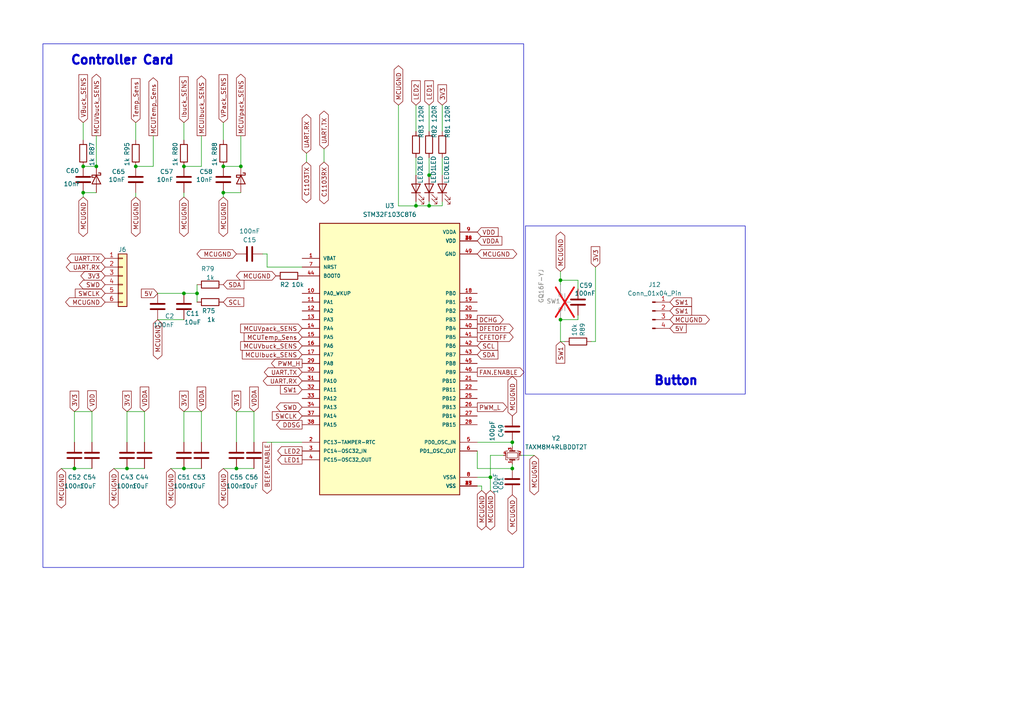
<source format=kicad_sch>
(kicad_sch
	(version 20231120)
	(generator "eeschema")
	(generator_version "8.0")
	(uuid "352bf4dd-1cce-4d85-b9bf-435874b25527")
	(paper "A4")
	(lib_symbols
		(symbol "Connector:Conn_01x04_Pin"
			(pin_names
				(offset 1.016) hide)
			(exclude_from_sim no)
			(in_bom yes)
			(on_board yes)
			(property "Reference" "J"
				(at 0 5.08 0)
				(effects
					(font
						(size 1.27 1.27)
					)
				)
			)
			(property "Value" "Conn_01x04_Pin"
				(at 0 -7.62 0)
				(effects
					(font
						(size 1.27 1.27)
					)
				)
			)
			(property "Footprint" ""
				(at 0 0 0)
				(effects
					(font
						(size 1.27 1.27)
					)
					(hide yes)
				)
			)
			(property "Datasheet" "~"
				(at 0 0 0)
				(effects
					(font
						(size 1.27 1.27)
					)
					(hide yes)
				)
			)
			(property "Description" "Generic connector, single row, 01x04, script generated"
				(at 0 0 0)
				(effects
					(font
						(size 1.27 1.27)
					)
					(hide yes)
				)
			)
			(property "ki_locked" ""
				(at 0 0 0)
				(effects
					(font
						(size 1.27 1.27)
					)
				)
			)
			(property "ki_keywords" "connector"
				(at 0 0 0)
				(effects
					(font
						(size 1.27 1.27)
					)
					(hide yes)
				)
			)
			(property "ki_fp_filters" "Connector*:*_1x??_*"
				(at 0 0 0)
				(effects
					(font
						(size 1.27 1.27)
					)
					(hide yes)
				)
			)
			(symbol "Conn_01x04_Pin_1_1"
				(polyline
					(pts
						(xy 1.27 -5.08) (xy 0.8636 -5.08)
					)
					(stroke
						(width 0.1524)
						(type default)
					)
					(fill
						(type none)
					)
				)
				(polyline
					(pts
						(xy 1.27 -2.54) (xy 0.8636 -2.54)
					)
					(stroke
						(width 0.1524)
						(type default)
					)
					(fill
						(type none)
					)
				)
				(polyline
					(pts
						(xy 1.27 0) (xy 0.8636 0)
					)
					(stroke
						(width 0.1524)
						(type default)
					)
					(fill
						(type none)
					)
				)
				(polyline
					(pts
						(xy 1.27 2.54) (xy 0.8636 2.54)
					)
					(stroke
						(width 0.1524)
						(type default)
					)
					(fill
						(type none)
					)
				)
				(rectangle
					(start 0.8636 -4.953)
					(end 0 -5.207)
					(stroke
						(width 0.1524)
						(type default)
					)
					(fill
						(type outline)
					)
				)
				(rectangle
					(start 0.8636 -2.413)
					(end 0 -2.667)
					(stroke
						(width 0.1524)
						(type default)
					)
					(fill
						(type outline)
					)
				)
				(rectangle
					(start 0.8636 0.127)
					(end 0 -0.127)
					(stroke
						(width 0.1524)
						(type default)
					)
					(fill
						(type outline)
					)
				)
				(rectangle
					(start 0.8636 2.667)
					(end 0 2.413)
					(stroke
						(width 0.1524)
						(type default)
					)
					(fill
						(type outline)
					)
				)
				(pin passive line
					(at 5.08 2.54 180)
					(length 3.81)
					(name "Pin_1"
						(effects
							(font
								(size 1.27 1.27)
							)
						)
					)
					(number "1"
						(effects
							(font
								(size 1.27 1.27)
							)
						)
					)
				)
				(pin passive line
					(at 5.08 0 180)
					(length 3.81)
					(name "Pin_2"
						(effects
							(font
								(size 1.27 1.27)
							)
						)
					)
					(number "2"
						(effects
							(font
								(size 1.27 1.27)
							)
						)
					)
				)
				(pin passive line
					(at 5.08 -2.54 180)
					(length 3.81)
					(name "Pin_3"
						(effects
							(font
								(size 1.27 1.27)
							)
						)
					)
					(number "3"
						(effects
							(font
								(size 1.27 1.27)
							)
						)
					)
				)
				(pin passive line
					(at 5.08 -5.08 180)
					(length 3.81)
					(name "Pin_4"
						(effects
							(font
								(size 1.27 1.27)
							)
						)
					)
					(number "4"
						(effects
							(font
								(size 1.27 1.27)
							)
						)
					)
				)
			)
		)
		(symbol "Connector_Generic:Conn_01x06"
			(pin_names
				(offset 1.016) hide)
			(exclude_from_sim no)
			(in_bom yes)
			(on_board yes)
			(property "Reference" "J"
				(at 0 7.62 0)
				(effects
					(font
						(size 1.27 1.27)
					)
				)
			)
			(property "Value" "Conn_01x06"
				(at 0 -10.16 0)
				(effects
					(font
						(size 1.27 1.27)
					)
				)
			)
			(property "Footprint" ""
				(at 0 0 0)
				(effects
					(font
						(size 1.27 1.27)
					)
					(hide yes)
				)
			)
			(property "Datasheet" "~"
				(at 0 0 0)
				(effects
					(font
						(size 1.27 1.27)
					)
					(hide yes)
				)
			)
			(property "Description" "Generic connector, single row, 01x06, script generated (kicad-library-utils/schlib/autogen/connector/)"
				(at 0 0 0)
				(effects
					(font
						(size 1.27 1.27)
					)
					(hide yes)
				)
			)
			(property "ki_keywords" "connector"
				(at 0 0 0)
				(effects
					(font
						(size 1.27 1.27)
					)
					(hide yes)
				)
			)
			(property "ki_fp_filters" "Connector*:*_1x??_*"
				(at 0 0 0)
				(effects
					(font
						(size 1.27 1.27)
					)
					(hide yes)
				)
			)
			(symbol "Conn_01x06_1_1"
				(rectangle
					(start -1.27 -7.493)
					(end 0 -7.747)
					(stroke
						(width 0.1524)
						(type default)
					)
					(fill
						(type none)
					)
				)
				(rectangle
					(start -1.27 -4.953)
					(end 0 -5.207)
					(stroke
						(width 0.1524)
						(type default)
					)
					(fill
						(type none)
					)
				)
				(rectangle
					(start -1.27 -2.413)
					(end 0 -2.667)
					(stroke
						(width 0.1524)
						(type default)
					)
					(fill
						(type none)
					)
				)
				(rectangle
					(start -1.27 0.127)
					(end 0 -0.127)
					(stroke
						(width 0.1524)
						(type default)
					)
					(fill
						(type none)
					)
				)
				(rectangle
					(start -1.27 2.667)
					(end 0 2.413)
					(stroke
						(width 0.1524)
						(type default)
					)
					(fill
						(type none)
					)
				)
				(rectangle
					(start -1.27 5.207)
					(end 0 4.953)
					(stroke
						(width 0.1524)
						(type default)
					)
					(fill
						(type none)
					)
				)
				(rectangle
					(start -1.27 6.35)
					(end 1.27 -8.89)
					(stroke
						(width 0.254)
						(type default)
					)
					(fill
						(type background)
					)
				)
				(pin passive line
					(at -5.08 5.08 0)
					(length 3.81)
					(name "Pin_1"
						(effects
							(font
								(size 1.27 1.27)
							)
						)
					)
					(number "1"
						(effects
							(font
								(size 1.27 1.27)
							)
						)
					)
				)
				(pin passive line
					(at -5.08 2.54 0)
					(length 3.81)
					(name "Pin_2"
						(effects
							(font
								(size 1.27 1.27)
							)
						)
					)
					(number "2"
						(effects
							(font
								(size 1.27 1.27)
							)
						)
					)
				)
				(pin passive line
					(at -5.08 0 0)
					(length 3.81)
					(name "Pin_3"
						(effects
							(font
								(size 1.27 1.27)
							)
						)
					)
					(number "3"
						(effects
							(font
								(size 1.27 1.27)
							)
						)
					)
				)
				(pin passive line
					(at -5.08 -2.54 0)
					(length 3.81)
					(name "Pin_4"
						(effects
							(font
								(size 1.27 1.27)
							)
						)
					)
					(number "4"
						(effects
							(font
								(size 1.27 1.27)
							)
						)
					)
				)
				(pin passive line
					(at -5.08 -5.08 0)
					(length 3.81)
					(name "Pin_5"
						(effects
							(font
								(size 1.27 1.27)
							)
						)
					)
					(number "5"
						(effects
							(font
								(size 1.27 1.27)
							)
						)
					)
				)
				(pin passive line
					(at -5.08 -7.62 0)
					(length 3.81)
					(name "Pin_6"
						(effects
							(font
								(size 1.27 1.27)
							)
						)
					)
					(number "6"
						(effects
							(font
								(size 1.27 1.27)
							)
						)
					)
				)
			)
		)
		(symbol "Device:C"
			(pin_numbers hide)
			(pin_names
				(offset 0.254)
			)
			(exclude_from_sim no)
			(in_bom yes)
			(on_board yes)
			(property "Reference" "C"
				(at 0.635 2.54 0)
				(effects
					(font
						(size 1.27 1.27)
					)
					(justify left)
				)
			)
			(property "Value" "C"
				(at 0.635 -2.54 0)
				(effects
					(font
						(size 1.27 1.27)
					)
					(justify left)
				)
			)
			(property "Footprint" ""
				(at 0.9652 -3.81 0)
				(effects
					(font
						(size 1.27 1.27)
					)
					(hide yes)
				)
			)
			(property "Datasheet" "~"
				(at 0 0 0)
				(effects
					(font
						(size 1.27 1.27)
					)
					(hide yes)
				)
			)
			(property "Description" "Unpolarized capacitor"
				(at 0 0 0)
				(effects
					(font
						(size 1.27 1.27)
					)
					(hide yes)
				)
			)
			(property "ki_keywords" "cap capacitor"
				(at 0 0 0)
				(effects
					(font
						(size 1.27 1.27)
					)
					(hide yes)
				)
			)
			(property "ki_fp_filters" "C_*"
				(at 0 0 0)
				(effects
					(font
						(size 1.27 1.27)
					)
					(hide yes)
				)
			)
			(symbol "C_0_1"
				(polyline
					(pts
						(xy -2.032 -0.762) (xy 2.032 -0.762)
					)
					(stroke
						(width 0.508)
						(type default)
					)
					(fill
						(type none)
					)
				)
				(polyline
					(pts
						(xy -2.032 0.762) (xy 2.032 0.762)
					)
					(stroke
						(width 0.508)
						(type default)
					)
					(fill
						(type none)
					)
				)
			)
			(symbol "C_1_1"
				(pin passive line
					(at 0 3.81 270)
					(length 2.794)
					(name "~"
						(effects
							(font
								(size 1.27 1.27)
							)
						)
					)
					(number "1"
						(effects
							(font
								(size 1.27 1.27)
							)
						)
					)
				)
				(pin passive line
					(at 0 -3.81 90)
					(length 2.794)
					(name "~"
						(effects
							(font
								(size 1.27 1.27)
							)
						)
					)
					(number "2"
						(effects
							(font
								(size 1.27 1.27)
							)
						)
					)
				)
			)
		)
		(symbol "Device:Crystal_GND24_Small"
			(pin_names
				(offset 1.016) hide)
			(exclude_from_sim no)
			(in_bom yes)
			(on_board yes)
			(property "Reference" "Y"
				(at 1.27 4.445 0)
				(effects
					(font
						(size 1.27 1.27)
					)
					(justify left)
				)
			)
			(property "Value" "Crystal_GND24_Small"
				(at 1.27 2.54 0)
				(effects
					(font
						(size 1.27 1.27)
					)
					(justify left)
				)
			)
			(property "Footprint" ""
				(at 0 0 0)
				(effects
					(font
						(size 1.27 1.27)
					)
					(hide yes)
				)
			)
			(property "Datasheet" "~"
				(at 0 0 0)
				(effects
					(font
						(size 1.27 1.27)
					)
					(hide yes)
				)
			)
			(property "Description" "Four pin crystal, GND on pins 2 and 4, small symbol"
				(at 0 0 0)
				(effects
					(font
						(size 1.27 1.27)
					)
					(hide yes)
				)
			)
			(property "ki_keywords" "quartz ceramic resonator oscillator"
				(at 0 0 0)
				(effects
					(font
						(size 1.27 1.27)
					)
					(hide yes)
				)
			)
			(property "ki_fp_filters" "Crystal*"
				(at 0 0 0)
				(effects
					(font
						(size 1.27 1.27)
					)
					(hide yes)
				)
			)
			(symbol "Crystal_GND24_Small_0_1"
				(rectangle
					(start -0.762 -1.524)
					(end 0.762 1.524)
					(stroke
						(width 0)
						(type default)
					)
					(fill
						(type none)
					)
				)
				(polyline
					(pts
						(xy -1.27 -0.762) (xy -1.27 0.762)
					)
					(stroke
						(width 0.381)
						(type default)
					)
					(fill
						(type none)
					)
				)
				(polyline
					(pts
						(xy 1.27 -0.762) (xy 1.27 0.762)
					)
					(stroke
						(width 0.381)
						(type default)
					)
					(fill
						(type none)
					)
				)
				(polyline
					(pts
						(xy -1.27 -1.27) (xy -1.27 -1.905) (xy 1.27 -1.905) (xy 1.27 -1.27)
					)
					(stroke
						(width 0)
						(type default)
					)
					(fill
						(type none)
					)
				)
				(polyline
					(pts
						(xy -1.27 1.27) (xy -1.27 1.905) (xy 1.27 1.905) (xy 1.27 1.27)
					)
					(stroke
						(width 0)
						(type default)
					)
					(fill
						(type none)
					)
				)
			)
			(symbol "Crystal_GND24_Small_1_1"
				(pin passive line
					(at -2.54 0 0)
					(length 1.27)
					(name "1"
						(effects
							(font
								(size 1.27 1.27)
							)
						)
					)
					(number "1"
						(effects
							(font
								(size 0.762 0.762)
							)
						)
					)
				)
				(pin passive line
					(at 0 -2.54 90)
					(length 0.635)
					(name "2"
						(effects
							(font
								(size 1.27 1.27)
							)
						)
					)
					(number "2"
						(effects
							(font
								(size 0.762 0.762)
							)
						)
					)
				)
				(pin passive line
					(at 2.54 0 180)
					(length 1.27)
					(name "3"
						(effects
							(font
								(size 1.27 1.27)
							)
						)
					)
					(number "3"
						(effects
							(font
								(size 0.762 0.762)
							)
						)
					)
				)
				(pin passive line
					(at 0 2.54 270)
					(length 0.635)
					(name "4"
						(effects
							(font
								(size 1.27 1.27)
							)
						)
					)
					(number "4"
						(effects
							(font
								(size 0.762 0.762)
							)
						)
					)
				)
			)
		)
		(symbol "Device:D_Schottky"
			(pin_numbers hide)
			(pin_names
				(offset 1.016) hide)
			(exclude_from_sim no)
			(in_bom yes)
			(on_board yes)
			(property "Reference" "D"
				(at 0 2.54 0)
				(effects
					(font
						(size 1.27 1.27)
					)
				)
			)
			(property "Value" "D_Schottky"
				(at 0 -2.54 0)
				(effects
					(font
						(size 1.27 1.27)
					)
				)
			)
			(property "Footprint" ""
				(at 0 0 0)
				(effects
					(font
						(size 1.27 1.27)
					)
					(hide yes)
				)
			)
			(property "Datasheet" "~"
				(at 0 0 0)
				(effects
					(font
						(size 1.27 1.27)
					)
					(hide yes)
				)
			)
			(property "Description" "Schottky diode"
				(at 0 0 0)
				(effects
					(font
						(size 1.27 1.27)
					)
					(hide yes)
				)
			)
			(property "ki_keywords" "diode Schottky"
				(at 0 0 0)
				(effects
					(font
						(size 1.27 1.27)
					)
					(hide yes)
				)
			)
			(property "ki_fp_filters" "TO-???* *_Diode_* *SingleDiode* D_*"
				(at 0 0 0)
				(effects
					(font
						(size 1.27 1.27)
					)
					(hide yes)
				)
			)
			(symbol "D_Schottky_0_1"
				(polyline
					(pts
						(xy 1.27 0) (xy -1.27 0)
					)
					(stroke
						(width 0)
						(type default)
					)
					(fill
						(type none)
					)
				)
				(polyline
					(pts
						(xy 1.27 1.27) (xy 1.27 -1.27) (xy -1.27 0) (xy 1.27 1.27)
					)
					(stroke
						(width 0.254)
						(type default)
					)
					(fill
						(type none)
					)
				)
				(polyline
					(pts
						(xy -1.905 0.635) (xy -1.905 1.27) (xy -1.27 1.27) (xy -1.27 -1.27) (xy -0.635 -1.27) (xy -0.635 -0.635)
					)
					(stroke
						(width 0.254)
						(type default)
					)
					(fill
						(type none)
					)
				)
			)
			(symbol "D_Schottky_1_1"
				(pin passive line
					(at -3.81 0 0)
					(length 2.54)
					(name "K"
						(effects
							(font
								(size 1.27 1.27)
							)
						)
					)
					(number "1"
						(effects
							(font
								(size 1.27 1.27)
							)
						)
					)
				)
				(pin passive line
					(at 3.81 0 180)
					(length 2.54)
					(name "A"
						(effects
							(font
								(size 1.27 1.27)
							)
						)
					)
					(number "2"
						(effects
							(font
								(size 1.27 1.27)
							)
						)
					)
				)
			)
		)
		(symbol "Device:LED"
			(pin_numbers hide)
			(pin_names
				(offset 1.016) hide)
			(exclude_from_sim no)
			(in_bom yes)
			(on_board yes)
			(property "Reference" "D"
				(at 0 2.54 0)
				(effects
					(font
						(size 1.27 1.27)
					)
				)
			)
			(property "Value" "LED"
				(at 0 -2.54 0)
				(effects
					(font
						(size 1.27 1.27)
					)
				)
			)
			(property "Footprint" ""
				(at 0 0 0)
				(effects
					(font
						(size 1.27 1.27)
					)
					(hide yes)
				)
			)
			(property "Datasheet" "~"
				(at 0 0 0)
				(effects
					(font
						(size 1.27 1.27)
					)
					(hide yes)
				)
			)
			(property "Description" "Light emitting diode"
				(at 0 0 0)
				(effects
					(font
						(size 1.27 1.27)
					)
					(hide yes)
				)
			)
			(property "ki_keywords" "LED diode"
				(at 0 0 0)
				(effects
					(font
						(size 1.27 1.27)
					)
					(hide yes)
				)
			)
			(property "ki_fp_filters" "LED* LED_SMD:* LED_THT:*"
				(at 0 0 0)
				(effects
					(font
						(size 1.27 1.27)
					)
					(hide yes)
				)
			)
			(symbol "LED_0_1"
				(polyline
					(pts
						(xy -1.27 -1.27) (xy -1.27 1.27)
					)
					(stroke
						(width 0.254)
						(type default)
					)
					(fill
						(type none)
					)
				)
				(polyline
					(pts
						(xy -1.27 0) (xy 1.27 0)
					)
					(stroke
						(width 0)
						(type default)
					)
					(fill
						(type none)
					)
				)
				(polyline
					(pts
						(xy 1.27 -1.27) (xy 1.27 1.27) (xy -1.27 0) (xy 1.27 -1.27)
					)
					(stroke
						(width 0.254)
						(type default)
					)
					(fill
						(type none)
					)
				)
				(polyline
					(pts
						(xy -3.048 -0.762) (xy -4.572 -2.286) (xy -3.81 -2.286) (xy -4.572 -2.286) (xy -4.572 -1.524)
					)
					(stroke
						(width 0)
						(type default)
					)
					(fill
						(type none)
					)
				)
				(polyline
					(pts
						(xy -1.778 -0.762) (xy -3.302 -2.286) (xy -2.54 -2.286) (xy -3.302 -2.286) (xy -3.302 -1.524)
					)
					(stroke
						(width 0)
						(type default)
					)
					(fill
						(type none)
					)
				)
			)
			(symbol "LED_1_1"
				(pin passive line
					(at -3.81 0 0)
					(length 2.54)
					(name "K"
						(effects
							(font
								(size 1.27 1.27)
							)
						)
					)
					(number "1"
						(effects
							(font
								(size 1.27 1.27)
							)
						)
					)
				)
				(pin passive line
					(at 3.81 0 180)
					(length 2.54)
					(name "A"
						(effects
							(font
								(size 1.27 1.27)
							)
						)
					)
					(number "2"
						(effects
							(font
								(size 1.27 1.27)
							)
						)
					)
				)
			)
		)
		(symbol "Device:R"
			(pin_numbers hide)
			(pin_names
				(offset 0)
			)
			(exclude_from_sim no)
			(in_bom yes)
			(on_board yes)
			(property "Reference" "R"
				(at 2.032 0 90)
				(effects
					(font
						(size 1.27 1.27)
					)
				)
			)
			(property "Value" "R"
				(at 0 0 90)
				(effects
					(font
						(size 1.27 1.27)
					)
				)
			)
			(property "Footprint" ""
				(at -1.778 0 90)
				(effects
					(font
						(size 1.27 1.27)
					)
					(hide yes)
				)
			)
			(property "Datasheet" "~"
				(at 0 0 0)
				(effects
					(font
						(size 1.27 1.27)
					)
					(hide yes)
				)
			)
			(property "Description" "Resistor"
				(at 0 0 0)
				(effects
					(font
						(size 1.27 1.27)
					)
					(hide yes)
				)
			)
			(property "ki_keywords" "R res resistor"
				(at 0 0 0)
				(effects
					(font
						(size 1.27 1.27)
					)
					(hide yes)
				)
			)
			(property "ki_fp_filters" "R_*"
				(at 0 0 0)
				(effects
					(font
						(size 1.27 1.27)
					)
					(hide yes)
				)
			)
			(symbol "R_0_1"
				(rectangle
					(start -1.016 -2.54)
					(end 1.016 2.54)
					(stroke
						(width 0.254)
						(type default)
					)
					(fill
						(type none)
					)
				)
			)
			(symbol "R_1_1"
				(pin passive line
					(at 0 3.81 270)
					(length 1.27)
					(name "~"
						(effects
							(font
								(size 1.27 1.27)
							)
						)
					)
					(number "1"
						(effects
							(font
								(size 1.27 1.27)
							)
						)
					)
				)
				(pin passive line
					(at 0 -3.81 90)
					(length 1.27)
					(name "~"
						(effects
							(font
								(size 1.27 1.27)
							)
						)
					)
					(number "2"
						(effects
							(font
								(size 1.27 1.27)
							)
						)
					)
				)
			)
		)
		(symbol "STM32F103C8T6:STM32F103C8T6"
			(pin_names
				(offset 1.016)
			)
			(exclude_from_sim no)
			(in_bom yes)
			(on_board yes)
			(property "Reference" "U3"
				(at 0 45.72 0)
				(effects
					(font
						(size 1.27 1.27)
					)
				)
			)
			(property "Value" "STM32F103C8T6"
				(at 0 43.18 0)
				(effects
					(font
						(size 1.27 1.27)
					)
				)
			)
			(property "Footprint" "Package_QFP:LQFP-48-1EP_7x7mm_P0.5mm_EP3.6x3.6mm_ThermalVias"
				(at 0 0 0)
				(effects
					(font
						(size 1.27 1.27)
					)
					(justify bottom)
					(hide yes)
				)
			)
			(property "Datasheet" ""
				(at 0 0 0)
				(effects
					(font
						(size 1.27 1.27)
					)
					(hide yes)
				)
			)
			(property "Description" ""
				(at 0 0 0)
				(effects
					(font
						(size 1.27 1.27)
					)
					(hide yes)
				)
			)
			(property "MF" "STMicroelectronics"
				(at 0 0 0)
				(effects
					(font
						(size 1.27 1.27)
					)
					(justify bottom)
					(hide yes)
				)
			)
			(property "Description_1" "\n                        \n                            ARM® Cortex®-M3 STM32F1 Microcontroller IC 32-Bit 72MHz 64KB (64K x 8) FLASH 48-LQFP (7x7)\n                        \n"
				(at 0 0 0)
				(effects
					(font
						(size 1.27 1.27)
					)
					(justify bottom)
					(hide yes)
				)
			)
			(property "Package" "LQFP-48 STMicroelectronics"
				(at 0 0 0)
				(effects
					(font
						(size 1.27 1.27)
					)
					(justify bottom)
					(hide yes)
				)
			)
			(property "Price" "None"
				(at 0 0 0)
				(effects
					(font
						(size 1.27 1.27)
					)
					(justify bottom)
					(hide yes)
				)
			)
			(property "Check_prices" "https://www.snapeda.com/parts/STM32F103C8T6/STMicroelectronics/view-part/?ref=eda"
				(at 0 0 0)
				(effects
					(font
						(size 1.27 1.27)
					)
					(justify bottom)
					(hide yes)
				)
			)
			(property "STANDARD" "IPC7351B"
				(at 0 0 0)
				(effects
					(font
						(size 1.27 1.27)
					)
					(justify bottom)
					(hide yes)
				)
			)
			(property "PARTREV" "10"
				(at 0 0 0)
				(effects
					(font
						(size 1.27 1.27)
					)
					(justify bottom)
					(hide yes)
				)
			)
			(property "SnapEDA_Link" "https://www.snapeda.com/parts/STM32F103C8T6/STMicroelectronics/view-part/?ref=snap"
				(at 0 0 0)
				(effects
					(font
						(size 1.27 1.27)
					)
					(justify bottom)
					(hide yes)
				)
			)
			(property "MP" "STM32F103C8T6"
				(at 0 0 0)
				(effects
					(font
						(size 1.27 1.27)
					)
					(justify bottom)
					(hide yes)
				)
			)
			(property "Availability" "In Stock"
				(at 0 0 0)
				(effects
					(font
						(size 1.27 1.27)
					)
					(justify bottom)
					(hide yes)
				)
			)
			(property "MANUFACTURER" "ST Microelectronics"
				(at 0 0 0)
				(effects
					(font
						(size 1.27 1.27)
					)
					(justify bottom)
					(hide yes)
				)
			)
			(symbol "STM32F103C8T6_0_0"
				(rectangle
					(start -20.32 -38.1)
					(end 20.32 40.64)
					(stroke
						(width 0.254)
						(type default)
					)
					(fill
						(type background)
					)
				)
				(pin bidirectional line
					(at -25.4 30.48 0)
					(length 5.08)
					(name "VBAT"
						(effects
							(font
								(size 1.016 1.016)
							)
						)
					)
					(number "1"
						(effects
							(font
								(size 1.016 1.016)
							)
						)
					)
				)
				(pin bidirectional line
					(at -25.4 20.32 0)
					(length 5.08)
					(name "PA0_WKUP"
						(effects
							(font
								(size 1.016 1.016)
							)
						)
					)
					(number "10"
						(effects
							(font
								(size 1.016 1.016)
							)
						)
					)
				)
				(pin bidirectional line
					(at -25.4 17.78 0)
					(length 5.08)
					(name "PA1"
						(effects
							(font
								(size 1.016 1.016)
							)
						)
					)
					(number "11"
						(effects
							(font
								(size 1.016 1.016)
							)
						)
					)
				)
				(pin bidirectional line
					(at -25.4 15.24 0)
					(length 5.08)
					(name "PA2"
						(effects
							(font
								(size 1.016 1.016)
							)
						)
					)
					(number "12"
						(effects
							(font
								(size 1.016 1.016)
							)
						)
					)
				)
				(pin bidirectional line
					(at -25.4 12.7 0)
					(length 5.08)
					(name "PA3"
						(effects
							(font
								(size 1.016 1.016)
							)
						)
					)
					(number "13"
						(effects
							(font
								(size 1.016 1.016)
							)
						)
					)
				)
				(pin bidirectional line
					(at -25.4 10.16 0)
					(length 5.08)
					(name "PA4"
						(effects
							(font
								(size 1.016 1.016)
							)
						)
					)
					(number "14"
						(effects
							(font
								(size 1.016 1.016)
							)
						)
					)
				)
				(pin bidirectional line
					(at -25.4 7.62 0)
					(length 5.08)
					(name "PA5"
						(effects
							(font
								(size 1.016 1.016)
							)
						)
					)
					(number "15"
						(effects
							(font
								(size 1.016 1.016)
							)
						)
					)
				)
				(pin bidirectional line
					(at -25.4 5.08 0)
					(length 5.08)
					(name "PA6"
						(effects
							(font
								(size 1.016 1.016)
							)
						)
					)
					(number "16"
						(effects
							(font
								(size 1.016 1.016)
							)
						)
					)
				)
				(pin bidirectional line
					(at -25.4 2.54 0)
					(length 5.08)
					(name "PA7"
						(effects
							(font
								(size 1.016 1.016)
							)
						)
					)
					(number "17"
						(effects
							(font
								(size 1.016 1.016)
							)
						)
					)
				)
				(pin bidirectional line
					(at 25.4 20.32 180)
					(length 5.08)
					(name "PB0"
						(effects
							(font
								(size 1.016 1.016)
							)
						)
					)
					(number "18"
						(effects
							(font
								(size 1.016 1.016)
							)
						)
					)
				)
				(pin bidirectional line
					(at 25.4 17.78 180)
					(length 5.08)
					(name "PB1"
						(effects
							(font
								(size 1.016 1.016)
							)
						)
					)
					(number "19"
						(effects
							(font
								(size 1.016 1.016)
							)
						)
					)
				)
				(pin bidirectional line
					(at -25.4 -22.86 0)
					(length 5.08)
					(name "PC13-TAMPER-RTC"
						(effects
							(font
								(size 1.016 1.016)
							)
						)
					)
					(number "2"
						(effects
							(font
								(size 1.016 1.016)
							)
						)
					)
				)
				(pin bidirectional line
					(at 25.4 15.24 180)
					(length 5.08)
					(name "PB2"
						(effects
							(font
								(size 1.016 1.016)
							)
						)
					)
					(number "20"
						(effects
							(font
								(size 1.016 1.016)
							)
						)
					)
				)
				(pin bidirectional line
					(at 25.4 -5.08 180)
					(length 5.08)
					(name "PB10"
						(effects
							(font
								(size 1.016 1.016)
							)
						)
					)
					(number "21"
						(effects
							(font
								(size 1.016 1.016)
							)
						)
					)
				)
				(pin bidirectional line
					(at 25.4 -7.62 180)
					(length 5.08)
					(name "PB11"
						(effects
							(font
								(size 1.016 1.016)
							)
						)
					)
					(number "22"
						(effects
							(font
								(size 1.016 1.016)
							)
						)
					)
				)
				(pin power_in line
					(at 25.4 -35.56 180)
					(length 5.08)
					(name "VSS"
						(effects
							(font
								(size 1.016 1.016)
							)
						)
					)
					(number "23"
						(effects
							(font
								(size 1.016 1.016)
							)
						)
					)
				)
				(pin power_in line
					(at 25.4 35.56 180)
					(length 5.08)
					(name "VDD"
						(effects
							(font
								(size 1.016 1.016)
							)
						)
					)
					(number "24"
						(effects
							(font
								(size 1.016 1.016)
							)
						)
					)
				)
				(pin bidirectional line
					(at 25.4 -10.16 180)
					(length 5.08)
					(name "PB12"
						(effects
							(font
								(size 1.016 1.016)
							)
						)
					)
					(number "25"
						(effects
							(font
								(size 1.016 1.016)
							)
						)
					)
				)
				(pin bidirectional line
					(at 25.4 -12.7 180)
					(length 5.08)
					(name "PB13"
						(effects
							(font
								(size 1.016 1.016)
							)
						)
					)
					(number "26"
						(effects
							(font
								(size 1.016 1.016)
							)
						)
					)
				)
				(pin bidirectional line
					(at 25.4 -15.24 180)
					(length 5.08)
					(name "PB14"
						(effects
							(font
								(size 1.016 1.016)
							)
						)
					)
					(number "27"
						(effects
							(font
								(size 1.016 1.016)
							)
						)
					)
				)
				(pin bidirectional line
					(at 25.4 -17.78 180)
					(length 5.08)
					(name "PB15"
						(effects
							(font
								(size 1.016 1.016)
							)
						)
					)
					(number "28"
						(effects
							(font
								(size 1.016 1.016)
							)
						)
					)
				)
				(pin bidirectional line
					(at -25.4 0 0)
					(length 5.08)
					(name "PA8"
						(effects
							(font
								(size 1.016 1.016)
							)
						)
					)
					(number "29"
						(effects
							(font
								(size 1.016 1.016)
							)
						)
					)
				)
				(pin bidirectional line
					(at -25.4 -25.4 0)
					(length 5.08)
					(name "PC14-OSC32_IN"
						(effects
							(font
								(size 1.016 1.016)
							)
						)
					)
					(number "3"
						(effects
							(font
								(size 1.016 1.016)
							)
						)
					)
				)
				(pin bidirectional line
					(at -25.4 -2.54 0)
					(length 5.08)
					(name "PA9"
						(effects
							(font
								(size 1.016 1.016)
							)
						)
					)
					(number "30"
						(effects
							(font
								(size 1.016 1.016)
							)
						)
					)
				)
				(pin bidirectional line
					(at -25.4 -5.08 0)
					(length 5.08)
					(name "PA10"
						(effects
							(font
								(size 1.016 1.016)
							)
						)
					)
					(number "31"
						(effects
							(font
								(size 1.016 1.016)
							)
						)
					)
				)
				(pin bidirectional line
					(at -25.4 -7.62 0)
					(length 5.08)
					(name "PA11"
						(effects
							(font
								(size 1.016 1.016)
							)
						)
					)
					(number "32"
						(effects
							(font
								(size 1.016 1.016)
							)
						)
					)
				)
				(pin bidirectional line
					(at -25.4 -10.16 0)
					(length 5.08)
					(name "PA12"
						(effects
							(font
								(size 1.016 1.016)
							)
						)
					)
					(number "33"
						(effects
							(font
								(size 1.016 1.016)
							)
						)
					)
				)
				(pin bidirectional line
					(at -25.4 -12.7 0)
					(length 5.08)
					(name "PA13"
						(effects
							(font
								(size 1.016 1.016)
							)
						)
					)
					(number "34"
						(effects
							(font
								(size 1.016 1.016)
							)
						)
					)
				)
				(pin power_in line
					(at 25.4 -35.56 180)
					(length 5.08)
					(name "VSS"
						(effects
							(font
								(size 1.016 1.016)
							)
						)
					)
					(number "35"
						(effects
							(font
								(size 1.016 1.016)
							)
						)
					)
				)
				(pin power_in line
					(at 25.4 35.56 180)
					(length 5.08)
					(name "VDD"
						(effects
							(font
								(size 1.016 1.016)
							)
						)
					)
					(number "36"
						(effects
							(font
								(size 1.016 1.016)
							)
						)
					)
				)
				(pin bidirectional line
					(at -25.4 -15.24 0)
					(length 5.08)
					(name "PA14"
						(effects
							(font
								(size 1.016 1.016)
							)
						)
					)
					(number "37"
						(effects
							(font
								(size 1.016 1.016)
							)
						)
					)
				)
				(pin bidirectional line
					(at -25.4 -17.78 0)
					(length 5.08)
					(name "PA15"
						(effects
							(font
								(size 1.016 1.016)
							)
						)
					)
					(number "38"
						(effects
							(font
								(size 1.016 1.016)
							)
						)
					)
				)
				(pin bidirectional line
					(at 25.4 12.7 180)
					(length 5.08)
					(name "PB3"
						(effects
							(font
								(size 1.016 1.016)
							)
						)
					)
					(number "39"
						(effects
							(font
								(size 1.016 1.016)
							)
						)
					)
				)
				(pin bidirectional line
					(at -25.4 -27.94 0)
					(length 5.08)
					(name "PC15-OSC32_OUT"
						(effects
							(font
								(size 1.016 1.016)
							)
						)
					)
					(number "4"
						(effects
							(font
								(size 1.016 1.016)
							)
						)
					)
				)
				(pin bidirectional line
					(at 25.4 10.16 180)
					(length 5.08)
					(name "PB4"
						(effects
							(font
								(size 1.016 1.016)
							)
						)
					)
					(number "40"
						(effects
							(font
								(size 1.016 1.016)
							)
						)
					)
				)
				(pin bidirectional line
					(at 25.4 7.62 180)
					(length 5.08)
					(name "PB5"
						(effects
							(font
								(size 1.016 1.016)
							)
						)
					)
					(number "41"
						(effects
							(font
								(size 1.016 1.016)
							)
						)
					)
				)
				(pin bidirectional line
					(at 25.4 5.08 180)
					(length 5.08)
					(name "PB6"
						(effects
							(font
								(size 1.016 1.016)
							)
						)
					)
					(number "42"
						(effects
							(font
								(size 1.016 1.016)
							)
						)
					)
				)
				(pin bidirectional line
					(at 25.4 2.54 180)
					(length 5.08)
					(name "PB7"
						(effects
							(font
								(size 1.016 1.016)
							)
						)
					)
					(number "43"
						(effects
							(font
								(size 1.016 1.016)
							)
						)
					)
				)
				(pin input line
					(at -25.4 25.4 0)
					(length 5.08)
					(name "BOOT0"
						(effects
							(font
								(size 1.016 1.016)
							)
						)
					)
					(number "44"
						(effects
							(font
								(size 1.016 1.016)
							)
						)
					)
				)
				(pin bidirectional line
					(at 25.4 0 180)
					(length 5.08)
					(name "PB8"
						(effects
							(font
								(size 1.016 1.016)
							)
						)
					)
					(number "45"
						(effects
							(font
								(size 1.016 1.016)
							)
						)
					)
				)
				(pin bidirectional line
					(at 25.4 -2.54 180)
					(length 5.08)
					(name "PB9"
						(effects
							(font
								(size 1.016 1.016)
							)
						)
					)
					(number "46"
						(effects
							(font
								(size 1.016 1.016)
							)
						)
					)
				)
				(pin power_in line
					(at 25.4 -35.56 180)
					(length 5.08)
					(name "VSS"
						(effects
							(font
								(size 1.016 1.016)
							)
						)
					)
					(number "47"
						(effects
							(font
								(size 1.016 1.016)
							)
						)
					)
				)
				(pin power_in line
					(at 25.4 35.56 180)
					(length 5.08)
					(name "VDD"
						(effects
							(font
								(size 1.016 1.016)
							)
						)
					)
					(number "48"
						(effects
							(font
								(size 1.016 1.016)
							)
						)
					)
				)
				(pin bidirectional line
					(at 25.4 -22.86 180)
					(length 5.08)
					(name "PD0_OSC_IN"
						(effects
							(font
								(size 1.016 1.016)
							)
						)
					)
					(number "5"
						(effects
							(font
								(size 1.016 1.016)
							)
						)
					)
				)
				(pin bidirectional line
					(at 25.4 -25.4 180)
					(length 5.08)
					(name "PD1_OSC_OUT"
						(effects
							(font
								(size 1.016 1.016)
							)
						)
					)
					(number "6"
						(effects
							(font
								(size 1.016 1.016)
							)
						)
					)
				)
				(pin input line
					(at -25.4 27.94 0)
					(length 5.08)
					(name "NRST"
						(effects
							(font
								(size 1.016 1.016)
							)
						)
					)
					(number "7"
						(effects
							(font
								(size 1.016 1.016)
							)
						)
					)
				)
				(pin power_in line
					(at 25.4 -33.02 180)
					(length 5.08)
					(name "VSSA"
						(effects
							(font
								(size 1.016 1.016)
							)
						)
					)
					(number "8"
						(effects
							(font
								(size 1.016 1.016)
							)
						)
					)
				)
				(pin power_in line
					(at 25.4 38.1 180)
					(length 5.08)
					(name "VDDA"
						(effects
							(font
								(size 1.016 1.016)
							)
						)
					)
					(number "9"
						(effects
							(font
								(size 1.016 1.016)
							)
						)
					)
				)
			)
			(symbol "STM32F103C8T6_1_0"
				(pin bidirectional line
					(at 25.4 31.75 180)
					(length 5.08)
					(name "GND"
						(effects
							(font
								(size 1.016 1.016)
							)
						)
					)
					(number "49"
						(effects
							(font
								(size 1.016 1.016)
							)
						)
					)
				)
			)
		)
		(symbol "Switch:SW_Omron_B3FS"
			(pin_numbers hide)
			(pin_names
				(offset 1.016) hide)
			(exclude_from_sim no)
			(in_bom yes)
			(on_board yes)
			(property "Reference" "SW"
				(at 1.27 2.54 0)
				(effects
					(font
						(size 1.27 1.27)
					)
					(justify left)
				)
			)
			(property "Value" "SW_Omron_B3FS"
				(at 0 -1.524 0)
				(effects
					(font
						(size 1.27 1.27)
					)
				)
			)
			(property "Footprint" ""
				(at 0 5.08 0)
				(effects
					(font
						(size 1.27 1.27)
					)
					(hide yes)
				)
			)
			(property "Datasheet" "https://omronfs.omron.com/en_US/ecb/products/pdf/en-b3fs.pdf"
				(at 0 5.08 0)
				(effects
					(font
						(size 1.27 1.27)
					)
					(hide yes)
				)
			)
			(property "Description" "Omron B3FS 6x6mm single pole normally-open tactile switch"
				(at 0 0 0)
				(effects
					(font
						(size 1.27 1.27)
					)
					(hide yes)
				)
			)
			(property "ki_keywords" "switch normally-open pushbutton push-button"
				(at 0 0 0)
				(effects
					(font
						(size 1.27 1.27)
					)
					(hide yes)
				)
			)
			(property "ki_fp_filters" "SW*Omron*B3FS*"
				(at 0 0 0)
				(effects
					(font
						(size 1.27 1.27)
					)
					(hide yes)
				)
			)
			(symbol "SW_Omron_B3FS_0_1"
				(circle
					(center -2.032 0)
					(radius 0.508)
					(stroke
						(width 0)
						(type default)
					)
					(fill
						(type none)
					)
				)
				(polyline
					(pts
						(xy 0 1.27) (xy 0 3.048)
					)
					(stroke
						(width 0)
						(type default)
					)
					(fill
						(type none)
					)
				)
				(polyline
					(pts
						(xy 2.54 1.27) (xy -2.54 1.27)
					)
					(stroke
						(width 0)
						(type default)
					)
					(fill
						(type none)
					)
				)
				(circle
					(center 2.032 0)
					(radius 0.508)
					(stroke
						(width 0)
						(type default)
					)
					(fill
						(type none)
					)
				)
				(pin passive line
					(at -5.08 0 0)
					(length 2.54)
					(name "1"
						(effects
							(font
								(size 1.27 1.27)
							)
						)
					)
					(number "1"
						(effects
							(font
								(size 1.27 1.27)
							)
						)
					)
				)
				(pin passive line
					(at 5.08 0 180)
					(length 2.54)
					(name "2"
						(effects
							(font
								(size 1.27 1.27)
							)
						)
					)
					(number "2"
						(effects
							(font
								(size 1.27 1.27)
							)
						)
					)
				)
			)
		)
	)
	(junction
		(at 27.94 48.26)
		(diameter 0)
		(color 0 0 0 0)
		(uuid "00237592-2009-42a0-8d7d-405be664f8cb")
	)
	(junction
		(at 68.58 135.89)
		(diameter 0)
		(color 0 0 0 0)
		(uuid "0cd42b07-4969-4c73-b553-27877c38f257")
	)
	(junction
		(at 142.24 138.43)
		(diameter 0)
		(color 0 0 0 0)
		(uuid "1c521c90-4e70-435d-82a8-03baae154e54")
	)
	(junction
		(at 148.59 135.89)
		(diameter 0)
		(color 0 0 0 0)
		(uuid "20bf3995-b31f-4a14-ad22-8a0dbf2ed5ce")
	)
	(junction
		(at 53.34 48.26)
		(diameter 0)
		(color 0 0 0 0)
		(uuid "28aa3503-7796-408d-bbec-2065c94302a5")
	)
	(junction
		(at 24.13 55.88)
		(diameter 0)
		(color 0 0 0 0)
		(uuid "34de19e9-5b4a-408e-9a43-941db268863f")
	)
	(junction
		(at 21.59 135.89)
		(diameter 0)
		(color 0 0 0 0)
		(uuid "36002d5c-0a7b-44b3-b256-70352720ea4e")
	)
	(junction
		(at 64.77 55.88)
		(diameter 0)
		(color 0 0 0 0)
		(uuid "363924ef-64b2-4008-9c9d-b734fba8fed5")
	)
	(junction
		(at 24.13 48.26)
		(diameter 0)
		(color 0 0 0 0)
		(uuid "3ef994e9-167a-40e8-a72e-5487b756ffa6")
	)
	(junction
		(at 53.34 85.09)
		(diameter 0)
		(color 0 0 0 0)
		(uuid "40ffa67b-ddef-4aeb-9fac-86beded7f9e6")
	)
	(junction
		(at 148.59 128.27)
		(diameter 0)
		(color 0 0 0 0)
		(uuid "502e8ac9-809e-4413-a3be-561fd5281849")
	)
	(junction
		(at 120.65 59.69)
		(diameter 0)
		(color 0 0 0 0)
		(uuid "5d127f62-8bfa-409b-b124-70e4998b7214")
	)
	(junction
		(at 39.37 48.26)
		(diameter 0)
		(color 0 0 0 0)
		(uuid "7757285a-a999-4a31-9795-79fb62582f0a")
	)
	(junction
		(at 124.46 50.8)
		(diameter 0)
		(color 0 0 0 0)
		(uuid "8333566a-aa19-405e-9c34-3ee15f47b770")
	)
	(junction
		(at 162.56 92.71)
		(diameter 0)
		(color 0 0 0 0)
		(uuid "9f91c50d-de55-456e-97b1-91c1aa142085")
	)
	(junction
		(at 53.34 135.89)
		(diameter 0)
		(color 0 0 0 0)
		(uuid "a7a0853d-82d9-4bc8-957f-89b5e682bf37")
	)
	(junction
		(at 69.85 48.26)
		(diameter 0)
		(color 0 0 0 0)
		(uuid "aaa8b6c1-2ec8-4892-ace9-38ab1ebfeec7")
	)
	(junction
		(at 124.46 59.69)
		(diameter 0)
		(color 0 0 0 0)
		(uuid "b2c55c78-b4b1-4027-8622-77e5a9fbf3e0")
	)
	(junction
		(at 57.15 85.09)
		(diameter 0)
		(color 0 0 0 0)
		(uuid "bd5a30e0-b25c-4505-9859-663b6fa58a73")
	)
	(junction
		(at 64.77 48.26)
		(diameter 0)
		(color 0 0 0 0)
		(uuid "f185bff4-69e8-4f26-ba1c-3937236fe3fc")
	)
	(junction
		(at 162.56 81.28)
		(diameter 0)
		(color 0 0 0 0)
		(uuid "f3765f4e-cf14-4521-a43e-4b5c0907747c")
	)
	(junction
		(at 36.83 135.89)
		(diameter 0)
		(color 0 0 0 0)
		(uuid "f72c8238-9eda-4f4d-93e5-a81752f9187f")
	)
	(wire
		(pts
			(xy 162.56 81.28) (xy 167.64 81.28)
		)
		(stroke
			(width 0)
			(type default)
		)
		(uuid "057c9c76-fa47-4d2c-a420-d4f74ad66e24")
	)
	(wire
		(pts
			(xy 45.72 92.71) (xy 53.34 92.71)
		)
		(stroke
			(width 0)
			(type default)
		)
		(uuid "0b0a6bce-8eb4-4de1-968a-598af86eda1d")
	)
	(wire
		(pts
			(xy 167.64 83.82) (xy 167.64 81.28)
		)
		(stroke
			(width 0)
			(type default)
		)
		(uuid "0f7dd8d7-3854-45c0-abd5-f56e7f76926d")
	)
	(wire
		(pts
			(xy 124.46 45.7481) (xy 124.46 50.8)
		)
		(stroke
			(width 0)
			(type default)
		)
		(uuid "11ddfae6-ddd5-4e41-97e2-458a30d6279d")
	)
	(wire
		(pts
			(xy 68.58 119.38) (xy 73.66 119.38)
		)
		(stroke
			(width 0)
			(type default)
		)
		(uuid "16709d5e-5c05-4f5f-acd2-d6ae15db690a")
	)
	(wire
		(pts
			(xy 44.45 48.26) (xy 39.37 48.26)
		)
		(stroke
			(width 0)
			(type default)
		)
		(uuid "18360691-6160-47f4-b681-243344c1b831")
	)
	(wire
		(pts
			(xy 138.43 135.89) (xy 148.59 135.89)
		)
		(stroke
			(width 0)
			(type default)
		)
		(uuid "1b970ea0-72ce-4d04-924c-99ca1f3024d5")
	)
	(wire
		(pts
			(xy 68.58 135.89) (xy 73.66 135.89)
		)
		(stroke
			(width 0)
			(type default)
		)
		(uuid "1d7693ed-bf15-42a2-b7fe-a1ddab1a4ff7")
	)
	(wire
		(pts
			(xy 148.59 134.62) (xy 148.59 135.89)
		)
		(stroke
			(width 0)
			(type default)
		)
		(uuid "277da9af-49d8-4e92-84d4-bd3342aaf1cc")
	)
	(wire
		(pts
			(xy 120.65 59.69) (xy 120.65 59.7181)
		)
		(stroke
			(width 0)
			(type default)
		)
		(uuid "2fc0c18d-ca70-418c-a8e5-ef214583390f")
	)
	(wire
		(pts
			(xy 68.58 119.38) (xy 68.58 128.27)
		)
		(stroke
			(width 0)
			(type default)
		)
		(uuid "35ace52d-a1d5-415b-9204-9975bce8b45c")
	)
	(wire
		(pts
			(xy 33.02 135.89) (xy 36.83 135.89)
		)
		(stroke
			(width 0)
			(type default)
		)
		(uuid "360d6ffb-451a-4a93-9f73-dff5fe9b65b6")
	)
	(wire
		(pts
			(xy 138.43 140.97) (xy 139.7 140.97)
		)
		(stroke
			(width 0)
			(type default)
		)
		(uuid "37af9845-e7cf-4f2b-9c41-fd1bbae88d04")
	)
	(wire
		(pts
			(xy 128.27 30.5081) (xy 128.27 38.1281)
		)
		(stroke
			(width 0)
			(type default)
		)
		(uuid "3d25d4c2-d0cd-457b-90de-fc45c3328461")
	)
	(wire
		(pts
			(xy 77.47 128.27) (xy 87.63 128.27)
		)
		(stroke
			(width 0)
			(type default)
		)
		(uuid "3f64dca9-a1c5-4992-92b5-42e80fd9edec")
	)
	(wire
		(pts
			(xy 64.77 135.89) (xy 68.58 135.89)
		)
		(stroke
			(width 0)
			(type default)
		)
		(uuid "4278837a-add9-4a0f-b251-c35e6482e4f6")
	)
	(wire
		(pts
			(xy 162.56 92.71) (xy 162.56 99.06)
		)
		(stroke
			(width 0)
			(type default)
		)
		(uuid "43610fc8-836c-4439-b8e2-69830f05587e")
	)
	(wire
		(pts
			(xy 77.47 73.66) (xy 77.47 77.47)
		)
		(stroke
			(width 0)
			(type default)
		)
		(uuid "472e1b1e-0171-48a2-bdad-44341a4047b2")
	)
	(wire
		(pts
			(xy 58.42 48.26) (xy 53.34 48.26)
		)
		(stroke
			(width 0)
			(type default)
		)
		(uuid "489cdfc9-5353-432a-949a-36b838a9fbba")
	)
	(wire
		(pts
			(xy 93.98 46.99) (xy 93.98 43.18)
		)
		(stroke
			(width 0)
			(type default)
		)
		(uuid "4b4262fe-0fe4-4238-9202-df192bbeefc7")
	)
	(wire
		(pts
			(xy 53.34 55.88) (xy 53.34 57.15)
		)
		(stroke
			(width 0)
			(type default)
		)
		(uuid "4c4c0547-427b-47b1-b0c5-cd791950b21a")
	)
	(wire
		(pts
			(xy 17.78 135.89) (xy 21.59 135.89)
		)
		(stroke
			(width 0)
			(type default)
		)
		(uuid "4d2a3d7e-b17d-4c70-8059-0fa8f1b693a7")
	)
	(wire
		(pts
			(xy 120.65 45.7481) (xy 120.65 50.8281)
		)
		(stroke
			(width 0)
			(type default)
		)
		(uuid "4e0c32f1-111b-4a6d-af31-202b8991de63")
	)
	(wire
		(pts
			(xy 124.46 30.5081) (xy 124.46 38.1281)
		)
		(stroke
			(width 0)
			(type default)
		)
		(uuid "4ec8e791-b22b-4e79-8eb7-8962f193ac91")
	)
	(wire
		(pts
			(xy 73.66 119.38) (xy 73.66 128.27)
		)
		(stroke
			(width 0)
			(type default)
		)
		(uuid "52b2594b-53c8-4e0e-b69e-36ac050eaf59")
	)
	(wire
		(pts
			(xy 172.72 77.47) (xy 172.72 99.06)
		)
		(stroke
			(width 0)
			(type default)
		)
		(uuid "5898890a-4016-4c7e-94ef-3801886e8150")
	)
	(wire
		(pts
			(xy 53.34 35.56) (xy 53.34 40.64)
		)
		(stroke
			(width 0)
			(type default)
		)
		(uuid "5da9f514-577f-43e2-bccc-ae60503c37b1")
	)
	(wire
		(pts
			(xy 124.46 50.8) (xy 124.46 50.8281)
		)
		(stroke
			(width 0)
			(type default)
		)
		(uuid "6157701d-a7ba-49b0-ac3b-f8b06ad9a95a")
	)
	(wire
		(pts
			(xy 24.13 55.88) (xy 27.94 55.88)
		)
		(stroke
			(width 0)
			(type default)
		)
		(uuid "64b49820-c7dd-481d-930d-cf94050370f8")
	)
	(wire
		(pts
			(xy 49.53 135.89) (xy 53.34 135.89)
		)
		(stroke
			(width 0)
			(type default)
		)
		(uuid "6df438f5-29de-4764-b268-ed1b1cc1b937")
	)
	(wire
		(pts
			(xy 53.34 119.38) (xy 58.42 119.38)
		)
		(stroke
			(width 0)
			(type default)
		)
		(uuid "70fa9f1f-3afe-4efe-9e16-870d3d75db7e")
	)
	(wire
		(pts
			(xy 36.83 119.38) (xy 36.83 128.27)
		)
		(stroke
			(width 0)
			(type default)
		)
		(uuid "7325b35e-9868-4e65-b22e-8f8adb5209e8")
	)
	(wire
		(pts
			(xy 138.43 128.27) (xy 148.59 128.27)
		)
		(stroke
			(width 0)
			(type default)
		)
		(uuid "73a50927-eb3a-4f9f-889f-570d7c73dddb")
	)
	(wire
		(pts
			(xy 142.24 132.08) (xy 142.24 138.43)
		)
		(stroke
			(width 0)
			(type default)
		)
		(uuid "7577901a-3271-47b4-990b-a407f6c4bca3")
	)
	(wire
		(pts
			(xy 21.59 135.89) (xy 26.67 135.89)
		)
		(stroke
			(width 0)
			(type default)
		)
		(uuid "7c555c08-db62-4257-b7fd-9c34c96a7f27")
	)
	(wire
		(pts
			(xy 88.9 46.99) (xy 88.9 44.45)
		)
		(stroke
			(width 0)
			(type default)
		)
		(uuid "8103acba-a80f-4c11-a6e3-4ff0287d5be9")
	)
	(wire
		(pts
			(xy 53.34 119.38) (xy 53.34 128.27)
		)
		(stroke
			(width 0)
			(type default)
		)
		(uuid "81cdea08-a5a8-41fa-9b38-637611cbcb74")
	)
	(wire
		(pts
			(xy 53.34 85.09) (xy 57.15 85.09)
		)
		(stroke
			(width 0)
			(type default)
		)
		(uuid "832ddded-438b-4ede-b1bb-a18d4d04a4c2")
	)
	(wire
		(pts
			(xy 120.65 59.7181) (xy 115.57 59.7181)
		)
		(stroke
			(width 0)
			(type default)
		)
		(uuid "87a7b0ed-0699-428e-bbc1-84c96e1d6681")
	)
	(wire
		(pts
			(xy 124.46 58.42) (xy 124.46 59.69)
		)
		(stroke
			(width 0)
			(type default)
		)
		(uuid "882c16b7-1879-44a7-978d-ead6a55112e4")
	)
	(wire
		(pts
			(xy 167.64 91.44) (xy 167.64 92.71)
		)
		(stroke
			(width 0)
			(type default)
		)
		(uuid "8bfaf6da-a5da-42f4-b8da-1ace3905f537")
	)
	(wire
		(pts
			(xy 57.15 85.09) (xy 57.15 82.55)
		)
		(stroke
			(width 0)
			(type default)
		)
		(uuid "8e72f67a-b22a-4a86-bf20-54ad44e26ea1")
	)
	(wire
		(pts
			(xy 64.77 55.88) (xy 64.77 57.15)
		)
		(stroke
			(width 0)
			(type default)
		)
		(uuid "8f6bade7-87f2-4990-a29b-89cafa524292")
	)
	(wire
		(pts
			(xy 27.94 48.26) (xy 24.13 48.26)
		)
		(stroke
			(width 0)
			(type default)
		)
		(uuid "91281571-6dcd-4493-989f-45c5db761c95")
	)
	(wire
		(pts
			(xy 128.27 50.8281) (xy 128.27 45.7481)
		)
		(stroke
			(width 0)
			(type default)
		)
		(uuid "93772365-8d8e-44f4-8119-248b33ab9f0e")
	)
	(wire
		(pts
			(xy 27.94 39.37) (xy 27.94 48.26)
		)
		(stroke
			(width 0)
			(type default)
		)
		(uuid "945011ed-2203-4262-af64-1e446d758d09")
	)
	(wire
		(pts
			(xy 64.77 55.88) (xy 69.85 55.88)
		)
		(stroke
			(width 0)
			(type default)
		)
		(uuid "9644b05d-5d03-47ed-997e-bf9955c71a42")
	)
	(wire
		(pts
			(xy 172.72 99.06) (xy 171.45 99.06)
		)
		(stroke
			(width 0)
			(type default)
		)
		(uuid "99936b9d-05fb-4557-b4b1-3508b43529a4")
	)
	(wire
		(pts
			(xy 163.83 99.06) (xy 162.56 99.06)
		)
		(stroke
			(width 0)
			(type default)
		)
		(uuid "9a2c8886-44c6-40b8-9940-d73ff0bea0c7")
	)
	(wire
		(pts
			(xy 139.7 142.24) (xy 139.7 140.97)
		)
		(stroke
			(width 0)
			(type default)
		)
		(uuid "9bc146ef-b756-41d9-8db3-02da87729a75")
	)
	(wire
		(pts
			(xy 21.59 119.38) (xy 21.59 128.27)
		)
		(stroke
			(width 0)
			(type default)
		)
		(uuid "9be78f97-e5fb-4bc1-a22c-e9ad1c4601b5")
	)
	(wire
		(pts
			(xy 58.42 39.37) (xy 58.42 48.26)
		)
		(stroke
			(width 0)
			(type default)
		)
		(uuid "a30a7598-ca4c-447e-856a-399836c6fc0d")
	)
	(wire
		(pts
			(xy 77.47 77.47) (xy 87.63 77.47)
		)
		(stroke
			(width 0)
			(type default)
		)
		(uuid "a66f33d2-f75c-4109-8209-94c2c5c5d75a")
	)
	(wire
		(pts
			(xy 151.13 132.08) (xy 154.94 132.08)
		)
		(stroke
			(width 0)
			(type default)
		)
		(uuid "a803a636-5eff-465a-abbc-da40db9c9f23")
	)
	(wire
		(pts
			(xy 120.65 59.69) (xy 124.46 59.69)
		)
		(stroke
			(width 0)
			(type default)
		)
		(uuid "a86830ef-dc5f-4551-b33b-a6e55428e9d1")
	)
	(wire
		(pts
			(xy 24.13 57.15) (xy 24.13 55.88)
		)
		(stroke
			(width 0)
			(type default)
		)
		(uuid "a8f38f77-affa-422f-a745-60f51ff36762")
	)
	(wire
		(pts
			(xy 69.85 39.37) (xy 69.85 48.26)
		)
		(stroke
			(width 0)
			(type default)
		)
		(uuid "a90dde0f-9ef0-4af3-8cd7-cf7ba531243c")
	)
	(wire
		(pts
			(xy 64.77 35.56) (xy 64.77 40.64)
		)
		(stroke
			(width 0)
			(type default)
		)
		(uuid "a9e4adef-0a2a-480b-8cf0-ffeed2d185fb")
	)
	(wire
		(pts
			(xy 120.65 58.4481) (xy 120.65 59.69)
		)
		(stroke
			(width 0)
			(type default)
		)
		(uuid "abfd92fa-ca0c-4384-ad72-c381df472c9d")
	)
	(wire
		(pts
			(xy 76.2 73.66) (xy 77.47 73.66)
		)
		(stroke
			(width 0)
			(type default)
		)
		(uuid "b080179d-86c5-4810-ba93-41101ab2f0c6")
	)
	(wire
		(pts
			(xy 146.05 132.08) (xy 142.24 132.08)
		)
		(stroke
			(width 0)
			(type default)
		)
		(uuid "b1443eca-3aa4-43ff-a8a1-ffc03ef013a0")
	)
	(wire
		(pts
			(xy 138.43 130.81) (xy 138.43 135.89)
		)
		(stroke
			(width 0)
			(type default)
		)
		(uuid "b27e4af3-57e3-481f-b0bb-526ca754affe")
	)
	(wire
		(pts
			(xy 64.77 48.26) (xy 69.85 48.26)
		)
		(stroke
			(width 0)
			(type default)
		)
		(uuid "b7664f0b-8444-4f5d-8601-342f3749fed6")
	)
	(wire
		(pts
			(xy 148.59 128.27) (xy 148.59 129.54)
		)
		(stroke
			(width 0)
			(type default)
		)
		(uuid "b7e88bd5-f59b-4c7f-a785-b1db335bd81e")
	)
	(wire
		(pts
			(xy 53.34 135.89) (xy 58.42 135.89)
		)
		(stroke
			(width 0)
			(type default)
		)
		(uuid "bb5d4bb6-1330-45e0-8dbe-a4b7ebd1e017")
	)
	(wire
		(pts
			(xy 57.15 87.63) (xy 57.15 85.09)
		)
		(stroke
			(width 0)
			(type default)
		)
		(uuid "bbeb3cfb-3fbf-480f-b12d-9f9827d65ffc")
	)
	(wire
		(pts
			(xy 21.59 119.38) (xy 26.67 119.38)
		)
		(stroke
			(width 0)
			(type default)
		)
		(uuid "be020f76-11ca-47bf-9348-b41ad4fb7e13")
	)
	(wire
		(pts
			(xy 142.24 138.43) (xy 138.43 138.43)
		)
		(stroke
			(width 0)
			(type default)
		)
		(uuid "c5256d2a-8623-446e-9468-dcfcf9312ab2")
	)
	(wire
		(pts
			(xy 24.13 35.56) (xy 24.13 40.64)
		)
		(stroke
			(width 0)
			(type default)
		)
		(uuid "c59bcf0d-cdf7-4ae9-b792-3508504ff5de")
	)
	(wire
		(pts
			(xy 115.57 59.7181) (xy 115.57 30.5081)
		)
		(stroke
			(width 0)
			(type default)
		)
		(uuid "c8cef7e3-f585-4f7b-ad8e-f80c988ef65b")
	)
	(wire
		(pts
			(xy 124.46 59.69) (xy 128.27 59.69)
		)
		(stroke
			(width 0)
			(type default)
		)
		(uuid "d2d7cec6-efa8-408f-9ff8-cfe9cd1b256f")
	)
	(wire
		(pts
			(xy 162.56 78.74) (xy 162.56 81.28)
		)
		(stroke
			(width 0)
			(type default)
		)
		(uuid "d2e0143b-27ce-40ac-853d-2acc151a2b34")
	)
	(wire
		(pts
			(xy 39.37 35.56) (xy 39.37 40.64)
		)
		(stroke
			(width 0)
			(type default)
		)
		(uuid "d92f0ecd-f0b1-4d87-bb06-c341f1dbe103")
	)
	(wire
		(pts
			(xy 44.45 39.37) (xy 44.45 48.26)
		)
		(stroke
			(width 0)
			(type default)
		)
		(uuid "d95e6fef-c14e-441f-96a5-2ae4fbe057f3")
	)
	(wire
		(pts
			(xy 39.37 55.88) (xy 39.37 57.15)
		)
		(stroke
			(width 0)
			(type default)
		)
		(uuid "db2f0687-da31-449b-8e13-3afa5933e66f")
	)
	(wire
		(pts
			(xy 58.42 119.38) (xy 58.42 128.27)
		)
		(stroke
			(width 0)
			(type default)
		)
		(uuid "dd6ee1ad-49a1-445f-a35c-521822f5d779")
	)
	(wire
		(pts
			(xy 167.64 92.71) (xy 162.56 92.71)
		)
		(stroke
			(width 0)
			(type default)
		)
		(uuid "df41a7dd-8e14-421f-a9c0-0ccb8b33b1dc")
	)
	(wire
		(pts
			(xy 36.83 119.38) (xy 41.91 119.38)
		)
		(stroke
			(width 0)
			(type default)
		)
		(uuid "e536fcb9-c046-41e4-a3ee-95bb2ba42668")
	)
	(wire
		(pts
			(xy 41.91 119.38) (xy 41.91 128.27)
		)
		(stroke
			(width 0)
			(type default)
		)
		(uuid "e78a8385-cfeb-4c1e-8c1b-c321619cacfe")
	)
	(wire
		(pts
			(xy 120.65 30.5081) (xy 120.65 38.1281)
		)
		(stroke
			(width 0)
			(type default)
		)
		(uuid "e8632172-a3bd-4841-b9af-c7eb523ea842")
	)
	(wire
		(pts
			(xy 128.27 58.4481) (xy 128.27 59.69)
		)
		(stroke
			(width 0)
			(type default)
		)
		(uuid "e8b19b47-7ada-442a-9b2d-bea86db63beb")
	)
	(wire
		(pts
			(xy 45.72 85.09) (xy 53.34 85.09)
		)
		(stroke
			(width 0)
			(type default)
		)
		(uuid "ed53d2dd-751c-4aee-b6b1-89e70eb4f1f3")
	)
	(wire
		(pts
			(xy 26.67 119.38) (xy 26.67 128.27)
		)
		(stroke
			(width 0)
			(type default)
		)
		(uuid "ee3f05bf-6c7a-4fd8-9288-72aceaa82ff2")
	)
	(wire
		(pts
			(xy 36.83 135.89) (xy 41.91 135.89)
		)
		(stroke
			(width 0)
			(type default)
		)
		(uuid "ef1221a4-275e-4bdf-88d5-9f7ea6a55678")
	)
	(wire
		(pts
			(xy 162.56 81.28) (xy 162.56 82.55)
		)
		(stroke
			(width 0)
			(type default)
		)
		(uuid "f650913d-60a7-4beb-b515-6a0cd0b74f00")
	)
	(wire
		(pts
			(xy 142.24 142.24) (xy 142.24 138.43)
		)
		(stroke
			(width 0)
			(type default)
		)
		(uuid "fddd13df-afc9-4395-90f9-13a1e793fd23")
	)
	(rectangle
		(start 12.446 12.7)
		(end 151.892 164.592)
		(stroke
			(width 0)
			(type default)
		)
		(fill
			(type none)
		)
		(uuid 769e9cc9-4b08-40f9-b807-9b9090a912ef)
	)
	(rectangle
		(start 152.4 65.532)
		(end 216.154 114.3)
		(stroke
			(width 0)
			(type default)
		)
		(fill
			(type none)
		)
		(uuid 9c4e79da-606b-4f57-9cb9-52fb906354f7)
	)
	(text "Button"
		(exclude_from_sim no)
		(at 189.484 112.014 0)
		(effects
			(font
				(size 2.54 2.54)
				(thickness 1.016)
				(bold yes)
			)
			(justify left bottom)
		)
		(uuid "8c6a2b9e-d71c-4fa6-8193-861a51cf376a")
	)
	(text "Controller Card"
		(exclude_from_sim no)
		(at 20.32 19.05 0)
		(effects
			(font
				(size 2.54 2.54)
				(thickness 1.016)
				(bold yes)
			)
			(justify left bottom)
		)
		(uuid "d68b839d-8447-4298-9826-b60df034574e")
	)
	(global_label "VBuck_SENS"
		(shape input)
		(at 24.13 35.56 90)
		(fields_autoplaced yes)
		(effects
			(font
				(size 1.27 1.27)
			)
			(justify left)
		)
		(uuid "021ad8b8-1291-4d6a-8ba5-55a618f400d5")
		(property "Intersheetrefs" "${INTERSHEET_REFS}"
			(at 24.13 21.0844 90)
			(effects
				(font
					(size 1.27 1.27)
				)
				(justify left)
				(hide yes)
			)
		)
	)
	(global_label "MCUTemp_Sens"
		(shape input)
		(at 87.63 97.79 180)
		(fields_autoplaced yes)
		(effects
			(font
				(size 1.27 1.27)
			)
			(justify right)
		)
		(uuid "03e7d8fe-2d2d-4ef3-879b-53ef5c70f7f7")
		(property "Intersheetrefs" "${INTERSHEET_REFS}"
			(at 70.2516 97.79 0)
			(effects
				(font
					(size 1.27 1.27)
				)
				(justify right)
				(hide yes)
			)
		)
	)
	(global_label "MCUGND"
		(shape bidirectional)
		(at 139.7 142.24 270)
		(fields_autoplaced yes)
		(effects
			(font
				(size 1.27 1.27)
			)
			(justify right)
		)
		(uuid "0d8eba2f-cdc8-4575-ada8-0d89f0546c05")
		(property "Intersheetrefs" "${INTERSHEET_REFS}"
			(at 139.7 154.2589 90)
			(effects
				(font
					(size 1.27 1.27)
				)
				(justify right)
				(hide yes)
			)
		)
	)
	(global_label "3V3"
		(shape input)
		(at 172.72 77.47 90)
		(fields_autoplaced yes)
		(effects
			(font
				(size 1.27 1.27)
			)
			(justify left)
		)
		(uuid "0dfa1085-72d4-4f6f-889e-65c03a2ce9b7")
		(property "Intersheetrefs" "${INTERSHEET_REFS}"
			(at 172.72 70.9772 90)
			(effects
				(font
					(size 1.27 1.27)
				)
				(justify left)
				(hide yes)
			)
		)
	)
	(global_label "MCUGND"
		(shape bidirectional)
		(at 148.59 143.51 270)
		(fields_autoplaced yes)
		(effects
			(font
				(size 1.27 1.27)
			)
			(justify right)
		)
		(uuid "1171f8f2-e43b-4353-8945-6e3a101b4bba")
		(property "Intersheetrefs" "${INTERSHEET_REFS}"
			(at 148.59 155.5289 90)
			(effects
				(font
					(size 1.27 1.27)
				)
				(justify right)
				(hide yes)
			)
		)
	)
	(global_label "MCUGND"
		(shape bidirectional)
		(at 17.78 135.89 270)
		(fields_autoplaced yes)
		(effects
			(font
				(size 1.27 1.27)
			)
			(justify right)
		)
		(uuid "180cdf35-62de-4ef6-99e5-7f2d6778ebdc")
		(property "Intersheetrefs" "${INTERSHEET_REFS}"
			(at 17.78 147.9089 90)
			(effects
				(font
					(size 1.27 1.27)
				)
				(justify right)
				(hide yes)
			)
		)
	)
	(global_label "DFETOFF"
		(shape output)
		(at 138.43 95.25 0)
		(fields_autoplaced yes)
		(effects
			(font
				(size 1.27 1.27)
			)
			(justify left)
		)
		(uuid "1a1d8079-b24c-44cd-b1e4-860dbcf93aaa")
		(property "Intersheetrefs" "${INTERSHEET_REFS}"
			(at 149.3981 95.25 0)
			(effects
				(font
					(size 1.27 1.27)
				)
				(justify left)
				(hide yes)
			)
		)
	)
	(global_label "MCUIbuck_SENS"
		(shape input)
		(at 87.63 102.87 180)
		(fields_autoplaced yes)
		(effects
			(font
				(size 1.27 1.27)
			)
			(justify right)
		)
		(uuid "1a5b29ec-1e24-427a-b1b1-5599c130da88")
		(property "Intersheetrefs" "${INTERSHEET_REFS}"
			(at 69.7073 102.87 0)
			(effects
				(font
					(size 1.27 1.27)
				)
				(justify right)
				(hide yes)
			)
		)
	)
	(global_label "3V3"
		(shape input)
		(at 53.34 119.38 90)
		(fields_autoplaced yes)
		(effects
			(font
				(size 1.27 1.27)
			)
			(justify left)
		)
		(uuid "1a8cdfe5-0f9c-4104-8028-03b615f30f80")
		(property "Intersheetrefs" "${INTERSHEET_REFS}"
			(at 53.34 112.8872 90)
			(effects
				(font
					(size 1.27 1.27)
				)
				(justify left)
				(hide yes)
			)
		)
	)
	(global_label "C1103TX"
		(shape bidirectional)
		(at 88.9 46.99 270)
		(fields_autoplaced yes)
		(effects
			(font
				(size 1.27 1.27)
			)
			(justify right)
		)
		(uuid "20d934a3-a14b-4b2f-8517-f8627e15e085")
		(property "Intersheetrefs" "${INTERSHEET_REFS}"
			(at 88.9 59.3716 90)
			(effects
				(font
					(size 1.27 1.27)
				)
				(justify right)
				(hide yes)
			)
		)
	)
	(global_label "UART.TX"
		(shape bidirectional)
		(at 87.63 107.95 180)
		(fields_autoplaced yes)
		(effects
			(font
				(size 1.27 1.27)
			)
			(justify right)
		)
		(uuid "21f8731a-3933-4ce6-990d-562a6db6bc3e")
		(property "Intersheetrefs" "${INTERSHEET_REFS}"
			(at 76.0949 107.95 0)
			(effects
				(font
					(size 1.27 1.27)
				)
				(justify right)
				(hide yes)
			)
		)
	)
	(global_label "MCUGND"
		(shape bidirectional)
		(at 64.77 135.89 270)
		(fields_autoplaced yes)
		(effects
			(font
				(size 1.27 1.27)
			)
			(justify right)
		)
		(uuid "24aa47eb-eefd-48c2-a9a5-7cff123245b1")
		(property "Intersheetrefs" "${INTERSHEET_REFS}"
			(at 64.77 147.9089 90)
			(effects
				(font
					(size 1.27 1.27)
				)
				(justify right)
				(hide yes)
			)
		)
	)
	(global_label "VDD"
		(shape input)
		(at 138.43 67.31 0)
		(fields_autoplaced yes)
		(effects
			(font
				(size 1.27 1.27)
			)
			(justify left)
		)
		(uuid "258a1eb9-e6ba-4714-a42d-2cbc2a29d59f")
		(property "Intersheetrefs" "${INTERSHEET_REFS}"
			(at 145.0438 67.31 0)
			(effects
				(font
					(size 1.27 1.27)
				)
				(justify left)
				(hide yes)
			)
		)
	)
	(global_label "MCUGND"
		(shape bidirectional)
		(at 148.59 120.65 90)
		(fields_autoplaced yes)
		(effects
			(font
				(size 1.27 1.27)
			)
			(justify left)
		)
		(uuid "2618e358-a9e8-4e28-b392-fc336fb5dfd5")
		(property "Intersheetrefs" "${INTERSHEET_REFS}"
			(at 148.59 108.6311 90)
			(effects
				(font
					(size 1.27 1.27)
				)
				(justify left)
				(hide yes)
			)
		)
	)
	(global_label "SWCLK"
		(shape input)
		(at 87.63 120.65 180)
		(fields_autoplaced yes)
		(effects
			(font
				(size 1.27 1.27)
			)
			(justify right)
		)
		(uuid "287fa473-47af-4af7-a85c-8e79ee6ebdc9")
		(property "Intersheetrefs" "${INTERSHEET_REFS}"
			(at 78.4158 120.65 0)
			(effects
				(font
					(size 1.27 1.27)
				)
				(justify right)
				(hide yes)
			)
		)
	)
	(global_label "SWD"
		(shape bidirectional)
		(at 30.48 82.55 180)
		(fields_autoplaced yes)
		(effects
			(font
				(size 1.27 1.27)
			)
			(justify right)
		)
		(uuid "2c4dd5be-e6bd-4c3e-ba4a-284836313921")
		(property "Intersheetrefs" "${INTERSHEET_REFS}"
			(at -129.54 -62.23 0)
			(effects
				(font
					(size 1.27 1.27)
				)
				(hide yes)
			)
		)
	)
	(global_label "SW1"
		(shape input)
		(at 194.31 87.63 0)
		(fields_autoplaced yes)
		(effects
			(font
				(size 1.27 1.27)
			)
			(justify left)
		)
		(uuid "2f3be233-7ea3-477e-95cd-ec2c5ec73765")
		(property "Intersheetrefs" "${INTERSHEET_REFS}"
			(at 201.1656 87.63 0)
			(effects
				(font
					(size 1.27 1.27)
				)
				(justify left)
				(hide yes)
			)
		)
	)
	(global_label "SWCLK"
		(shape input)
		(at 30.48 85.09 180)
		(fields_autoplaced yes)
		(effects
			(font
				(size 1.27 1.27)
			)
			(justify right)
		)
		(uuid "3aa485e9-a78e-4609-9672-2d07e7c7e56a")
		(property "Intersheetrefs" "${INTERSHEET_REFS}"
			(at -129.54 -62.23 0)
			(effects
				(font
					(size 1.27 1.27)
				)
				(hide yes)
			)
		)
	)
	(global_label "3V3"
		(shape input)
		(at 21.59 119.38 90)
		(fields_autoplaced yes)
		(effects
			(font
				(size 1.27 1.27)
			)
			(justify left)
		)
		(uuid "41a29604-3905-4c9f-a22f-83ebed362f3f")
		(property "Intersheetrefs" "${INTERSHEET_REFS}"
			(at 21.59 112.8872 90)
			(effects
				(font
					(size 1.27 1.27)
				)
				(justify left)
				(hide yes)
			)
		)
	)
	(global_label "3V3"
		(shape bidirectional)
		(at 30.48 80.01 180)
		(fields_autoplaced yes)
		(effects
			(font
				(size 1.27 1.27)
			)
			(justify right)
		)
		(uuid "45c1fdb1-52b3-4785-83e8-48f04adb20b5")
		(property "Intersheetrefs" "${INTERSHEET_REFS}"
			(at 23.7683 80.01 0)
			(effects
				(font
					(size 1.27 1.27)
				)
				(justify right)
				(hide yes)
			)
		)
	)
	(global_label "MCUGND"
		(shape bidirectional)
		(at 162.56 78.74 90)
		(fields_autoplaced yes)
		(effects
			(font
				(size 1.27 1.27)
			)
			(justify left)
		)
		(uuid "462f7da5-e653-43a2-b9b5-113516b2ff66")
		(property "Intersheetrefs" "${INTERSHEET_REFS}"
			(at 162.56 66.7211 90)
			(effects
				(font
					(size 1.27 1.27)
				)
				(justify left)
				(hide yes)
			)
		)
	)
	(global_label "BEEP.ENABLE"
		(shape output)
		(at 77.47 128.27 270)
		(fields_autoplaced yes)
		(effects
			(font
				(size 1.27 1.27)
			)
			(justify right)
		)
		(uuid "4b922dc5-a1d4-4b4e-8fb8-f6ecf6035199")
		(property "Intersheetrefs" "${INTERSHEET_REFS}"
			(at 77.47 143.7132 90)
			(effects
				(font
					(size 1.27 1.27)
				)
				(justify right)
				(hide yes)
			)
		)
	)
	(global_label "MCUVpack_SENS"
		(shape input)
		(at 87.63 95.25 180)
		(fields_autoplaced yes)
		(effects
			(font
				(size 1.27 1.27)
			)
			(justify right)
		)
		(uuid "4e03ed28-9163-45d3-a78e-aa88916ccb2a")
		(property "Intersheetrefs" "${INTERSHEET_REFS}"
			(at 69.2235 95.25 0)
			(effects
				(font
					(size 1.27 1.27)
				)
				(justify right)
				(hide yes)
			)
		)
	)
	(global_label "DCHG"
		(shape output)
		(at 138.43 92.71 0)
		(fields_autoplaced yes)
		(effects
			(font
				(size 1.27 1.27)
			)
			(justify left)
		)
		(uuid "5066adf4-22ad-4052-b69a-0eedf2a868d9")
		(property "Intersheetrefs" "${INTERSHEET_REFS}"
			(at 146.5557 92.71 0)
			(effects
				(font
					(size 1.27 1.27)
				)
				(justify left)
				(hide yes)
			)
		)
	)
	(global_label "MCUGND"
		(shape bidirectional)
		(at 30.48 87.63 180)
		(fields_autoplaced yes)
		(effects
			(font
				(size 1.27 1.27)
			)
			(justify right)
		)
		(uuid "52e6676c-39c6-4836-84a0-57c288157395")
		(property "Intersheetrefs" "${INTERSHEET_REFS}"
			(at 18.4611 87.63 0)
			(effects
				(font
					(size 1.27 1.27)
				)
				(justify right)
				(hide yes)
			)
		)
	)
	(global_label "UART.TX"
		(shape bidirectional)
		(at 93.98 43.18 90)
		(fields_autoplaced yes)
		(effects
			(font
				(size 1.27 1.27)
			)
			(justify left)
		)
		(uuid "5587d1ab-c497-4f00-a60a-31f51b10b38f")
		(property "Intersheetrefs" "${INTERSHEET_REFS}"
			(at 93.98 31.6449 90)
			(effects
				(font
					(size 1.27 1.27)
				)
				(justify left)
				(hide yes)
			)
		)
	)
	(global_label "VPack_SENS"
		(shape input)
		(at 64.77 35.56 90)
		(fields_autoplaced yes)
		(effects
			(font
				(size 1.27 1.27)
			)
			(justify left)
		)
		(uuid "5d7128a2-c500-4e75-9ccb-5b913ec1f9bd")
		(property "Intersheetrefs" "${INTERSHEET_REFS}"
			(at 64.77 21.0844 90)
			(effects
				(font
					(size 1.27 1.27)
				)
				(justify left)
				(hide yes)
			)
		)
	)
	(global_label "PWM_L"
		(shape output)
		(at 138.43 118.11 0)
		(fields_autoplaced yes)
		(effects
			(font
				(size 1.27 1.27)
			)
			(justify left)
		)
		(uuid "5f35a7c3-51da-4583-ad02-23e219fffe6c")
		(property "Intersheetrefs" "${INTERSHEET_REFS}"
			(at 147.5837 118.11 0)
			(effects
				(font
					(size 1.27 1.27)
				)
				(justify left)
				(hide yes)
			)
		)
	)
	(global_label "VDDA"
		(shape input)
		(at 138.43 69.85 0)
		(fields_autoplaced yes)
		(effects
			(font
				(size 1.27 1.27)
			)
			(justify left)
		)
		(uuid "61479ae2-931b-4c1d-ad58-b434957c3135")
		(property "Intersheetrefs" "${INTERSHEET_REFS}"
			(at 146.1324 69.85 0)
			(effects
				(font
					(size 1.27 1.27)
				)
				(justify left)
				(hide yes)
			)
		)
	)
	(global_label "5V"
		(shape input)
		(at 45.72 85.09 180)
		(fields_autoplaced yes)
		(effects
			(font
				(size 1.27 1.27)
			)
			(justify right)
		)
		(uuid "636bd4da-0d84-4bfa-88e5-15a5ea68cc31")
		(property "Intersheetrefs" "${INTERSHEET_REFS}"
			(at 40.4367 85.09 0)
			(effects
				(font
					(size 1.27 1.27)
				)
				(justify right)
				(hide yes)
			)
		)
	)
	(global_label "MCUGND"
		(shape bidirectional)
		(at 154.94 132.08 270)
		(fields_autoplaced yes)
		(effects
			(font
				(size 1.27 1.27)
			)
			(justify right)
		)
		(uuid "669c415d-3408-47f9-83db-771459b66478")
		(property "Intersheetrefs" "${INTERSHEET_REFS}"
			(at 154.94 144.0989 90)
			(effects
				(font
					(size 1.27 1.27)
				)
				(justify right)
				(hide yes)
			)
		)
	)
	(global_label "3V3"
		(shape input)
		(at 36.83 119.38 90)
		(fields_autoplaced yes)
		(effects
			(font
				(size 1.27 1.27)
			)
			(justify left)
		)
		(uuid "76ae7b04-9f0f-47c9-bf09-ebe42662f1cd")
		(property "Intersheetrefs" "${INTERSHEET_REFS}"
			(at 36.83 112.8872 90)
			(effects
				(font
					(size 1.27 1.27)
				)
				(justify left)
				(hide yes)
			)
		)
	)
	(global_label "MCUGND"
		(shape bidirectional)
		(at 115.57 30.5081 90)
		(fields_autoplaced yes)
		(effects
			(font
				(size 1.27 1.27)
			)
			(justify left)
		)
		(uuid "7a5db780-a630-4e32-8401-cc7a2147d9a5")
		(property "Intersheetrefs" "${INTERSHEET_REFS}"
			(at 115.57 18.4892 90)
			(effects
				(font
					(size 1.27 1.27)
				)
				(justify left)
				(hide yes)
			)
		)
	)
	(global_label "UART.RX"
		(shape bidirectional)
		(at 88.9 44.45 90)
		(fields_autoplaced yes)
		(effects
			(font
				(size 1.27 1.27)
			)
			(justify left)
		)
		(uuid "7cae08d1-8680-4607-bb32-8e1f3226f3ee")
		(property "Intersheetrefs" "${INTERSHEET_REFS}"
			(at 88.9 32.6125 90)
			(effects
				(font
					(size 1.27 1.27)
				)
				(justify left)
				(hide yes)
			)
		)
	)
	(global_label "3V3"
		(shape input)
		(at 68.58 119.38 90)
		(fields_autoplaced yes)
		(effects
			(font
				(size 1.27 1.27)
			)
			(justify left)
		)
		(uuid "7d7ea07d-7ed5-4d7d-b9c8-e5c51d0d1f63")
		(property "Intersheetrefs" "${INTERSHEET_REFS}"
			(at 68.58 112.8872 90)
			(effects
				(font
					(size 1.27 1.27)
				)
				(justify left)
				(hide yes)
			)
		)
	)
	(global_label "SW1"
		(shape input)
		(at 162.56 99.06 270)
		(fields_autoplaced yes)
		(effects
			(font
				(size 1.27 1.27)
			)
			(justify right)
		)
		(uuid "7d8fa435-5833-446c-b074-6ed66543a4fe")
		(property "Intersheetrefs" "${INTERSHEET_REFS}"
			(at 162.56 105.9156 90)
			(effects
				(font
					(size 1.27 1.27)
				)
				(justify right)
				(hide yes)
			)
		)
	)
	(global_label "LED2"
		(shape input)
		(at 120.65 30.5081 90)
		(fields_autoplaced yes)
		(effects
			(font
				(size 1.27 1.27)
			)
			(justify left)
		)
		(uuid "817f8c40-7a3b-4e18-be3f-e3373bffc696")
		(property "Intersheetrefs" "${INTERSHEET_REFS}"
			(at 120.65 22.8663 90)
			(effects
				(font
					(size 1.27 1.27)
				)
				(justify left)
				(hide yes)
			)
		)
	)
	(global_label "MCUGND"
		(shape bidirectional)
		(at 33.02 135.89 270)
		(fields_autoplaced yes)
		(effects
			(font
				(size 1.27 1.27)
			)
			(justify right)
		)
		(uuid "823a26cd-20fe-4329-9949-7415e8386596")
		(property "Intersheetrefs" "${INTERSHEET_REFS}"
			(at 33.02 147.9089 90)
			(effects
				(font
					(size 1.27 1.27)
				)
				(justify right)
				(hide yes)
			)
		)
	)
	(global_label "UART.RX"
		(shape bidirectional)
		(at 87.63 110.49 180)
		(fields_autoplaced yes)
		(effects
			(font
				(size 1.27 1.27)
			)
			(justify right)
		)
		(uuid "83d1d29f-3903-447a-9fd2-e093d9e31fda")
		(property "Intersheetrefs" "${INTERSHEET_REFS}"
			(at 75.7925 110.49 0)
			(effects
				(font
					(size 1.27 1.27)
				)
				(justify right)
				(hide yes)
			)
		)
	)
	(global_label "MCUVbuck_SENS"
		(shape input)
		(at 87.63 100.33 180)
		(fields_autoplaced yes)
		(effects
			(font
				(size 1.27 1.27)
			)
			(justify right)
		)
		(uuid "937242a2-33aa-4f7c-b92e-7bb1ca36b004")
		(property "Intersheetrefs" "${INTERSHEET_REFS}"
			(at 69.2235 100.33 0)
			(effects
				(font
					(size 1.27 1.27)
				)
				(justify right)
				(hide yes)
			)
		)
	)
	(global_label "UART.RX"
		(shape bidirectional)
		(at 30.48 77.47 180)
		(fields_autoplaced yes)
		(effects
			(font
				(size 1.27 1.27)
			)
			(justify right)
		)
		(uuid "9517f1ca-38ae-47c2-be83-5cd9590c8774")
		(property "Intersheetrefs" "${INTERSHEET_REFS}"
			(at 19.5349 77.47 0)
			(effects
				(font
					(size 1.27 1.27)
				)
				(justify right)
				(hide yes)
			)
		)
	)
	(global_label "3V3"
		(shape input)
		(at 128.27 30.5081 90)
		(fields_autoplaced yes)
		(effects
			(font
				(size 1.27 1.27)
			)
			(justify left)
		)
		(uuid "956d9c8f-d914-4119-a34b-093190f6f9c6")
		(property "Intersheetrefs" "${INTERSHEET_REFS}"
			(at 128.27 24.0153 90)
			(effects
				(font
					(size 1.27 1.27)
				)
				(justify left)
				(hide yes)
			)
		)
	)
	(global_label "SDA"
		(shape input)
		(at 138.43 102.87 0)
		(fields_autoplaced yes)
		(effects
			(font
				(size 1.27 1.27)
			)
			(justify left)
		)
		(uuid "95a81828-8c35-484d-97aa-9324325c9b62")
		(property "Intersheetrefs" "${INTERSHEET_REFS}"
			(at 144.9833 102.87 0)
			(effects
				(font
					(size 1.27 1.27)
				)
				(justify left)
				(hide yes)
			)
		)
	)
	(global_label "SW1"
		(shape input)
		(at 194.31 90.17 0)
		(fields_autoplaced yes)
		(effects
			(font
				(size 1.27 1.27)
			)
			(justify left)
		)
		(uuid "96d83620-29cc-4c35-949e-3c4e1388590f")
		(property "Intersheetrefs" "${INTERSHEET_REFS}"
			(at 201.1656 90.17 0)
			(effects
				(font
					(size 1.27 1.27)
				)
				(justify left)
				(hide yes)
			)
		)
	)
	(global_label "MCUGND"
		(shape bidirectional)
		(at 39.37 57.15 270)
		(fields_autoplaced yes)
		(effects
			(font
				(size 1.27 1.27)
			)
			(justify right)
		)
		(uuid "976f6830-92c4-4dec-a5ae-a9d2a159144b")
		(property "Intersheetrefs" "${INTERSHEET_REFS}"
			(at 39.37 69.1689 90)
			(effects
				(font
					(size 1.27 1.27)
				)
				(justify right)
				(hide yes)
			)
		)
	)
	(global_label "SCL"
		(shape input)
		(at 64.77 87.63 0)
		(fields_autoplaced yes)
		(effects
			(font
				(size 1.27 1.27)
			)
			(justify left)
		)
		(uuid "9fbc6473-9cbf-4674-9b0f-37174baba479")
		(property "Intersheetrefs" "${INTERSHEET_REFS}"
			(at 71.2628 87.63 0)
			(effects
				(font
					(size 1.27 1.27)
				)
				(justify left)
				(hide yes)
			)
		)
	)
	(global_label "UART.TX"
		(shape bidirectional)
		(at 30.48 74.93 180)
		(fields_autoplaced yes)
		(effects
			(font
				(size 1.27 1.27)
			)
			(justify right)
		)
		(uuid "a387faa3-ddce-44bf-87d2-51c782cebe2b")
		(property "Intersheetrefs" "${INTERSHEET_REFS}"
			(at 19.8373 74.93 0)
			(effects
				(font
					(size 1.27 1.27)
				)
				(justify right)
				(hide yes)
			)
		)
	)
	(global_label "MCUGND"
		(shape bidirectional)
		(at 142.24 142.24 270)
		(fields_autoplaced yes)
		(effects
			(font
				(size 1.27 1.27)
			)
			(justify right)
		)
		(uuid "a3c61ab3-6aba-46c8-b981-8a1cef656b74")
		(property "Intersheetrefs" "${INTERSHEET_REFS}"
			(at 142.24 154.2589 90)
			(effects
				(font
					(size 1.27 1.27)
				)
				(justify right)
				(hide yes)
			)
		)
	)
	(global_label "VDDA"
		(shape input)
		(at 73.66 119.38 90)
		(fields_autoplaced yes)
		(effects
			(font
				(size 1.27 1.27)
			)
			(justify left)
		)
		(uuid "a3f0fc74-0ef6-4897-9e14-a636b9c2832c")
		(property "Intersheetrefs" "${INTERSHEET_REFS}"
			(at 73.66 111.6776 90)
			(effects
				(font
					(size 1.27 1.27)
				)
				(justify left)
				(hide yes)
			)
		)
	)
	(global_label "MCUGND"
		(shape bidirectional)
		(at 64.77 57.15 270)
		(fields_autoplaced yes)
		(effects
			(font
				(size 1.27 1.27)
			)
			(justify right)
		)
		(uuid "a62032bc-7e20-4fcc-9082-04221d19eb89")
		(property "Intersheetrefs" "${INTERSHEET_REFS}"
			(at 64.77 69.1689 90)
			(effects
				(font
					(size 1.27 1.27)
				)
				(justify right)
				(hide yes)
			)
		)
	)
	(global_label "SWD"
		(shape bidirectional)
		(at 87.63 118.11 180)
		(fields_autoplaced yes)
		(effects
			(font
				(size 1.27 1.27)
			)
			(justify right)
		)
		(uuid "a7c1495d-6e7c-4829-9885-b6d84dc5822e")
		(property "Intersheetrefs" "${INTERSHEET_REFS}"
			(at -72.39 -26.67 0)
			(effects
				(font
					(size 1.27 1.27)
				)
				(hide yes)
			)
		)
	)
	(global_label "MCUTemp_Sens"
		(shape output)
		(at 44.45 39.37 90)
		(fields_autoplaced yes)
		(effects
			(font
				(size 1.27 1.27)
			)
			(justify left)
		)
		(uuid "aeb419ca-12a6-4c19-8af7-4189c5147f92")
		(property "Intersheetrefs" "${INTERSHEET_REFS}"
			(at 44.45 21.9916 90)
			(effects
				(font
					(size 1.27 1.27)
				)
				(justify left)
				(hide yes)
			)
		)
	)
	(global_label "SDA"
		(shape input)
		(at 64.77 82.55 0)
		(fields_autoplaced yes)
		(effects
			(font
				(size 1.27 1.27)
			)
			(justify left)
		)
		(uuid "af957268-fbe7-43ef-9b6a-37d82151ca7c")
		(property "Intersheetrefs" "${INTERSHEET_REFS}"
			(at 71.3233 82.55 0)
			(effects
				(font
					(size 1.27 1.27)
				)
				(justify left)
				(hide yes)
			)
		)
	)
	(global_label "C1103RX"
		(shape bidirectional)
		(at 93.98 46.99 270)
		(fields_autoplaced yes)
		(effects
			(font
				(size 1.27 1.27)
			)
			(justify right)
		)
		(uuid "afb7b642-3883-4741-816b-43378390a289")
		(property "Intersheetrefs" "${INTERSHEET_REFS}"
			(at 93.98 59.674 90)
			(effects
				(font
					(size 1.27 1.27)
				)
				(justify right)
				(hide yes)
			)
		)
	)
	(global_label "SW1"
		(shape input)
		(at 87.63 113.03 180)
		(fields_autoplaced yes)
		(effects
			(font
				(size 1.27 1.27)
			)
			(justify right)
		)
		(uuid "b6601932-d7ed-49a0-a28e-c5b691f4d3b5")
		(property "Intersheetrefs" "${INTERSHEET_REFS}"
			(at 80.7744 113.03 0)
			(effects
				(font
					(size 1.27 1.27)
				)
				(justify right)
				(hide yes)
			)
		)
	)
	(global_label "SCL"
		(shape input)
		(at 138.43 100.33 0)
		(fields_autoplaced yes)
		(effects
			(font
				(size 1.27 1.27)
			)
			(justify left)
		)
		(uuid "b6988213-fa1d-4c92-9b94-246771ab98cb")
		(property "Intersheetrefs" "${INTERSHEET_REFS}"
			(at 144.9228 100.33 0)
			(effects
				(font
					(size 1.27 1.27)
				)
				(justify left)
				(hide yes)
			)
		)
	)
	(global_label "LED1"
		(shape output)
		(at 87.63 133.35 180)
		(fields_autoplaced yes)
		(effects
			(font
				(size 1.27 1.27)
			)
			(justify right)
		)
		(uuid "b7042fd7-6218-42f6-879b-c7bbb257c574")
		(property "Intersheetrefs" "${INTERSHEET_REFS}"
			(at 79.9882 133.35 0)
			(effects
				(font
					(size 1.27 1.27)
				)
				(justify right)
				(hide yes)
			)
		)
	)
	(global_label "DDSG"
		(shape output)
		(at 87.63 123.19 180)
		(fields_autoplaced yes)
		(effects
			(font
				(size 1.27 1.27)
			)
			(justify right)
		)
		(uuid "bc69637f-441c-48a9-aa69-b09d401b83b7")
		(property "Intersheetrefs" "${INTERSHEET_REFS}"
			(at 79.6253 123.19 0)
			(effects
				(font
					(size 1.27 1.27)
				)
				(justify right)
				(hide yes)
			)
		)
	)
	(global_label "LED2"
		(shape output)
		(at 87.63 130.81 180)
		(fields_autoplaced yes)
		(effects
			(font
				(size 1.27 1.27)
			)
			(justify right)
		)
		(uuid "be866214-839e-4a2a-b24f-d520de63cc22")
		(property "Intersheetrefs" "${INTERSHEET_REFS}"
			(at 79.9882 130.81 0)
			(effects
				(font
					(size 1.27 1.27)
				)
				(justify right)
				(hide yes)
			)
		)
	)
	(global_label "MCUGND"
		(shape bidirectional)
		(at 45.72 92.71 270)
		(fields_autoplaced yes)
		(effects
			(font
				(size 1.27 1.27)
			)
			(justify right)
		)
		(uuid "c0c26f2c-8a39-498b-8508-9abfc1ff01bc")
		(property "Intersheetrefs" "${INTERSHEET_REFS}"
			(at 45.72 104.7289 90)
			(effects
				(font
					(size 1.27 1.27)
				)
				(justify right)
				(hide yes)
			)
		)
	)
	(global_label "MCUVbuck_SENS"
		(shape output)
		(at 27.94 39.37 90)
		(fields_autoplaced yes)
		(effects
			(font
				(size 1.27 1.27)
			)
			(justify left)
		)
		(uuid "c90aa4d3-22ef-4e0e-ac28-7d154703256a")
		(property "Intersheetrefs" "${INTERSHEET_REFS}"
			(at 27.94 20.9635 90)
			(effects
				(font
					(size 1.27 1.27)
				)
				(justify left)
				(hide yes)
			)
		)
	)
	(global_label "MCUIbuck_SENS"
		(shape output)
		(at 58.42 39.37 90)
		(fields_autoplaced yes)
		(effects
			(font
				(size 1.27 1.27)
			)
			(justify left)
		)
		(uuid "cdb21c0b-da02-4625-83cf-c83c589319bf")
		(property "Intersheetrefs" "${INTERSHEET_REFS}"
			(at 58.42 21.4473 90)
			(effects
				(font
					(size 1.27 1.27)
				)
				(justify left)
				(hide yes)
			)
		)
	)
	(global_label "VDD"
		(shape input)
		(at 26.67 119.38 90)
		(fields_autoplaced yes)
		(effects
			(font
				(size 1.27 1.27)
			)
			(justify left)
		)
		(uuid "ce7ea416-7e94-4437-bc87-b04a0e18dcaf")
		(property "Intersheetrefs" "${INTERSHEET_REFS}"
			(at 26.67 112.7662 90)
			(effects
				(font
					(size 1.27 1.27)
				)
				(justify left)
				(hide yes)
			)
		)
	)
	(global_label "FAN.ENABLE"
		(shape output)
		(at 138.43 107.95 0)
		(fields_autoplaced yes)
		(effects
			(font
				(size 1.27 1.27)
			)
			(justify left)
		)
		(uuid "d0d9dbb3-64c9-4c76-9047-4028645b1ef1")
		(property "Intersheetrefs" "${INTERSHEET_REFS}"
			(at 152.5429 107.95 0)
			(effects
				(font
					(size 1.27 1.27)
				)
				(justify left)
				(hide yes)
			)
		)
	)
	(global_label "MCUGND"
		(shape bidirectional)
		(at 49.53 135.89 270)
		(fields_autoplaced yes)
		(effects
			(font
				(size 1.27 1.27)
			)
			(justify right)
		)
		(uuid "d5fa30f6-3291-46bf-a258-08fc28d3ae0a")
		(property "Intersheetrefs" "${INTERSHEET_REFS}"
			(at 49.53 147.9089 90)
			(effects
				(font
					(size 1.27 1.27)
				)
				(justify right)
				(hide yes)
			)
		)
	)
	(global_label "MCUGND"
		(shape bidirectional)
		(at 24.13 57.15 270)
		(fields_autoplaced yes)
		(effects
			(font
				(size 1.27 1.27)
			)
			(justify right)
		)
		(uuid "d9b88032-035d-418c-a2d3-94f1f8fe6a95")
		(property "Intersheetrefs" "${INTERSHEET_REFS}"
			(at 24.13 69.1689 90)
			(effects
				(font
					(size 1.27 1.27)
				)
				(justify right)
				(hide yes)
			)
		)
	)
	(global_label "Temp_Sens"
		(shape input)
		(at 39.37 35.56 90)
		(fields_autoplaced yes)
		(effects
			(font
				(size 1.27 1.27)
			)
			(justify left)
		)
		(uuid "dbfcdf3a-0588-4b41-847a-15b6be14c437")
		(property "Intersheetrefs" "${INTERSHEET_REFS}"
			(at 39.37 22.2335 90)
			(effects
				(font
					(size 1.27 1.27)
				)
				(justify left)
				(hide yes)
			)
		)
	)
	(global_label "MCUGND"
		(shape bidirectional)
		(at 80.01 80.01 180)
		(fields_autoplaced yes)
		(effects
			(font
				(size 1.27 1.27)
			)
			(justify right)
		)
		(uuid "dcf24b0a-02a1-4720-85e2-0456de7f9866")
		(property "Intersheetrefs" "${INTERSHEET_REFS}"
			(at 67.9911 80.01 0)
			(effects
				(font
					(size 1.27 1.27)
				)
				(justify right)
				(hide yes)
			)
		)
	)
	(global_label "MCUGND"
		(shape bidirectional)
		(at 68.58 73.66 180)
		(fields_autoplaced yes)
		(effects
			(font
				(size 1.27 1.27)
			)
			(justify right)
		)
		(uuid "de183348-7f1c-4060-9ba2-a9d342f4d435")
		(property "Intersheetrefs" "${INTERSHEET_REFS}"
			(at 56.5611 73.66 0)
			(effects
				(font
					(size 1.27 1.27)
				)
				(justify right)
				(hide yes)
			)
		)
	)
	(global_label "VDDA"
		(shape input)
		(at 58.42 119.38 90)
		(fields_autoplaced yes)
		(effects
			(font
				(size 1.27 1.27)
			)
			(justify left)
		)
		(uuid "dfa3df3b-eda5-4246-a9c6-3723a5e162b9")
		(property "Intersheetrefs" "${INTERSHEET_REFS}"
			(at 58.42 111.6776 90)
			(effects
				(font
					(size 1.27 1.27)
				)
				(justify left)
				(hide yes)
			)
		)
	)
	(global_label "MCUGND"
		(shape bidirectional)
		(at 194.31 92.71 0)
		(fields_autoplaced yes)
		(effects
			(font
				(size 1.27 1.27)
			)
			(justify left)
		)
		(uuid "e1ff3948-db93-4910-8479-bd1d9bb56e37")
		(property "Intersheetrefs" "${INTERSHEET_REFS}"
			(at 206.3289 92.71 0)
			(effects
				(font
					(size 1.27 1.27)
				)
				(justify left)
				(hide yes)
			)
		)
	)
	(global_label "VDDA"
		(shape input)
		(at 41.91 119.38 90)
		(fields_autoplaced yes)
		(effects
			(font
				(size 1.27 1.27)
			)
			(justify left)
		)
		(uuid "e415a313-839c-4f34-94b4-952cc07ff43c")
		(property "Intersheetrefs" "${INTERSHEET_REFS}"
			(at 41.91 111.6776 90)
			(effects
				(font
					(size 1.27 1.27)
				)
				(justify left)
				(hide yes)
			)
		)
	)
	(global_label "Ibuck_SENS"
		(shape input)
		(at 53.34 35.56 90)
		(fields_autoplaced yes)
		(effects
			(font
				(size 1.27 1.27)
			)
			(justify left)
		)
		(uuid "e4532e17-84dd-440d-aff5-38ccef28c227")
		(property "Intersheetrefs" "${INTERSHEET_REFS}"
			(at 53.34 21.6892 90)
			(effects
				(font
					(size 1.27 1.27)
				)
				(justify left)
				(hide yes)
			)
		)
	)
	(global_label "LED1"
		(shape input)
		(at 124.46 30.5081 90)
		(fields_autoplaced yes)
		(effects
			(font
				(size 1.27 1.27)
			)
			(justify left)
		)
		(uuid "e84a9713-5980-4b6b-9019-fac687e76052")
		(property "Intersheetrefs" "${INTERSHEET_REFS}"
			(at 124.46 22.8663 90)
			(effects
				(font
					(size 1.27 1.27)
				)
				(justify left)
				(hide yes)
			)
		)
	)
	(global_label "PWM_H"
		(shape output)
		(at 87.63 105.41 180)
		(fields_autoplaced yes)
		(effects
			(font
				(size 1.27 1.27)
			)
			(justify right)
		)
		(uuid "ee835564-d331-402a-b0e7-8699f0fbadfa")
		(property "Intersheetrefs" "${INTERSHEET_REFS}"
			(at 78.1739 105.41 0)
			(effects
				(font
					(size 1.27 1.27)
				)
				(justify right)
				(hide yes)
			)
		)
	)
	(global_label "MCUVpack_SENS"
		(shape output)
		(at 69.85 39.37 90)
		(fields_autoplaced yes)
		(effects
			(font
				(size 1.27 1.27)
			)
			(justify left)
		)
		(uuid "ef6fb06d-a7ea-4b4d-8dbf-f753633aeb8f")
		(property "Intersheetrefs" "${INTERSHEET_REFS}"
			(at 69.85 20.9635 90)
			(effects
				(font
					(size 1.27 1.27)
				)
				(justify left)
				(hide yes)
			)
		)
	)
	(global_label "5V"
		(shape input)
		(at 194.31 95.25 0)
		(fields_autoplaced yes)
		(effects
			(font
				(size 1.27 1.27)
			)
			(justify left)
		)
		(uuid "f1dc125e-3300-4d52-9de0-97ef8a519f47")
		(property "Intersheetrefs" "${INTERSHEET_REFS}"
			(at 199.5933 95.25 0)
			(effects
				(font
					(size 1.27 1.27)
				)
				(justify left)
				(hide yes)
			)
		)
	)
	(global_label "CFETOFF"
		(shape output)
		(at 138.43 97.79 0)
		(fields_autoplaced yes)
		(effects
			(font
				(size 1.27 1.27)
			)
			(justify left)
		)
		(uuid "f4ebde36-4844-4f69-b654-df53dad8e18d")
		(property "Intersheetrefs" "${INTERSHEET_REFS}"
			(at 149.3981 97.79 0)
			(effects
				(font
					(size 1.27 1.27)
				)
				(justify left)
				(hide yes)
			)
		)
	)
	(global_label "MCUGND"
		(shape bidirectional)
		(at 138.43 73.66 0)
		(fields_autoplaced yes)
		(effects
			(font
				(size 1.27 1.27)
			)
			(justify left)
		)
		(uuid "fbc9931f-edbf-44fa-a1b2-9116b5837faa")
		(property "Intersheetrefs" "${INTERSHEET_REFS}"
			(at 150.4489 73.66 0)
			(effects
				(font
					(size 1.27 1.27)
				)
				(justify left)
				(hide yes)
			)
		)
	)
	(global_label "MCUGND"
		(shape bidirectional)
		(at 53.34 57.15 270)
		(fields_autoplaced yes)
		(effects
			(font
				(size 1.27 1.27)
			)
			(justify right)
		)
		(uuid "ffaf187f-a1a6-4e7b-81af-73dd4ffb104d")
		(property "Intersheetrefs" "${INTERSHEET_REFS}"
			(at 53.34 69.1689 90)
			(effects
				(font
					(size 1.27 1.27)
				)
				(justify right)
				(hide yes)
			)
		)
	)
	(symbol
		(lib_id "Device:C")
		(at 148.59 139.7 180)
		(unit 1)
		(exclude_from_sim no)
		(in_bom yes)
		(on_board yes)
		(dnp no)
		(uuid "05ecf3fc-5062-4e3d-b85f-e4e7472ce7dc")
		(property "Reference" "C61"
			(at 145.288 140.208 90)
			(effects
				(font
					(size 1.27 1.27)
				)
			)
		)
		(property "Value" "100pF"
			(at 143.764 140.208 90)
			(effects
				(font
					(size 1.27 1.27)
				)
			)
		)
		(property "Footprint" "Capacitor_SMD:C_0603_1608Metric"
			(at 147.6248 135.89 0)
			(effects
				(font
					(size 1.27 1.27)
				)
				(hide yes)
			)
		)
		(property "Datasheet" "https://www.mouser.vn/datasheet/2/40/KGM_X7R-3223212.pdf"
			(at 148.59 139.7 0)
			(effects
				(font
					(size 1.27 1.27)
				)
				(hide yes)
			)
		)
		(property "Description" "Multilayer Ceramic Capacitors MLCC - SMD/SMT KGM15AR71H101MT NEW GLOBAL PN 50V 100pF A 581-KGM15AR71H101MT"
			(at 148.59 139.7 0)
			(effects
				(font
					(size 1.27 1.27)
				)
				(hide yes)
			)
		)
		(property "Mfr." "KYOCERA AVX"
			(at 148.59 139.7 0)
			(effects
				(font
					(size 1.27 1.27)
				)
				(hide yes)
			)
		)
		(property "Mfr. #" "C2012B104K500NT"
			(at 148.59 139.7 0)
			(effects
				(font
					(size 1.27 1.27)
				)
				(hide yes)
			)
		)
		(property "Stock" "~"
			(at 148.59 139.7 0)
			(effects
				(font
					(size 1.27 1.27)
				)
				(hide yes)
			)
		)
		(property "Price" "0.0023"
			(at 148.59 139.7 0)
			(effects
				(font
					(size 1.27 1.27)
				)
				(hide yes)
			)
		)
		(property "_1_3rdParty" "EPI"
			(at 148.59 139.7 0)
			(effects
				(font
					(size 1.27 1.27)
				)
				(hide yes)
			)
		)
		(property "_2_IsFixed?" "Fixed"
			(at 148.59 139.7 0)
			(effects
				(font
					(size 1.27 1.27)
				)
				(hide yes)
			)
		)
		(property "_3_Notes" ""
			(at 148.59 139.7 0)
			(effects
				(font
					(size 1.27 1.27)
				)
				(hide yes)
			)
		)
		(property "Part Number" "06035C101MAT2A"
			(at 148.59 139.7 0)
			(effects
				(font
					(size 1.27 1.27)
				)
				(hide yes)
			)
		)
		(pin "1"
			(uuid "621fb202-37e7-44d2-8a03-9734747512df")
		)
		(pin "2"
			(uuid "7cd697b6-b788-4987-90cc-4c9759d696c3")
		)
		(instances
			(project "v241218_Octopus_VerA1"
				(path "/ff2097b9-18f0-4f1b-b5ae-e544c933f457/40ad7420-915d-46b5-8b8e-f242e0d1f34b"
					(reference "C61")
					(unit 1)
				)
			)
		)
	)
	(symbol
		(lib_id "Device:R")
		(at 53.34 44.45 0)
		(mirror x)
		(unit 1)
		(exclude_from_sim no)
		(in_bom yes)
		(on_board yes)
		(dnp no)
		(uuid "0e160090-4759-488d-945b-b98072352e61")
		(property "Reference" "R80"
			(at 50.8 43.18 90)
			(effects
				(font
					(size 1.27 1.27)
				)
			)
		)
		(property "Value" "1k"
			(at 50.8 46.99 90)
			(effects
				(font
					(size 1.27 1.27)
				)
			)
		)
		(property "Footprint" "Resistor_SMD:R_0603_1608Metric"
			(at 51.562 44.45 90)
			(effects
				(font
					(size 1.27 1.27)
				)
				(hide yes)
			)
		)
		(property "Datasheet" "https://www.lcsc.com/datasheet/lcsc_datasheet_2411121005_FH--Guangdong-Fenghua-Advanced-Tech-RS-03K1001FT_C115325.pdf"
			(at 53.34 44.45 0)
			(effects
				(font
					(size 1.27 1.27)
				)
				(hide yes)
			)
		)
		(property "Description" "TFR - 1K 1% 0603"
			(at 53.34 44.45 0)
			(effects
				(font
					(size 1.27 1.27)
				)
				(hide yes)
			)
		)
		(property "Mfr." "FH/风华"
			(at 53.34 44.45 0)
			(effects
				(font
					(size 1.27 1.27)
				)
				(hide yes)
			)
		)
		(property "Mfr. #" "CR0805-FX-1001ELF"
			(at 53.34 44.45 0)
			(effects
				(font
					(size 1.27 1.27)
				)
				(hide yes)
			)
		)
		(property "Stock" "~"
			(at 53.34 44.45 0)
			(effects
				(font
					(size 1.27 1.27)
				)
				(hide yes)
			)
		)
		(property "Price" "0.00067"
			(at 53.34 44.45 90)
			(effects
				(font
					(size 1.27 1.27)
				)
				(hide yes)
			)
		)
		(property "_1_3rdParty" "HLT"
			(at 53.34 44.45 0)
			(effects
				(font
					(size 1.27 1.27)
				)
				(hide yes)
			)
		)
		(property "_2_IsFixed?" "Sampling"
			(at 53.34 44.45 0)
			(effects
				(font
					(size 1.27 1.27)
				)
				(hide yes)
			)
		)
		(property "_3_Notes" ""
			(at 53.34 44.45 0)
			(effects
				(font
					(size 1.27 1.27)
				)
				(hide yes)
			)
		)
		(property "Part Number" "RS-03K1001FT"
			(at 53.34 44.45 0)
			(effects
				(font
					(size 1.27 1.27)
				)
				(hide yes)
			)
		)
		(pin "1"
			(uuid "860599ad-365d-4fe0-b398-2beede48a2f0")
		)
		(pin "2"
			(uuid "b4721722-4ab7-45cd-a41d-ded38b5e04fc")
		)
		(instances
			(project "v241218_Octopus_VerA1"
				(path "/ff2097b9-18f0-4f1b-b5ae-e544c933f457/40ad7420-915d-46b5-8b8e-f242e0d1f34b"
					(reference "R80")
					(unit 1)
				)
			)
		)
	)
	(symbol
		(lib_id "Device:C")
		(at 167.64 87.63 0)
		(mirror x)
		(unit 1)
		(exclude_from_sim no)
		(in_bom yes)
		(on_board yes)
		(dnp no)
		(uuid "13205cb9-7047-45e1-b726-5aac35f76320")
		(property "Reference" "C59"
			(at 169.926 82.804 0)
			(effects
				(font
					(size 1.27 1.27)
				)
			)
		)
		(property "Value" "100nF"
			(at 169.672 85.09 0)
			(effects
				(font
					(size 1.27 1.27)
				)
			)
		)
		(property "Footprint" "Capacitor_SMD:C_0603_1608Metric"
			(at 168.6052 83.82 0)
			(effects
				(font
					(size 1.27 1.27)
				)
				(hide yes)
			)
		)
		(property "Datasheet" "https://content.kemet.com/datasheets/KEM_C1002_X7R_SMD.pdf"
			(at 167.64 87.63 0)
			(effects
				(font
					(size 1.27 1.27)
				)
				(hide yes)
			)
		)
		(property "Description" "Multilayer Ceramic Capacitors MLCC - SMD/SMT 16V 0.1uF X7R 0603 20%"
			(at 167.64 87.63 0)
			(effects
				(font
					(size 1.27 1.27)
				)
				(hide yes)
			)
		)
		(property "Mfr." "KEMET"
			(at 167.64 87.63 0)
			(effects
				(font
					(size 1.27 1.27)
				)
				(hide yes)
			)
		)
		(property "Mfr. #" "C2012B104K500NT"
			(at 167.64 87.63 0)
			(effects
				(font
					(size 1.27 1.27)
				)
				(hide yes)
			)
		)
		(property "Stock" "~"
			(at 167.64 87.63 0)
			(effects
				(font
					(size 1.27 1.27)
				)
				(hide yes)
			)
		)
		(property "Price" "0.0023"
			(at 167.64 87.63 0)
			(effects
				(font
					(size 1.27 1.27)
				)
				(hide yes)
			)
		)
		(property "_1_3rdParty" "EPI"
			(at 167.64 87.63 0)
			(effects
				(font
					(size 1.27 1.27)
				)
				(hide yes)
			)
		)
		(property "_2_IsFixed?" "Fixed"
			(at 167.64 87.63 0)
			(effects
				(font
					(size 1.27 1.27)
				)
				(hide yes)
			)
		)
		(property "_3_Notes" ""
			(at 167.64 87.63 0)
			(effects
				(font
					(size 1.27 1.27)
				)
				(hide yes)
			)
		)
		(property "Part Number" "C0603C104M4RAC"
			(at 167.64 87.63 0)
			(effects
				(font
					(size 1.27 1.27)
				)
				(hide yes)
			)
		)
		(pin "1"
			(uuid "6e0b2ba7-987c-4315-88b5-ebe9ddf2e60f")
		)
		(pin "2"
			(uuid "d29eb2eb-3348-46eb-8233-965ef722d83c")
		)
		(instances
			(project "v241218_Octopus_VerA1"
				(path "/ff2097b9-18f0-4f1b-b5ae-e544c933f457/40ad7420-915d-46b5-8b8e-f242e0d1f34b"
					(reference "C59")
					(unit 1)
				)
			)
		)
	)
	(symbol
		(lib_id "Device:C")
		(at 24.13 52.07 180)
		(unit 1)
		(exclude_from_sim no)
		(in_bom yes)
		(on_board yes)
		(dnp no)
		(uuid "21eade61-ed2e-47f8-8639-bace660a4dc2")
		(property "Reference" "C60"
			(at 19.05 49.53 0)
			(effects
				(font
					(size 1.27 1.27)
				)
				(justify right)
			)
		)
		(property "Value" "10nF"
			(at 18.415 53.34 0)
			(effects
				(font
					(size 1.27 1.27)
				)
				(justify right)
			)
		)
		(property "Footprint" "Capacitor_SMD:C_0603_1608Metric"
			(at 23.1648 48.26 0)
			(effects
				(font
					(size 1.27 1.27)
				)
				(hide yes)
			)
		)
		(property "Datasheet" "https://www.mouser.vn/datasheet/2/40/AutoMLCCKAM-3216307.pdf"
			(at 24.13 52.07 0)
			(effects
				(font
					(size 1.27 1.27)
				)
				(hide yes)
			)
		)
		(property "Description" "MLCC - SMD/SMT 50V 10 000pF X7R 060 3 20% AEC-Q200"
			(at 24.13 52.07 0)
			(effects
				(font
					(size 1.27 1.27)
				)
				(hide yes)
			)
		)
		(property "Mfr." "KYOCERA AVX"
			(at 24.13 52.07 0)
			(effects
				(font
					(size 1.27 1.27)
				)
				(hide yes)
			)
		)
		(property "Mfr. #" "C2012N103J100NT"
			(at 24.13 52.07 0)
			(effects
				(font
					(size 1.27 1.27)
				)
				(hide yes)
			)
		)
		(property "Stock" "~"
			(at 24.13 52.07 0)
			(effects
				(font
					(size 1.27 1.27)
				)
				(hide yes)
			)
		)
		(property "Price" "0.0028"
			(at 24.13 52.07 0)
			(effects
				(font
					(size 1.27 1.27)
				)
				(hide yes)
			)
		)
		(property "_1_3rdParty" "EPI"
			(at 24.13 52.07 0)
			(effects
				(font
					(size 1.27 1.27)
				)
				(hide yes)
			)
		)
		(property "_2_IsFixed?" "Fixed"
			(at 24.13 52.07 0)
			(effects
				(font
					(size 1.27 1.27)
				)
				(hide yes)
			)
		)
		(property "_3_Notes" ""
			(at 24.13 52.07 0)
			(effects
				(font
					(size 1.27 1.27)
				)
				(hide yes)
			)
		)
		(property "Part Number" "KAM15AR71H103MT"
			(at 24.13 52.07 0)
			(effects
				(font
					(size 1.27 1.27)
				)
				(hide yes)
			)
		)
		(pin "1"
			(uuid "ea12c25a-e43c-4377-b19b-9ece6b2e2c84")
		)
		(pin "2"
			(uuid "19f74da2-8ec2-49a7-b239-a05916d84614")
		)
		(instances
			(project "v241218_Octopus_VerA1"
				(path "/ff2097b9-18f0-4f1b-b5ae-e544c933f457/40ad7420-915d-46b5-8b8e-f242e0d1f34b"
					(reference "C60")
					(unit 1)
				)
			)
		)
	)
	(symbol
		(lib_id "Device:LED")
		(at 128.27 54.6381 90)
		(unit 1)
		(exclude_from_sim no)
		(in_bom yes)
		(on_board yes)
		(dnp no)
		(uuid "22b3d15c-b856-4781-8f1e-5c26fc0771e5")
		(property "Reference" "LED0"
			(at 129.54 50.8281 0)
			(effects
				(font
					(size 1.27 1.27)
				)
			)
		)
		(property "Value" "LED"
			(at 129.54 47.0181 0)
			(effects
				(font
					(size 1.27 1.27)
				)
			)
		)
		(property "Footprint" "LED_SMD:LED_0603_1608Metric"
			(at 128.27 54.6381 0)
			(effects
				(font
					(size 1.27 1.27)
				)
				(hide yes)
			)
		)
		(property "Datasheet" "https://www.thegioiic.com/led-xanh-duong-0603-dan-smd-trong-suot"
			(at 128.27 54.6381 0)
			(effects
				(font
					(size 1.27 1.27)
				)
				(hide yes)
			)
		)
		(property "Description" "LED Xanh Dương 0603 Dán SMD Trong Suốt"
			(at 128.27 54.6381 0)
			(effects
				(font
					(size 1.27 1.27)
				)
				(hide yes)
			)
		)
		(property "Mfr." "BLUE LED"
			(at 128.27 54.6381 0)
			(effects
				(font
					(size 1.27 1.27)
				)
				(hide yes)
			)
		)
		(property "Mfr. #" "Red LED"
			(at 128.27 54.6381 0)
			(effects
				(font
					(size 1.27 1.27)
				)
				(hide yes)
			)
		)
		(property "Stock" "https://www.mouser.com/ProductDetail/ams-OSRAM/LS-R976-NR-1-0-20-R18?qs=p6VZ%252BklCkRSLSjDqeP9gYg%3D%3D"
			(at 128.27 54.6381 0)
			(effects
				(font
					(size 1.27 1.27)
				)
				(hide yes)
			)
		)
		(property "Price" "0.0108"
			(at 128.27 54.6381 0)
			(effects
				(font
					(size 1.27 1.27)
				)
				(hide yes)
			)
		)
		(property "_1_3rdParty" "EPI"
			(at 128.27 54.6381 0)
			(effects
				(font
					(size 1.27 1.27)
				)
				(hide yes)
			)
		)
		(property "_2_IsFixed?" "Fixed"
			(at 128.27 54.6381 0)
			(effects
				(font
					(size 1.27 1.27)
				)
				(hide yes)
			)
		)
		(property "_3_Notes" ""
			(at 128.27 54.6381 0)
			(effects
				(font
					(size 1.27 1.27)
				)
				(hide yes)
			)
		)
		(property "Part Number" "BLUE LED"
			(at 128.27 54.6381 0)
			(effects
				(font
					(size 1.27 1.27)
				)
				(hide yes)
			)
		)
		(pin "1"
			(uuid "80844d93-d8ca-4875-bc6f-86cbde3234ce")
		)
		(pin "2"
			(uuid "7e2561ac-d8db-453e-bb26-742acc68020a")
		)
		(instances
			(project "v241218_Octopus_VerA1"
				(path "/ff2097b9-18f0-4f1b-b5ae-e544c933f457/40ad7420-915d-46b5-8b8e-f242e0d1f34b"
					(reference "LED0")
					(unit 1)
				)
			)
		)
	)
	(symbol
		(lib_id "Device:C")
		(at 68.58 132.08 180)
		(unit 1)
		(exclude_from_sim no)
		(in_bom yes)
		(on_board yes)
		(dnp no)
		(uuid "2781a830-a8fa-4c5c-82e5-2eb7a73ccaf6")
		(property "Reference" "C55"
			(at 68.58 138.43 0)
			(effects
				(font
					(size 1.27 1.27)
				)
			)
		)
		(property "Value" "100nF"
			(at 68.58 140.97 0)
			(effects
				(font
					(size 1.27 1.27)
				)
			)
		)
		(property "Footprint" "Capacitor_SMD:C_0603_1608Metric"
			(at 67.6148 128.27 0)
			(effects
				(font
					(size 1.27 1.27)
				)
				(hide yes)
			)
		)
		(property "Datasheet" "https://content.kemet.com/datasheets/KEM_C1002_X7R_SMD.pdf"
			(at 68.58 132.08 0)
			(effects
				(font
					(size 1.27 1.27)
				)
				(hide yes)
			)
		)
		(property "Description" "Multilayer Ceramic Capacitors MLCC - SMD/SMT 16V 0.1uF X7R 0603 20%"
			(at 68.58 132.08 0)
			(effects
				(font
					(size 1.27 1.27)
				)
				(hide yes)
			)
		)
		(property "Mfr." "KEMET"
			(at 68.58 132.08 0)
			(effects
				(font
					(size 1.27 1.27)
				)
				(hide yes)
			)
		)
		(property "Mfr. #" "C2012B104K500NT"
			(at 68.58 132.08 0)
			(effects
				(font
					(size 1.27 1.27)
				)
				(hide yes)
			)
		)
		(property "Stock" "~"
			(at 68.58 132.08 0)
			(effects
				(font
					(size 1.27 1.27)
				)
				(hide yes)
			)
		)
		(property "Price" "0.0023"
			(at 68.58 132.08 0)
			(effects
				(font
					(size 1.27 1.27)
				)
				(hide yes)
			)
		)
		(property "_1_3rdParty" "EPI"
			(at 68.58 132.08 0)
			(effects
				(font
					(size 1.27 1.27)
				)
				(hide yes)
			)
		)
		(property "_2_IsFixed?" "Fixed"
			(at 68.58 132.08 0)
			(effects
				(font
					(size 1.27 1.27)
				)
				(hide yes)
			)
		)
		(property "_3_Notes" ""
			(at 68.58 132.08 0)
			(effects
				(font
					(size 1.27 1.27)
				)
				(hide yes)
			)
		)
		(property "Part Number" "C0603C104M4RAC"
			(at 68.58 132.08 0)
			(effects
				(font
					(size 1.27 1.27)
				)
				(hide yes)
			)
		)
		(pin "1"
			(uuid "789d2c2e-a06d-4691-bc6c-0946592af049")
		)
		(pin "2"
			(uuid "180071f8-ad51-418a-b4f3-b44c9ffc46b5")
		)
		(instances
			(project "v241218_Octopus_VerA1"
				(path "/ff2097b9-18f0-4f1b-b5ae-e544c933f457/40ad7420-915d-46b5-8b8e-f242e0d1f34b"
					(reference "C55")
					(unit 1)
				)
			)
		)
	)
	(symbol
		(lib_id "Device:R")
		(at 39.37 44.45 0)
		(mirror x)
		(unit 1)
		(exclude_from_sim no)
		(in_bom yes)
		(on_board yes)
		(dnp no)
		(uuid "289f82a6-973d-4209-84c9-8db00379c61e")
		(property "Reference" "R95"
			(at 36.83 43.18 90)
			(effects
				(font
					(size 1.27 1.27)
				)
			)
		)
		(property "Value" "1k"
			(at 36.83 46.99 90)
			(effects
				(font
					(size 1.27 1.27)
				)
			)
		)
		(property "Footprint" "Resistor_SMD:R_0603_1608Metric"
			(at 37.592 44.45 90)
			(effects
				(font
					(size 1.27 1.27)
				)
				(hide yes)
			)
		)
		(property "Datasheet" "https://www.lcsc.com/datasheet/lcsc_datasheet_2411121005_FH--Guangdong-Fenghua-Advanced-Tech-RS-03K1001FT_C115325.pdf"
			(at 39.37 44.45 0)
			(effects
				(font
					(size 1.27 1.27)
				)
				(hide yes)
			)
		)
		(property "Description" "TFR - 1K 1% 0603"
			(at 39.37 44.45 0)
			(effects
				(font
					(size 1.27 1.27)
				)
				(hide yes)
			)
		)
		(property "Mfr." "FH/风华"
			(at 39.37 44.45 0)
			(effects
				(font
					(size 1.27 1.27)
				)
				(hide yes)
			)
		)
		(property "Mfr. #" "CR0805-FX-1001ELF"
			(at 39.37 44.45 0)
			(effects
				(font
					(size 1.27 1.27)
				)
				(hide yes)
			)
		)
		(property "Stock" "~"
			(at 39.37 44.45 0)
			(effects
				(font
					(size 1.27 1.27)
				)
				(hide yes)
			)
		)
		(property "Price" "0.00067"
			(at 39.37 44.45 90)
			(effects
				(font
					(size 1.27 1.27)
				)
				(hide yes)
			)
		)
		(property "_1_3rdParty" "HLT"
			(at 39.37 44.45 0)
			(effects
				(font
					(size 1.27 1.27)
				)
				(hide yes)
			)
		)
		(property "_2_IsFixed?" "Sampling"
			(at 39.37 44.45 0)
			(effects
				(font
					(size 1.27 1.27)
				)
				(hide yes)
			)
		)
		(property "_3_Notes" ""
			(at 39.37 44.45 0)
			(effects
				(font
					(size 1.27 1.27)
				)
				(hide yes)
			)
		)
		(property "Part Number" "RS-03K1001FT"
			(at 39.37 44.45 0)
			(effects
				(font
					(size 1.27 1.27)
				)
				(hide yes)
			)
		)
		(pin "1"
			(uuid "8496d68d-de7e-4e29-9323-10d1ade890c2")
		)
		(pin "2"
			(uuid "c20ae004-0619-4ee8-a71d-3cac81a317c2")
		)
		(instances
			(project "v241218_Octopus_VerA1"
				(path "/ff2097b9-18f0-4f1b-b5ae-e544c933f457/40ad7420-915d-46b5-8b8e-f242e0d1f34b"
					(reference "R95")
					(unit 1)
				)
			)
		)
	)
	(symbol
		(lib_id "Device:LED")
		(at 120.65 54.6381 90)
		(unit 1)
		(exclude_from_sim no)
		(in_bom yes)
		(on_board yes)
		(dnp no)
		(uuid "28aa21a2-ee84-43f8-9eb1-43918f631dee")
		(property "Reference" "LED2"
			(at 121.92 50.8281 0)
			(effects
				(font
					(size 1.27 1.27)
				)
			)
		)
		(property "Value" "LED"
			(at 121.92 47.0181 0)
			(effects
				(font
					(size 1.27 1.27)
				)
			)
		)
		(property "Footprint" "LED_SMD:LED_0603_1608Metric"
			(at 120.65 54.6381 0)
			(effects
				(font
					(size 1.27 1.27)
				)
				(hide yes)
			)
		)
		(property "Datasheet" "https://www.thegioiic.com/led-do-0603-dan-smd-trong-suot"
			(at 120.65 54.6381 0)
			(effects
				(font
					(size 1.27 1.27)
				)
				(hide yes)
			)
		)
		(property "Description" "LED Đỏ 0603 Dán SMD Trong Suốt"
			(at 120.65 54.6381 0)
			(effects
				(font
					(size 1.27 1.27)
				)
				(hide yes)
			)
		)
		(property "Mfr." "RED LED"
			(at 120.65 54.6381 0)
			(effects
				(font
					(size 1.27 1.27)
				)
				(hide yes)
			)
		)
		(property "Mfr. #" "Green LED"
			(at 120.65 54.6381 0)
			(effects
				(font
					(size 1.27 1.27)
				)
				(hide yes)
			)
		)
		(property "Stock" "https://www.mouser.com/ProductDetail/ams-OSRAM/LS-R976-NR-1-0-20-R18?qs=p6VZ%252BklCkRSLSjDqeP9gYg%3D%3D"
			(at 120.65 54.6381 0)
			(effects
				(font
					(size 1.27 1.27)
				)
				(hide yes)
			)
		)
		(property "Price" "0.0108"
			(at 120.65 54.6381 0)
			(effects
				(font
					(size 1.27 1.27)
				)
				(hide yes)
			)
		)
		(property "_1_3rdParty" "EPI"
			(at 120.65 54.6381 0)
			(effects
				(font
					(size 1.27 1.27)
				)
				(hide yes)
			)
		)
		(property "_2_IsFixed?" "Fixed"
			(at 120.65 54.6381 0)
			(effects
				(font
					(size 1.27 1.27)
				)
				(hide yes)
			)
		)
		(property "_3_Notes" ""
			(at 120.65 54.6381 0)
			(effects
				(font
					(size 1.27 1.27)
				)
				(hide yes)
			)
		)
		(property "Part Number" "RED LED"
			(at 120.65 54.6381 0)
			(effects
				(font
					(size 1.27 1.27)
				)
				(hide yes)
			)
		)
		(pin "1"
			(uuid "88de60e0-181c-4731-bc8c-5682fa4d84bf")
		)
		(pin "2"
			(uuid "b61e89bd-b105-4b05-9255-e8438d11fffd")
		)
		(instances
			(project "v241218_Octopus_VerA1"
				(path "/ff2097b9-18f0-4f1b-b5ae-e544c933f457/40ad7420-915d-46b5-8b8e-f242e0d1f34b"
					(reference "LED2")
					(unit 1)
				)
			)
		)
	)
	(symbol
		(lib_id "Device:C")
		(at 41.91 132.08 0)
		(mirror y)
		(unit 1)
		(exclude_from_sim no)
		(in_bom yes)
		(on_board yes)
		(dnp no)
		(uuid "2b7e364b-4fe7-43d9-8ddf-ca4adfa97e7a")
		(property "Reference" "C44"
			(at 43.18 138.43 0)
			(effects
				(font
					(size 1.27 1.27)
				)
				(justify left)
			)
		)
		(property "Value" "10uF"
			(at 43.18 140.97 0)
			(effects
				(font
					(size 1.27 1.27)
				)
				(justify left)
			)
		)
		(property "Footprint" "Capacitor_SMD:C_0603_1608Metric"
			(at 40.9448 135.89 0)
			(effects
				(font
					(size 1.27 1.27)
				)
				(hide yes)
			)
		)
		(property "Datasheet" "https://www.mouser.vn/datasheet/2/40/cx5r_KGM-3223198.pdf"
			(at 41.91 132.08 0)
			(effects
				(font
					(size 1.27 1.27)
				)
				(hide yes)
			)
		)
		(property "Description" "Multilayer Ceramic Capacitors MLCC - SMD/SMT 25V 10uF X5R 0603 20 %"
			(at 41.91 132.08 0)
			(effects
				(font
					(size 1.27 1.27)
				)
				(hide yes)
			)
		)
		(property "Mfr." "KYOCERA AVX"
			(at 41.91 132.08 0)
			(effects
				(font
					(size 1.27 1.27)
				)
				(hide yes)
			)
		)
		(property "Mfr. #" "MCF05KTX160106"
			(at 41.91 132.08 0)
			(effects
				(font
					(size 1.27 1.27)
				)
				(hide yes)
			)
		)
		(property "Stock" "https://www.avnet.com/shop/us/products/samsung/cl21a106koqnnnf-3074457345625872986?CMP=EMA_Octopart_inventoryfeed_VSE"
			(at 41.91 132.08 0)
			(effects
				(font
					(size 1.27 1.27)
				)
				(hide yes)
			)
		)
		(property "Price" "0.0072"
			(at 41.91 132.08 0)
			(effects
				(font
					(size 1.27 1.27)
				)
				(hide yes)
			)
		)
		(property "_1_3rdParty" "EPI"
			(at 41.91 132.08 0)
			(effects
				(font
					(size 1.27 1.27)
				)
				(hide yes)
			)
		)
		(property "_2_IsFixed?" "Fixed"
			(at 41.91 132.08 0)
			(effects
				(font
					(size 1.27 1.27)
				)
				(hide yes)
			)
		)
		(property "_3_Notes" ""
			(at 41.91 132.08 0)
			(effects
				(font
					(size 1.27 1.27)
				)
				(hide yes)
			)
		)
		(property "Part Number" "KGM15CR51E106MT"
			(at 41.91 132.08 0)
			(effects
				(font
					(size 1.27 1.27)
				)
				(hide yes)
			)
		)
		(pin "1"
			(uuid "f3698ffe-7819-4160-835a-0c890ec4bd8e")
		)
		(pin "2"
			(uuid "4bf12aa3-4012-440a-88d1-8987e6db5533")
		)
		(instances
			(project "v241218_Octopus_VerA1"
				(path "/ff2097b9-18f0-4f1b-b5ae-e544c933f457/40ad7420-915d-46b5-8b8e-f242e0d1f34b"
					(reference "C44")
					(unit 1)
				)
			)
		)
	)
	(symbol
		(lib_id "Connector_Generic:Conn_01x06")
		(at 35.56 80.01 0)
		(unit 1)
		(exclude_from_sim no)
		(in_bom yes)
		(on_board yes)
		(dnp no)
		(uuid "2d8b9e9b-a879-4ae8-a088-3899aadf9fc8")
		(property "Reference" "J6"
			(at 34.29 72.39 0)
			(effects
				(font
					(size 1.27 1.27)
				)
				(justify left)
			)
		)
		(property "Value" "Conn_01x06"
			(at 38.1 83.185 0)
			(effects
				(font
					(size 1.27 1.27)
				)
				(justify left)
				(hide yes)
			)
		)
		(property "Footprint" "Connector_Molex:Molex_KK-254_AE-6410-06A_1x06_P2.54mm_Vertical"
			(at 35.56 80.01 0)
			(effects
				(font
					(size 1.27 1.27)
				)
				(hide yes)
			)
		)
		(property "Datasheet" "https://www.molex.com/en-us/products/part-detail/22272061"
			(at 35.56 80.01 0)
			(effects
				(font
					(size 1.27 1.27)
				)
				(hide yes)
			)
		)
		(property "Description" "KK 254 Wire-to-Board Header, Vertical, with Friction Lock, 6 Circuits, Tin (Sn) Plating"
			(at 35.56 80.01 0)
			(effects
				(font
					(size 1.27 1.27)
				)
				(hide yes)
			)
		)
		(property "Mfr." "Molex"
			(at 35.56 80.01 0)
			(effects
				(font
					(size 1.27 1.27)
				)
				(hide yes)
			)
		)
		(property "Mfr. #" "~"
			(at 35.56 80.01 0)
			(effects
				(font
					(size 1.27 1.27)
				)
				(hide yes)
			)
		)
		(property "Price" "~"
			(at 35.56 80.01 0)
			(effects
				(font
					(size 1.27 1.27)
				)
				(hide yes)
			)
		)
		(property "_1_3rdParty" "EPI"
			(at 35.56 80.01 0)
			(effects
				(font
					(size 1.27 1.27)
				)
				(hide yes)
			)
		)
		(property "_2_IsFixed?" "Fixed"
			(at 35.56 80.01 0)
			(effects
				(font
					(size 1.27 1.27)
				)
				(hide yes)
			)
		)
		(property "_3_Notes" ""
			(at 35.56 80.01 0)
			(effects
				(font
					(size 1.27 1.27)
				)
				(hide yes)
			)
		)
		(property "Part Number" "22272061"
			(at 35.56 80.01 0)
			(effects
				(font
					(size 1.27 1.27)
				)
				(hide yes)
			)
		)
		(pin "1"
			(uuid "cae89c94-d614-472b-8602-b63db7c1ce12")
		)
		(pin "2"
			(uuid "f7ac2ace-773f-4700-bf41-f0ecb9d163bd")
		)
		(pin "3"
			(uuid "ed9abb2b-ec0f-4515-a919-a7efc7e20c43")
		)
		(pin "4"
			(uuid "fb2ea5ae-bd80-4c90-a824-1bb9c3170207")
		)
		(pin "5"
			(uuid "ea8c9706-6e00-401d-8325-e3401540f67b")
		)
		(pin "6"
			(uuid "f676fb3b-be6e-4740-add2-cf797cf0a5f8")
		)
		(instances
			(project "v241218_Octopus_VerA1"
				(path "/ff2097b9-18f0-4f1b-b5ae-e544c933f457/40ad7420-915d-46b5-8b8e-f242e0d1f34b"
					(reference "J6")
					(unit 1)
				)
			)
		)
	)
	(symbol
		(lib_id "Device:R")
		(at 64.77 44.45 0)
		(mirror x)
		(unit 1)
		(exclude_from_sim no)
		(in_bom yes)
		(on_board yes)
		(dnp no)
		(uuid "2ff2871f-1055-458d-80f7-c39aa96a10a7")
		(property "Reference" "R88"
			(at 62.23 43.18 90)
			(effects
				(font
					(size 1.27 1.27)
				)
			)
		)
		(property "Value" "1k"
			(at 62.23 46.99 90)
			(effects
				(font
					(size 1.27 1.27)
				)
			)
		)
		(property "Footprint" "Resistor_SMD:R_0603_1608Metric"
			(at 62.992 44.45 90)
			(effects
				(font
					(size 1.27 1.27)
				)
				(hide yes)
			)
		)
		(property "Datasheet" "https://www.lcsc.com/datasheet/lcsc_datasheet_2411121005_FH--Guangdong-Fenghua-Advanced-Tech-RS-03K1001FT_C115325.pdf"
			(at 64.77 44.45 0)
			(effects
				(font
					(size 1.27 1.27)
				)
				(hide yes)
			)
		)
		(property "Description" "TFR - 1K 1% 0603"
			(at 64.77 44.45 0)
			(effects
				(font
					(size 1.27 1.27)
				)
				(hide yes)
			)
		)
		(property "Mfr." "FH/风华"
			(at 64.77 44.45 0)
			(effects
				(font
					(size 1.27 1.27)
				)
				(hide yes)
			)
		)
		(property "Mfr. #" "CR0805-FX-1001ELF"
			(at 64.77 44.45 0)
			(effects
				(font
					(size 1.27 1.27)
				)
				(hide yes)
			)
		)
		(property "Stock" "~"
			(at 64.77 44.45 0)
			(effects
				(font
					(size 1.27 1.27)
				)
				(hide yes)
			)
		)
		(property "Price" "0.00067"
			(at 64.77 44.45 90)
			(effects
				(font
					(size 1.27 1.27)
				)
				(hide yes)
			)
		)
		(property "_1_3rdParty" "HLT"
			(at 64.77 44.45 0)
			(effects
				(font
					(size 1.27 1.27)
				)
				(hide yes)
			)
		)
		(property "_2_IsFixed?" "Sampling"
			(at 64.77 44.45 0)
			(effects
				(font
					(size 1.27 1.27)
				)
				(hide yes)
			)
		)
		(property "_3_Notes" ""
			(at 64.77 44.45 0)
			(effects
				(font
					(size 1.27 1.27)
				)
				(hide yes)
			)
		)
		(property "Part Number" "RS-03K1001FT"
			(at 64.77 44.45 0)
			(effects
				(font
					(size 1.27 1.27)
				)
				(hide yes)
			)
		)
		(pin "1"
			(uuid "31a8db18-382a-4ce6-a1b8-74c21c497e62")
		)
		(pin "2"
			(uuid "026b6979-029d-407a-9d95-7dd227396ee1")
		)
		(instances
			(project "v241218_Octopus_VerA1"
				(path "/ff2097b9-18f0-4f1b-b5ae-e544c933f457/40ad7420-915d-46b5-8b8e-f242e0d1f34b"
					(reference "R88")
					(unit 1)
				)
			)
		)
	)
	(symbol
		(lib_id "Device:R")
		(at 167.64 99.06 270)
		(unit 1)
		(exclude_from_sim no)
		(in_bom yes)
		(on_board yes)
		(dnp no)
		(uuid "41d677cd-45df-4636-8373-bb9259d89ce1")
		(property "Reference" "R89"
			(at 168.9354 97.536 0)
			(effects
				(font
					(size 1.27 1.27)
				)
				(justify right)
			)
		)
		(property "Value" "10k"
			(at 166.624 97.536 0)
			(effects
				(font
					(size 1.27 1.27)
				)
				(justify right)
			)
		)
		(property "Footprint" "Resistor_SMD:R_0603_1608Metric"
			(at 167.64 97.282 90)
			(effects
				(font
					(size 1.27 1.27)
				)
				(hide yes)
			)
		)
		(property "Datasheet" "https://www.lcsc.com/datasheet/lcsc_datasheet_2304140030_FH--Guangdong-Fenghua-Advanced-Tech-RS-03K1002FT_C115324.pdf"
			(at 167.64 99.06 0)
			(effects
				(font
					(size 1.27 1.27)
				)
				(hide yes)
			)
		)
		(property "Description" "TFR - 10K 1% 0603"
			(at 167.64 99.06 0)
			(effects
				(font
					(size 1.27 1.27)
				)
				(hide yes)
			)
		)
		(property "Mfr." "FH/风华"
			(at 167.64 99.06 0)
			(effects
				(font
					(size 1.27 1.27)
				)
				(hide yes)
			)
		)
		(property "Mfr. #" "CR0603-FX-1002ELF"
			(at 167.64 99.06 0)
			(effects
				(font
					(size 1.27 1.27)
				)
				(hide yes)
			)
		)
		(property "Stock" "https://www.mouser.jp/ProductDetail/Bourns/CR0805-FX-1002ELF?qs=sGAEpiMZZMvdGkrng054t%2Fh5BnJxeWSzUt69whPDzMg%3D"
			(at 167.64 99.06 0)
			(effects
				(font
					(size 1.27 1.27)
				)
				(hide yes)
			)
		)
		(property "Price" "0.00067"
			(at 167.64 99.06 90)
			(effects
				(font
					(size 1.27 1.27)
				)
				(hide yes)
			)
		)
		(property "_1_3rdParty" "HLT"
			(at 167.64 99.06 0)
			(effects
				(font
					(size 1.27 1.27)
				)
				(hide yes)
			)
		)
		(property "_2_IsFixed?" "Sampling"
			(at 167.64 99.06 0)
			(effects
				(font
					(size 1.27 1.27)
				)
				(hide yes)
			)
		)
		(property "_3_Notes" ""
			(at 167.64 99.06 0)
			(effects
				(font
					(size 1.27 1.27)
				)
				(hide yes)
			)
		)
		(property "Part Number" "RS-03K1002FT"
			(at 167.64 99.06 0)
			(effects
				(font
					(size 1.27 1.27)
				)
				(hide yes)
			)
		)
		(pin "1"
			(uuid "df983ccd-b237-44b1-80fc-cffa827f9cf0")
		)
		(pin "2"
			(uuid "3730362f-8d6e-47e9-b614-af4d5e9b6f39")
		)
		(instances
			(project "v241218_Octopus_VerA1"
				(path "/ff2097b9-18f0-4f1b-b5ae-e544c933f457/40ad7420-915d-46b5-8b8e-f242e0d1f34b"
					(reference "R89")
					(unit 1)
				)
			)
		)
	)
	(symbol
		(lib_id "Device:LED")
		(at 124.46 54.61 90)
		(unit 1)
		(exclude_from_sim no)
		(in_bom yes)
		(on_board yes)
		(dnp no)
		(uuid "41f8ee39-f00b-4ec9-8a04-b3b136ac4463")
		(property "Reference" "LED1"
			(at 125.73 50.8 0)
			(effects
				(font
					(size 1.27 1.27)
				)
			)
		)
		(property "Value" "LED"
			(at 125.73 46.99 0)
			(effects
				(font
					(size 1.27 1.27)
				)
			)
		)
		(property "Footprint" "LED_SMD:LED_0603_1608Metric"
			(at 124.46 54.61 0)
			(effects
				(font
					(size 1.27 1.27)
				)
				(hide yes)
			)
		)
		(property "Datasheet" "https://www.thegioiic.com/led-do-0603-dan-smd-trong-suot"
			(at 124.46 54.61 0)
			(effects
				(font
					(size 1.27 1.27)
				)
				(hide yes)
			)
		)
		(property "Description" "LED Đỏ 0603 Dán SMD Trong Suốt"
			(at 124.46 54.61 0)
			(effects
				(font
					(size 1.27 1.27)
				)
				(hide yes)
			)
		)
		(property "Mfr." "RED LED"
			(at 124.46 54.61 0)
			(effects
				(font
					(size 1.27 1.27)
				)
				(hide yes)
			)
		)
		(property "Mfr. #" "Green LED"
			(at 124.46 54.61 0)
			(effects
				(font
					(size 1.27 1.27)
				)
				(hide yes)
			)
		)
		(property "Stock" "https://www.mouser.com/ProductDetail/ams-OSRAM/LS-R976-NR-1-0-20-R18?qs=p6VZ%252BklCkRSLSjDqeP9gYg%3D%3D"
			(at 124.46 54.61 0)
			(effects
				(font
					(size 1.27 1.27)
				)
				(hide yes)
			)
		)
		(property "Price" "0.0108"
			(at 124.46 54.61 0)
			(effects
				(font
					(size 1.27 1.27)
				)
				(hide yes)
			)
		)
		(property "_1_3rdParty" "EPI"
			(at 124.46 54.61 0)
			(effects
				(font
					(size 1.27 1.27)
				)
				(hide yes)
			)
		)
		(property "_2_IsFixed?" "Fixed"
			(at 124.46 54.61 0)
			(effects
				(font
					(size 1.27 1.27)
				)
				(hide yes)
			)
		)
		(property "_3_Notes" ""
			(at 124.46 54.61 0)
			(effects
				(font
					(size 1.27 1.27)
				)
				(hide yes)
			)
		)
		(property "Part Number" "RED LED"
			(at 124.46 54.61 0)
			(effects
				(font
					(size 1.27 1.27)
				)
				(hide yes)
			)
		)
		(pin "1"
			(uuid "abb0a6c6-b6f8-44f1-ae3c-0810e9c9325d")
		)
		(pin "2"
			(uuid "7c709535-e606-419c-883b-00ad52f4cc00")
		)
		(instances
			(project "v241218_Octopus_VerA1"
				(path "/ff2097b9-18f0-4f1b-b5ae-e544c933f457/40ad7420-915d-46b5-8b8e-f242e0d1f34b"
					(reference "LED1")
					(unit 1)
				)
			)
		)
	)
	(symbol
		(lib_id "Device:C")
		(at 58.42 132.08 0)
		(mirror y)
		(unit 1)
		(exclude_from_sim no)
		(in_bom yes)
		(on_board yes)
		(dnp no)
		(uuid "45b8e260-0584-45eb-a8b2-ea3e567d46b6")
		(property "Reference" "C53"
			(at 59.69 138.43 0)
			(effects
				(font
					(size 1.27 1.27)
				)
				(justify left)
			)
		)
		(property "Value" "10uF"
			(at 59.69 140.97 0)
			(effects
				(font
					(size 1.27 1.27)
				)
				(justify left)
			)
		)
		(property "Footprint" "Capacitor_SMD:C_0603_1608Metric"
			(at 57.4548 135.89 0)
			(effects
				(font
					(size 1.27 1.27)
				)
				(hide yes)
			)
		)
		(property "Datasheet" "https://www.mouser.vn/datasheet/2/40/cx5r_KGM-3223198.pdf"
			(at 58.42 132.08 0)
			(effects
				(font
					(size 1.27 1.27)
				)
				(hide yes)
			)
		)
		(property "Description" "Multilayer Ceramic Capacitors MLCC - SMD/SMT 25V 10uF X5R 0603 20 %"
			(at 58.42 132.08 0)
			(effects
				(font
					(size 1.27 1.27)
				)
				(hide yes)
			)
		)
		(property "Mfr." "KYOCERA AVX"
			(at 58.42 132.08 0)
			(effects
				(font
					(size 1.27 1.27)
				)
				(hide yes)
			)
		)
		(property "Mfr. #" "MCF05KTX160106"
			(at 58.42 132.08 0)
			(effects
				(font
					(size 1.27 1.27)
				)
				(hide yes)
			)
		)
		(property "Stock" "https://www.avnet.com/shop/us/products/samsung/cl21a106koqnnnf-3074457345625872986?CMP=EMA_Octopart_inventoryfeed_VSE"
			(at 58.42 132.08 0)
			(effects
				(font
					(size 1.27 1.27)
				)
				(hide yes)
			)
		)
		(property "Price" "0.0072"
			(at 58.42 132.08 0)
			(effects
				(font
					(size 1.27 1.27)
				)
				(hide yes)
			)
		)
		(property "_1_3rdParty" "EPI"
			(at 58.42 132.08 0)
			(effects
				(font
					(size 1.27 1.27)
				)
				(hide yes)
			)
		)
		(property "_2_IsFixed?" "Fixed"
			(at 58.42 132.08 0)
			(effects
				(font
					(size 1.27 1.27)
				)
				(hide yes)
			)
		)
		(property "_3_Notes" ""
			(at 58.42 132.08 0)
			(effects
				(font
					(size 1.27 1.27)
				)
				(hide yes)
			)
		)
		(property "Part Number" "KGM15CR51E106MT"
			(at 58.42 132.08 0)
			(effects
				(font
					(size 1.27 1.27)
				)
				(hide yes)
			)
		)
		(pin "1"
			(uuid "dbf79c03-fec6-47f7-92ed-1b0ef28d54df")
		)
		(pin "2"
			(uuid "1ad74ed8-3e9f-4d97-b722-44975ed954bc")
		)
		(instances
			(project "v241218_Octopus_VerA1"
				(path "/ff2097b9-18f0-4f1b-b5ae-e544c933f457/40ad7420-915d-46b5-8b8e-f242e0d1f34b"
					(reference "C53")
					(unit 1)
				)
			)
		)
	)
	(symbol
		(lib_id "Device:C")
		(at 26.67 132.08 0)
		(mirror y)
		(unit 1)
		(exclude_from_sim no)
		(in_bom yes)
		(on_board yes)
		(dnp no)
		(uuid "4636823d-1892-4513-8453-44d29bb2491e")
		(property "Reference" "C54"
			(at 27.94 138.43 0)
			(effects
				(font
					(size 1.27 1.27)
				)
				(justify left)
			)
		)
		(property "Value" "10uF"
			(at 27.94 140.97 0)
			(effects
				(font
					(size 1.27 1.27)
				)
				(justify left)
			)
		)
		(property "Footprint" "Capacitor_SMD:C_0603_1608Metric"
			(at 25.7048 135.89 0)
			(effects
				(font
					(size 1.27 1.27)
				)
				(hide yes)
			)
		)
		(property "Datasheet" "https://www.mouser.vn/datasheet/2/40/cx5r_KGM-3223198.pdf"
			(at 26.67 132.08 0)
			(effects
				(font
					(size 1.27 1.27)
				)
				(hide yes)
			)
		)
		(property "Description" "Multilayer Ceramic Capacitors MLCC - SMD/SMT 25V 10uF X5R 0603 20 %"
			(at 26.67 132.08 0)
			(effects
				(font
					(size 1.27 1.27)
				)
				(hide yes)
			)
		)
		(property "Mfr." "KYOCERA AVX"
			(at 26.67 132.08 0)
			(effects
				(font
					(size 1.27 1.27)
				)
				(hide yes)
			)
		)
		(property "Mfr. #" "MCF05KTX160106"
			(at 26.67 132.08 0)
			(effects
				(font
					(size 1.27 1.27)
				)
				(hide yes)
			)
		)
		(property "Stock" "https://www.avnet.com/shop/us/products/samsung/cl21a106koqnnnf-3074457345625872986?CMP=EMA_Octopart_inventoryfeed_VSE"
			(at 26.67 132.08 0)
			(effects
				(font
					(size 1.27 1.27)
				)
				(hide yes)
			)
		)
		(property "Price" "0.0072"
			(at 26.67 132.08 0)
			(effects
				(font
					(size 1.27 1.27)
				)
				(hide yes)
			)
		)
		(property "_1_3rdParty" "EPI"
			(at 26.67 132.08 0)
			(effects
				(font
					(size 1.27 1.27)
				)
				(hide yes)
			)
		)
		(property "_2_IsFixed?" "Fixed"
			(at 26.67 132.08 0)
			(effects
				(font
					(size 1.27 1.27)
				)
				(hide yes)
			)
		)
		(property "_3_Notes" ""
			(at 26.67 132.08 0)
			(effects
				(font
					(size 1.27 1.27)
				)
				(hide yes)
			)
		)
		(property "Part Number" "KGM15CR51E106MT"
			(at 26.67 132.08 0)
			(effects
				(font
					(size 1.27 1.27)
				)
				(hide yes)
			)
		)
		(pin "1"
			(uuid "c7835f01-34a0-4fa2-a1ce-b6f2f4ba9966")
		)
		(pin "2"
			(uuid "16723305-5f65-4946-a071-05f5cda85769")
		)
		(instances
			(project "v241218_Octopus_VerA1"
				(path "/ff2097b9-18f0-4f1b-b5ae-e544c933f457/40ad7420-915d-46b5-8b8e-f242e0d1f34b"
					(reference "C54")
					(unit 1)
				)
			)
		)
	)
	(symbol
		(lib_id "Device:C")
		(at 53.34 88.9 180)
		(unit 1)
		(exclude_from_sim no)
		(in_bom yes)
		(on_board yes)
		(dnp no)
		(uuid "5e6b8e9f-0f99-4597-9774-4ea78d3b674c")
		(property "Reference" "C11"
			(at 55.88 90.932 0)
			(effects
				(font
					(size 1.27 1.27)
				)
			)
		)
		(property "Value" "10uF"
			(at 55.88 93.472 0)
			(effects
				(font
					(size 1.27 1.27)
				)
			)
		)
		(property "Footprint" "Capacitor_SMD:C_0603_1608Metric"
			(at 52.3748 85.09 0)
			(effects
				(font
					(size 1.27 1.27)
				)
				(hide yes)
			)
		)
		(property "Datasheet" "https://www.mouser.vn/datasheet/2/40/cx5r_KGM-3223198.pdf"
			(at 53.34 88.9 0)
			(effects
				(font
					(size 1.27 1.27)
				)
				(hide yes)
			)
		)
		(property "Description" "Multilayer Ceramic Capacitors MLCC - SMD/SMT 25V 10uF X5R 0603 20 %"
			(at 53.34 88.9 0)
			(effects
				(font
					(size 1.27 1.27)
				)
				(hide yes)
			)
		)
		(property "Mfr." "KYOCERA AVX"
			(at 53.34 88.9 0)
			(effects
				(font
					(size 1.27 1.27)
				)
				(hide yes)
			)
		)
		(property "Mfr. #" "C2012B104K500NT"
			(at 53.34 88.9 0)
			(effects
				(font
					(size 1.27 1.27)
				)
				(hide yes)
			)
		)
		(property "Stock" "~"
			(at 53.34 88.9 0)
			(effects
				(font
					(size 1.27 1.27)
				)
				(hide yes)
			)
		)
		(property "Price" "0.0023"
			(at 53.34 88.9 0)
			(effects
				(font
					(size 1.27 1.27)
				)
				(hide yes)
			)
		)
		(property "_1_3rdParty" "EPI"
			(at 53.34 88.9 0)
			(effects
				(font
					(size 1.27 1.27)
				)
				(hide yes)
			)
		)
		(property "_2_IsFixed?" "Fixed"
			(at 53.34 88.9 0)
			(effects
				(font
					(size 1.27 1.27)
				)
				(hide yes)
			)
		)
		(property "_3_Notes" ""
			(at 53.34 88.9 0)
			(effects
				(font
					(size 1.27 1.27)
				)
				(hide yes)
			)
		)
		(property "Part Number" "KGM15CR51E106MT"
			(at 53.34 88.9 0)
			(effects
				(font
					(size 1.27 1.27)
				)
				(hide yes)
			)
		)
		(pin "1"
			(uuid "632a239f-a885-48be-9030-b04827875a91")
		)
		(pin "2"
			(uuid "0425abbe-47ef-4d8f-88c2-4b1ed26209f2")
		)
		(instances
			(project "v241218_Octopus_VerA1"
				(path "/ff2097b9-18f0-4f1b-b5ae-e544c933f457/40ad7420-915d-46b5-8b8e-f242e0d1f34b"
					(reference "C11")
					(unit 1)
				)
			)
		)
	)
	(symbol
		(lib_id "Device:C")
		(at 53.34 132.08 180)
		(unit 1)
		(exclude_from_sim no)
		(in_bom yes)
		(on_board yes)
		(dnp no)
		(uuid "6210a91e-ba66-4aba-a6a5-16ffe6823401")
		(property "Reference" "C51"
			(at 53.34 138.43 0)
			(effects
				(font
					(size 1.27 1.27)
				)
			)
		)
		(property "Value" "100nF"
			(at 53.34 140.97 0)
			(effects
				(font
					(size 1.27 1.27)
				)
			)
		)
		(property "Footprint" "Capacitor_SMD:C_0603_1608Metric"
			(at 52.3748 128.27 0)
			(effects
				(font
					(size 1.27 1.27)
				)
				(hide yes)
			)
		)
		(property "Datasheet" "https://content.kemet.com/datasheets/KEM_C1002_X7R_SMD.pdf"
			(at 53.34 132.08 0)
			(effects
				(font
					(size 1.27 1.27)
				)
				(hide yes)
			)
		)
		(property "Description" "Multilayer Ceramic Capacitors MLCC - SMD/SMT 16V 0.1uF X7R 0603 20%"
			(at 53.34 132.08 0)
			(effects
				(font
					(size 1.27 1.27)
				)
				(hide yes)
			)
		)
		(property "Mfr." "KEMET"
			(at 53.34 132.08 0)
			(effects
				(font
					(size 1.27 1.27)
				)
				(hide yes)
			)
		)
		(property "Mfr. #" "C2012B104K500NT"
			(at 53.34 132.08 0)
			(effects
				(font
					(size 1.27 1.27)
				)
				(hide yes)
			)
		)
		(property "Stock" "~"
			(at 53.34 132.08 0)
			(effects
				(font
					(size 1.27 1.27)
				)
				(hide yes)
			)
		)
		(property "Price" "0.0023"
			(at 53.34 132.08 0)
			(effects
				(font
					(size 1.27 1.27)
				)
				(hide yes)
			)
		)
		(property "_1_3rdParty" "EPI"
			(at 53.34 132.08 0)
			(effects
				(font
					(size 1.27 1.27)
				)
				(hide yes)
			)
		)
		(property "_2_IsFixed?" "Fixed"
			(at 53.34 132.08 0)
			(effects
				(font
					(size 1.27 1.27)
				)
				(hide yes)
			)
		)
		(property "_3_Notes" ""
			(at 53.34 132.08 0)
			(effects
				(font
					(size 1.27 1.27)
				)
				(hide yes)
			)
		)
		(property "Part Number" "C0603C104M4RAC"
			(at 53.34 132.08 0)
			(effects
				(font
					(size 1.27 1.27)
				)
				(hide yes)
			)
		)
		(pin "1"
			(uuid "e427f5ee-66bd-4452-ac50-43e4a2c320de")
		)
		(pin "2"
			(uuid "16a88e1a-08d3-4b37-8bfd-178d5af8feb8")
		)
		(instances
			(project "v241218_Octopus_VerA1"
				(path "/ff2097b9-18f0-4f1b-b5ae-e544c933f457/40ad7420-915d-46b5-8b8e-f242e0d1f34b"
					(reference "C51")
					(unit 1)
				)
			)
		)
	)
	(symbol
		(lib_id "Device:R")
		(at 60.96 87.63 270)
		(unit 1)
		(exclude_from_sim no)
		(in_bom yes)
		(on_board yes)
		(dnp no)
		(uuid "6938d186-75b2-4c9e-bc09-d7554cfeccb0")
		(property "Reference" "R75"
			(at 62.484 90.17 90)
			(effects
				(font
					(size 1.27 1.27)
				)
				(justify right)
			)
		)
		(property "Value" "1k"
			(at 62.484 92.71 90)
			(effects
				(font
					(size 1.27 1.27)
				)
				(justify right)
			)
		)
		(property "Footprint" "Resistor_SMD:R_0603_1608Metric"
			(at 60.96 85.852 90)
			(effects
				(font
					(size 1.27 1.27)
				)
				(hide yes)
			)
		)
		(property "Datasheet" "https://www.lcsc.com/datasheet/lcsc_datasheet_2411121005_FH--Guangdong-Fenghua-Advanced-Tech-RS-03K1001FT_C115325.pdf"
			(at 60.96 87.63 0)
			(effects
				(font
					(size 1.27 1.27)
				)
				(hide yes)
			)
		)
		(property "Description" "TFR - 1K 1% 0603"
			(at 60.96 87.63 0)
			(effects
				(font
					(size 1.27 1.27)
				)
				(hide yes)
			)
		)
		(property "Mfr." "FH/风华"
			(at 60.96 87.63 0)
			(effects
				(font
					(size 1.27 1.27)
				)
				(hide yes)
			)
		)
		(property "Mfr. #" "CR0603-FX-1002ELF"
			(at 60.96 87.63 0)
			(effects
				(font
					(size 1.27 1.27)
				)
				(hide yes)
			)
		)
		(property "Stock" "https://www.mouser.jp/ProductDetail/Bourns/CR0805-FX-1002ELF?qs=sGAEpiMZZMvdGkrng054t%2Fh5BnJxeWSzUt69whPDzMg%3D"
			(at 60.96 87.63 0)
			(effects
				(font
					(size 1.27 1.27)
				)
				(hide yes)
			)
		)
		(property "Price" "0.00067"
			(at 60.96 87.63 90)
			(effects
				(font
					(size 1.27 1.27)
				)
				(hide yes)
			)
		)
		(property "_1_3rdParty" "HLT"
			(at 60.96 87.63 0)
			(effects
				(font
					(size 1.27 1.27)
				)
				(hide yes)
			)
		)
		(property "_2_IsFixed?" "Sampling"
			(at 60.96 87.63 0)
			(effects
				(font
					(size 1.27 1.27)
				)
				(hide yes)
			)
		)
		(property "_3_Notes" ""
			(at 60.96 87.63 0)
			(effects
				(font
					(size 1.27 1.27)
				)
				(hide yes)
			)
		)
		(property "Part Number" "RS-03K1001FT"
			(at 60.96 87.63 0)
			(effects
				(font
					(size 1.27 1.27)
				)
				(hide yes)
			)
		)
		(pin "1"
			(uuid "7666f3b2-72eb-49e5-8683-ae486c22853c")
		)
		(pin "2"
			(uuid "83d36eca-f2ec-4c49-85bd-7e4d58a9b660")
		)
		(instances
			(project "v241218_Octopus_VerA1"
				(path "/ff2097b9-18f0-4f1b-b5ae-e544c933f457/40ad7420-915d-46b5-8b8e-f242e0d1f34b"
					(reference "R75")
					(unit 1)
				)
			)
		)
	)
	(symbol
		(lib_id "Device:R")
		(at 83.82 80.01 270)
		(mirror x)
		(unit 1)
		(exclude_from_sim no)
		(in_bom yes)
		(on_board yes)
		(dnp no)
		(uuid "6d92f7b5-aed1-4b12-b526-f490ec21d0da")
		(property "Reference" "R2"
			(at 82.55 82.55 90)
			(effects
				(font
					(size 1.27 1.27)
				)
			)
		)
		(property "Value" "10k"
			(at 86.36 82.55 90)
			(effects
				(font
					(size 1.27 1.27)
				)
			)
		)
		(property "Footprint" "Resistor_SMD:R_0603_1608Metric"
			(at 83.82 81.788 90)
			(effects
				(font
					(size 1.27 1.27)
				)
				(hide yes)
			)
		)
		(property "Datasheet" "https://www.lcsc.com/datasheet/lcsc_datasheet_2304140030_FH--Guangdong-Fenghua-Advanced-Tech-RS-03K1002FT_C115324.pdf"
			(at 83.82 80.01 0)
			(effects
				(font
					(size 1.27 1.27)
				)
				(hide yes)
			)
		)
		(property "Description" "TFR - 10K 1% 0603"
			(at 83.82 80.01 0)
			(effects
				(font
					(size 1.27 1.27)
				)
				(hide yes)
			)
		)
		(property "Mfr." "FH/风华"
			(at 83.82 80.01 0)
			(effects
				(font
					(size 1.27 1.27)
				)
				(hide yes)
			)
		)
		(property "Mfr. #" "CR0805-FX-1001ELF"
			(at 83.82 80.01 0)
			(effects
				(font
					(size 1.27 1.27)
				)
				(hide yes)
			)
		)
		(property "Stock" "~"
			(at 83.82 80.01 0)
			(effects
				(font
					(size 1.27 1.27)
				)
				(hide yes)
			)
		)
		(property "Price" "0.00067"
			(at 83.82 80.01 90)
			(effects
				(font
					(size 1.27 1.27)
				)
				(hide yes)
			)
		)
		(property "_1_3rdParty" "HLT"
			(at 83.82 80.01 0)
			(effects
				(font
					(size 1.27 1.27)
				)
				(hide yes)
			)
		)
		(property "_2_IsFixed?" "Sampling"
			(at 83.82 80.01 0)
			(effects
				(font
					(size 1.27 1.27)
				)
				(hide yes)
			)
		)
		(property "_3_Notes" ""
			(at 83.82 80.01 0)
			(effects
				(font
					(size 1.27 1.27)
				)
				(hide yes)
			)
		)
		(property "Part Number" "RS-03K1002FT"
			(at 83.82 80.01 0)
			(effects
				(font
					(size 1.27 1.27)
				)
				(hide yes)
			)
		)
		(pin "1"
			(uuid "b9eb6ce5-222c-455e-98dc-40119629ff4d")
		)
		(pin "2"
			(uuid "20de05f1-5367-42a8-963d-997acdea06a1")
		)
		(instances
			(project "v241218_Octopus_VerA1"
				(path "/ff2097b9-18f0-4f1b-b5ae-e544c933f457/40ad7420-915d-46b5-8b8e-f242e0d1f34b"
					(reference "R2")
					(unit 1)
				)
			)
		)
	)
	(symbol
		(lib_id "Device:C")
		(at 64.77 52.07 0)
		(mirror x)
		(unit 1)
		(exclude_from_sim no)
		(in_bom yes)
		(on_board yes)
		(dnp no)
		(uuid "76f47766-d825-4a6d-b4ba-6046b14f35f2")
		(property "Reference" "C58"
			(at 61.722 49.784 0)
			(effects
				(font
					(size 1.27 1.27)
				)
				(justify right)
			)
		)
		(property "Value" "10nF"
			(at 61.722 52.0954 0)
			(effects
				(font
					(size 1.27 1.27)
				)
				(justify right)
			)
		)
		(property "Footprint" "Capacitor_SMD:C_0603_1608Metric"
			(at 65.7352 48.26 0)
			(effects
				(font
					(size 1.27 1.27)
				)
				(hide yes)
			)
		)
		(property "Datasheet" "https://www.mouser.vn/datasheet/2/40/AutoMLCCKAM-3216307.pdf"
			(at 64.77 52.07 0)
			(effects
				(font
					(size 1.27 1.27)
				)
				(hide yes)
			)
		)
		(property "Description" "MLCC - SMD/SMT 50V 10 000pF X7R 060 3 20% AEC-Q200"
			(at 64.77 52.07 0)
			(effects
				(font
					(size 1.27 1.27)
				)
				(hide yes)
			)
		)
		(property "Mfr." "KYOCERA AVX"
			(at 64.77 52.07 0)
			(effects
				(font
					(size 1.27 1.27)
				)
				(hide yes)
			)
		)
		(property "Mfr. #" "C2012N102J100NT"
			(at 64.77 52.07 0)
			(effects
				(font
					(size 1.27 1.27)
				)
				(hide yes)
			)
		)
		(property "Stock" "~"
			(at 64.77 52.07 0)
			(effects
				(font
					(size 1.27 1.27)
				)
				(hide yes)
			)
		)
		(property "Price" "0.0028"
			(at 64.77 52.07 0)
			(effects
				(font
					(size 1.27 1.27)
				)
				(hide yes)
			)
		)
		(property "_1_3rdParty" "EPI"
			(at 64.77 52.07 0)
			(effects
				(font
					(size 1.27 1.27)
				)
				(hide yes)
			)
		)
		(property "_2_IsFixed?" "Fixed"
			(at 64.77 52.07 0)
			(effects
				(font
					(size 1.27 1.27)
				)
				(hide yes)
			)
		)
		(property "_3_Notes" ""
			(at 64.77 52.07 0)
			(effects
				(font
					(size 1.27 1.27)
				)
				(hide yes)
			)
		)
		(property "Part Number" "KAM15AR71H103MT"
			(at 64.77 52.07 0)
			(effects
				(font
					(size 1.27 1.27)
				)
				(hide yes)
			)
		)
		(pin "1"
			(uuid "1b65d480-ace9-4b0a-bff5-df8e1bf49baf")
		)
		(pin "2"
			(uuid "6aa2b1bd-cfce-44fd-ac45-8e97daaf5e30")
		)
		(instances
			(project "v241218_Octopus_VerA1"
				(path "/ff2097b9-18f0-4f1b-b5ae-e544c933f457/40ad7420-915d-46b5-8b8e-f242e0d1f34b"
					(reference "C58")
					(unit 1)
				)
			)
		)
	)
	(symbol
		(lib_id "STM32F103C8T6:STM32F103C8T6")
		(at 113.03 105.41 0)
		(unit 1)
		(exclude_from_sim no)
		(in_bom yes)
		(on_board yes)
		(dnp no)
		(fields_autoplaced yes)
		(uuid "84575251-1f53-4586-a6c9-beb41124fef2")
		(property "Reference" "U3"
			(at 113.03 59.69 0)
			(effects
				(font
					(size 1.27 1.27)
				)
			)
		)
		(property "Value" "STM32F103C8T6"
			(at 113.03 62.23 0)
			(effects
				(font
					(size 1.27 1.27)
				)
			)
		)
		(property "Footprint" "Package_QFP:LQFP-48-1EP_7x7mm_P0.5mm_EP3.6x3.6mm_ThermalVias"
			(at 113.03 105.41 0)
			(effects
				(font
					(size 1.27 1.27)
				)
				(justify bottom)
				(hide yes)
			)
		)
		(property "Datasheet" "https://www.mouser.vn/datasheet/2/389/stm32f103c8-1851025.pdf"
			(at 113.03 105.41 0)
			(effects
				(font
					(size 1.27 1.27)
				)
				(hide yes)
			)
		)
		(property "Description" "ARM® Cortex®-M3 STM32F1 Microcontroller IC 32-Bit 72MHz 64KB (64K x 8) FLASH 48-LQFP (7x7)"
			(at 113.03 105.41 0)
			(effects
				(font
					(size 1.27 1.27)
				)
				(hide yes)
			)
		)
		(property "MF" "STMicroelectronics"
			(at 113.03 105.41 0)
			(effects
				(font
					(size 1.27 1.27)
				)
				(justify bottom)
				(hide yes)
			)
		)
		(property "Description_1" "\n                        \n                            ARM® Cortex®-M3 STM32F1 Microcontroller IC 32-Bit 72MHz 64KB (64K x 8) FLASH 48-LQFP (7x7)\n                        \n"
			(at 113.03 105.41 0)
			(effects
				(font
					(size 1.27 1.27)
				)
				(justify bottom)
				(hide yes)
			)
		)
		(property "Package" "LQFP-48 STMicroelectronics"
			(at 113.03 105.41 0)
			(effects
				(font
					(size 1.27 1.27)
				)
				(justify bottom)
				(hide yes)
			)
		)
		(property "Price" "None"
			(at 113.03 105.41 0)
			(effects
				(font
					(size 1.27 1.27)
				)
				(justify bottom)
				(hide yes)
			)
		)
		(property "Check_prices" "https://www.snapeda.com/parts/STM32F103C8T6/STMicroelectronics/view-part/?ref=eda"
			(at 113.03 105.41 0)
			(effects
				(font
					(size 1.27 1.27)
				)
				(justify bottom)
				(hide yes)
			)
		)
		(property "STANDARD" "IPC7351B"
			(at 113.03 105.41 0)
			(effects
				(font
					(size 1.27 1.27)
				)
				(justify bottom)
				(hide yes)
			)
		)
		(property "PARTREV" "10"
			(at 113.03 105.41 0)
			(effects
				(font
					(size 1.27 1.27)
				)
				(justify bottom)
				(hide yes)
			)
		)
		(property "SnapEDA_Link" "https://www.snapeda.com/parts/STM32F103C8T6/STMicroelectronics/view-part/?ref=snap"
			(at 113.03 105.41 0)
			(effects
				(font
					(size 1.27 1.27)
				)
				(justify bottom)
				(hide yes)
			)
		)
		(property "MP" "STM32F103C8T6"
			(at 113.03 105.41 0)
			(effects
				(font
					(size 1.27 1.27)
				)
				(justify bottom)
				(hide yes)
			)
		)
		(property "Availability" "In Stock"
			(at 113.03 105.41 0)
			(effects
				(font
					(size 1.27 1.27)
				)
				(justify bottom)
				(hide yes)
			)
		)
		(property "MANUFACTURER" "ST Microelectronics"
			(at 113.03 105.41 0)
			(effects
				(font
					(size 1.27 1.27)
				)
				(justify bottom)
				(hide yes)
			)
		)
		(property "Mfr." "ST"
			(at 113.03 105.41 0)
			(effects
				(font
					(size 1.27 1.27)
				)
				(hide yes)
			)
		)
		(property "Part Number" "STM32F103C8T6"
			(at 113.03 105.41 0)
			(effects
				(font
					(size 1.27 1.27)
				)
				(hide yes)
			)
		)
		(pin "11"
			(uuid "52f70182-ba02-4633-b7fe-e7de65c702f0")
		)
		(pin "1"
			(uuid "dd045756-d801-4f8d-977e-6d6db7ebdddd")
		)
		(pin "15"
			(uuid "31c67f56-8c55-4812-958f-1630b1105e41")
		)
		(pin "16"
			(uuid "495a4c4d-58f4-499f-95ca-28bd9d6641df")
		)
		(pin "2"
			(uuid "b296a9af-0825-4089-b6a3-7972de14254e")
		)
		(pin "20"
			(uuid "f29d2b88-1241-4d9c-8f00-3abcd0c4069c")
		)
		(pin "21"
			(uuid "d324ff6f-d4c7-4cb0-ac08-766a68f228cb")
		)
		(pin "23"
			(uuid "f8f79116-0773-4ed7-a377-45d53222fa2e")
		)
		(pin "12"
			(uuid "a3e6e5b8-f30b-4458-b74b-06813a9f7299")
		)
		(pin "13"
			(uuid "a9c7bb05-8f54-4983-94bd-55bed0fbe414")
		)
		(pin "17"
			(uuid "8cd77147-f9d1-4d91-ae05-937d1de27b32")
		)
		(pin "18"
			(uuid "aa6d2984-7fce-4079-95cb-28fea181635b")
		)
		(pin "22"
			(uuid "1fe8992c-5afe-4010-acb7-1a6376e65585")
		)
		(pin "24"
			(uuid "f70a4036-39b7-423b-a4f5-8b87509ddb88")
		)
		(pin "25"
			(uuid "fb5c16d9-c2c6-4675-b96a-7b7fc39ca3f2")
		)
		(pin "10"
			(uuid "3239398a-3842-4e80-ac6f-9737f64a917d")
		)
		(pin "14"
			(uuid "2308b981-2a12-4938-b450-e56650196775")
		)
		(pin "19"
			(uuid "4d7fb449-c3ad-458a-bf44-72d414370e51")
		)
		(pin "26"
			(uuid "b89873ce-28b1-4a64-aeea-92ea916a5782")
		)
		(pin "33"
			(uuid "4984f8dd-23e4-4875-9f15-e10860762c1f")
		)
		(pin "27"
			(uuid "0e5d9900-3943-4190-92e9-0adca0c63d26")
		)
		(pin "28"
			(uuid "b7a498bf-453a-45ab-a7fb-3c23d223f5f2")
		)
		(pin "39"
			(uuid "15c5b89a-1feb-4ef3-adf0-4f682d1ea93f")
		)
		(pin "5"
			(uuid "bdc9915b-d83d-40fb-ab18-69db37368017")
		)
		(pin "30"
			(uuid "41bd8899-aaf0-4ccf-8597-85764d64ad9e")
		)
		(pin "7"
			(uuid "ce41aba6-656c-4666-aba3-582d7de1ffed")
		)
		(pin "9"
			(uuid "5bb1325c-2ca8-432d-b551-8c86c1ed63be")
		)
		(pin "42"
			(uuid "af5eb434-9337-4033-b034-bbbe7dddc494")
		)
		(pin "36"
			(uuid "01213d48-b6d7-418a-9328-cd0ba72230ce")
		)
		(pin "46"
			(uuid "b06876b3-b08a-4504-b239-761a885faabd")
		)
		(pin "37"
			(uuid "663033fe-3144-43ee-9f3e-dfeaf42afb79")
		)
		(pin "35"
			(uuid "fa7c41cc-686f-4ce4-a43a-2e304e40f249")
		)
		(pin "6"
			(uuid "f0ef1264-8b75-4f69-9727-c008b2f51a8b")
		)
		(pin "8"
			(uuid "2a4dd058-8442-49cd-82ab-44fc8c4a37cc")
		)
		(pin "45"
			(uuid "44317d0a-415a-40ce-b9b3-5e46fdd18725")
		)
		(pin "43"
			(uuid "d1822d41-ab2a-41cb-809c-e6a506ed94d0")
		)
		(pin "47"
			(uuid "1b212578-9070-4e40-88f2-a48d3e2fd684")
		)
		(pin "40"
			(uuid "5d5a39d8-b72d-4679-8d66-f3785284325b")
		)
		(pin "44"
			(uuid "51742019-7917-4e64-89eb-cd3dd6dd0ba0")
		)
		(pin "41"
			(uuid "087aa190-5396-4852-8471-6978a5f5c890")
		)
		(pin "29"
			(uuid "8fc0fba0-1337-4e96-a95d-b69835773315")
		)
		(pin "48"
			(uuid "f6e2ed90-2054-4f61-97bd-bff3d2bf58d9")
		)
		(pin "3"
			(uuid "9ef9e48b-b55d-4c98-82d4-7d9478402da0")
		)
		(pin "32"
			(uuid "c6c0a845-bd2e-46c1-8164-8a3f1d3ffdc2")
		)
		(pin "38"
			(uuid "23bcf438-8d8d-4f70-afa5-4e4e83485e98")
		)
		(pin "4"
			(uuid "d5345c3b-ccc2-47e4-a57a-30a4872206a1")
		)
		(pin "31"
			(uuid "8d4218f2-00b5-46f2-ab04-35ee9b3cea71")
		)
		(pin "34"
			(uuid "f7f31661-598b-4233-90f5-cd6d412e1880")
		)
		(pin "49"
			(uuid "62e88065-ea5a-43da-b9c7-017c39bb3f17")
		)
		(instances
			(project "v241218_Octopus_VerA1"
				(path "/ff2097b9-18f0-4f1b-b5ae-e544c933f457/40ad7420-915d-46b5-8b8e-f242e0d1f34b"
					(reference "U3")
					(unit 1)
				)
			)
		)
	)
	(symbol
		(lib_id "Device:R")
		(at 60.96 82.55 270)
		(unit 1)
		(exclude_from_sim no)
		(in_bom yes)
		(on_board yes)
		(dnp no)
		(uuid "85907132-22d3-4ae8-8f60-234346c74d59")
		(property "Reference" "R79"
			(at 62.23 77.978 90)
			(effects
				(font
					(size 1.27 1.27)
				)
				(justify right)
			)
		)
		(property "Value" "1k"
			(at 62.23 80.518 90)
			(effects
				(font
					(size 1.27 1.27)
				)
				(justify right)
			)
		)
		(property "Footprint" "Resistor_SMD:R_0603_1608Metric"
			(at 60.96 80.772 90)
			(effects
				(font
					(size 1.27 1.27)
				)
				(hide yes)
			)
		)
		(property "Datasheet" "https://www.lcsc.com/datasheet/lcsc_datasheet_2411121005_FH--Guangdong-Fenghua-Advanced-Tech-RS-03K1001FT_C115325.pdf"
			(at 60.96 82.55 0)
			(effects
				(font
					(size 1.27 1.27)
				)
				(hide yes)
			)
		)
		(property "Description" "TFR - 1K 1% 0603"
			(at 60.96 82.55 0)
			(effects
				(font
					(size 1.27 1.27)
				)
				(hide yes)
			)
		)
		(property "Mfr." "FH/风华"
			(at 60.96 82.55 0)
			(effects
				(font
					(size 1.27 1.27)
				)
				(hide yes)
			)
		)
		(property "Mfr. #" "CR0603-FX-1002ELF"
			(at 60.96 82.55 0)
			(effects
				(font
					(size 1.27 1.27)
				)
				(hide yes)
			)
		)
		(property "Stock" "https://www.mouser.jp/ProductDetail/Bourns/CR0805-FX-1002ELF?qs=sGAEpiMZZMvdGkrng054t%2Fh5BnJxeWSzUt69whPDzMg%3D"
			(at 60.96 82.55 0)
			(effects
				(font
					(size 1.27 1.27)
				)
				(hide yes)
			)
		)
		(property "Price" "0.00067"
			(at 60.96 82.55 90)
			(effects
				(font
					(size 1.27 1.27)
				)
				(hide yes)
			)
		)
		(property "_1_3rdParty" "HLT"
			(at 60.96 82.55 0)
			(effects
				(font
					(size 1.27 1.27)
				)
				(hide yes)
			)
		)
		(property "_2_IsFixed?" "Sampling"
			(at 60.96 82.55 0)
			(effects
				(font
					(size 1.27 1.27)
				)
				(hide yes)
			)
		)
		(property "_3_Notes" ""
			(at 60.96 82.55 0)
			(effects
				(font
					(size 1.27 1.27)
				)
				(hide yes)
			)
		)
		(property "Part Number" "RS-03K1001FT"
			(at 60.96 82.55 0)
			(effects
				(font
					(size 1.27 1.27)
				)
				(hide yes)
			)
		)
		(pin "1"
			(uuid "b327c3a7-f88f-473a-a5a2-a8ff53b9d086")
		)
		(pin "2"
			(uuid "9b562b1b-ed6c-4fe0-a221-b3bcae76a821")
		)
		(instances
			(project "v241218_Octopus_VerA1"
				(path "/ff2097b9-18f0-4f1b-b5ae-e544c933f457/40ad7420-915d-46b5-8b8e-f242e0d1f34b"
					(reference "R79")
					(unit 1)
				)
			)
		)
	)
	(symbol
		(lib_id "Device:R")
		(at 128.27 41.9381 0)
		(mirror x)
		(unit 1)
		(exclude_from_sim no)
		(in_bom yes)
		(on_board yes)
		(dnp no)
		(uuid "87633150-d0ce-4c11-b9b2-71cac9edff61")
		(property "Reference" "R81"
			(at 129.794 38.1281 90)
			(effects
				(font
					(size 1.27 1.27)
				)
			)
		)
		(property "Value" "120R"
			(at 129.794 33.0481 90)
			(effects
				(font
					(size 1.27 1.27)
				)
			)
		)
		(property "Footprint" "Resistor_SMD:R_0603_1608Metric"
			(at 126.492 41.9381 90)
			(effects
				(font
					(size 1.27 1.27)
				)
				(hide yes)
			)
		)
		(property "Datasheet" "https://www.lcsc.com/datasheet/lcsc_datasheet_2304140030_FH--Guangdong-Fenghua-Advanced-Tech-RS-03K1200FT_C310266.pdf"
			(at 128.27 41.9381 0)
			(effects
				(font
					(size 1.27 1.27)
				)
				(hide yes)
			)
		)
		(property "Description" "TFR - 120R 10% 0603"
			(at 128.27 41.9381 0)
			(effects
				(font
					(size 1.27 1.27)
				)
				(hide yes)
			)
		)
		(property "Mfr." "FH/风华"
			(at 128.27 41.9381 0)
			(effects
				(font
					(size 1.27 1.27)
				)
				(hide yes)
			)
		)
		(property "Mfr. #" "CR0805-FX-120R0ELF"
			(at 128.27 41.9381 0)
			(effects
				(font
					(size 1.27 1.27)
				)
				(hide yes)
			)
		)
		(property "Stock" "https://www.mouser.jp/ProductDetail/Bourns/CR0805-FX-1001ELF?qs=sGAEpiMZZMvdGkrng054t%2Fh5BnJxeWSza0iLcEyPe48%3D"
			(at 128.27 41.9381 0)
			(effects
				(font
					(size 1.27 1.27)
				)
				(hide yes)
			)
		)
		(property "Price" "0.00067"
			(at 128.27 41.9381 90)
			(effects
				(font
					(size 1.27 1.27)
				)
				(hide yes)
			)
		)
		(property "_1_3rdParty" "HLT"
			(at 128.27 41.9381 0)
			(effects
				(font
					(size 1.27 1.27)
				)
				(hide yes)
			)
		)
		(property "_2_IsFixed?" "Sampling"
			(at 128.27 41.9381 0)
			(effects
				(font
					(size 1.27 1.27)
				)
				(hide yes)
			)
		)
		(property "_3_Notes" ""
			(at 128.27 41.9381 0)
			(effects
				(font
					(size 1.27 1.27)
				)
				(hide yes)
			)
		)
		(property "Part Number" "RS-03K1200FT"
			(at 128.27 41.9381 0)
			(effects
				(font
					(size 1.27 1.27)
				)
				(hide yes)
			)
		)
		(pin "1"
			(uuid "32a8dc46-0e84-4ac5-abf1-95065052877e")
		)
		(pin "2"
			(uuid "3bd3c0f3-4fac-4636-9df1-42bef7ff34e9")
		)
		(instances
			(project "v241218_Octopus_VerA1"
				(path "/ff2097b9-18f0-4f1b-b5ae-e544c933f457/40ad7420-915d-46b5-8b8e-f242e0d1f34b"
					(reference "R81")
					(unit 1)
				)
			)
		)
	)
	(symbol
		(lib_id "Device:C")
		(at 72.39 73.66 90)
		(unit 1)
		(exclude_from_sim no)
		(in_bom yes)
		(on_board yes)
		(dnp no)
		(uuid "88fa1252-61c5-42bc-aadb-25a158929acd")
		(property "Reference" "C15"
			(at 72.39 69.596 90)
			(effects
				(font
					(size 1.27 1.27)
				)
			)
		)
		(property "Value" "100nF"
			(at 72.39 67.056 90)
			(effects
				(font
					(size 1.27 1.27)
				)
			)
		)
		(property "Footprint" "Capacitor_SMD:C_0603_1608Metric"
			(at 76.2 72.6948 0)
			(effects
				(font
					(size 1.27 1.27)
				)
				(hide yes)
			)
		)
		(property "Datasheet" "https://content.kemet.com/datasheets/KEM_C1002_X7R_SMD.pdf"
			(at 72.39 73.66 0)
			(effects
				(font
					(size 1.27 1.27)
				)
				(hide yes)
			)
		)
		(property "Description" "Multilayer Ceramic Capacitors MLCC - SMD/SMT 16V 0.1uF X7R 0603 20%"
			(at 72.39 73.66 0)
			(effects
				(font
					(size 1.27 1.27)
				)
				(hide yes)
			)
		)
		(property "Mfr." "KEMET"
			(at 72.39 73.66 0)
			(effects
				(font
					(size 1.27 1.27)
				)
				(hide yes)
			)
		)
		(property "Mfr. #" "C2012B104K500NT"
			(at 72.39 73.66 0)
			(effects
				(font
					(size 1.27 1.27)
				)
				(hide yes)
			)
		)
		(property "Stock" "~"
			(at 72.39 73.66 0)
			(effects
				(font
					(size 1.27 1.27)
				)
				(hide yes)
			)
		)
		(property "Price" "0.0023"
			(at 72.39 73.66 0)
			(effects
				(font
					(size 1.27 1.27)
				)
				(hide yes)
			)
		)
		(property "_1_3rdParty" "EPI"
			(at 72.39 73.66 0)
			(effects
				(font
					(size 1.27 1.27)
				)
				(hide yes)
			)
		)
		(property "_2_IsFixed?" "Fixed"
			(at 72.39 73.66 0)
			(effects
				(font
					(size 1.27 1.27)
				)
				(hide yes)
			)
		)
		(property "_3_Notes" ""
			(at 72.39 73.66 0)
			(effects
				(font
					(size 1.27 1.27)
				)
				(hide yes)
			)
		)
		(property "Part Number" "C0603C104M4RAC"
			(at 72.39 73.66 0)
			(effects
				(font
					(size 1.27 1.27)
				)
				(hide yes)
			)
		)
		(pin "1"
			(uuid "72c947b6-6a94-4b00-9877-af94b7b95776")
		)
		(pin "2"
			(uuid "2418952d-745d-4879-b1a4-557108e06a10")
		)
		(instances
			(project "v241218_Octopus_VerA1"
				(path "/ff2097b9-18f0-4f1b-b5ae-e544c933f457/40ad7420-915d-46b5-8b8e-f242e0d1f34b"
					(reference "C15")
					(unit 1)
				)
			)
		)
	)
	(symbol
		(lib_id "Device:D_Schottky")
		(at 69.85 52.07 270)
		(unit 1)
		(exclude_from_sim no)
		(in_bom yes)
		(on_board yes)
		(dnp no)
		(uuid "897e434e-cda0-4746-b068-0420c870d80e")
		(property "Reference" "D3"
			(at 72.39 46.99 0)
			(effects
				(font
					(size 1.27 1.27)
				)
				(hide yes)
			)
		)
		(property "Value" "1N4148"
			(at 72.39 40.64 0)
			(effects
				(font
					(size 1.27 1.27)
				)
				(hide yes)
			)
		)
		(property "Footprint" "Diode_SMD:D_SOD-123"
			(at 69.85 52.07 0)
			(effects
				(font
					(size 1.27 1.27)
				)
				(hide yes)
			)
		)
		(property "Datasheet" "https://datasheet.lcsc.com/lcsc/1810101111_Jiangsu-Changjing-Electronics-Technology-Co---Ltd--1N4148W_C2099.pdf"
			(at 69.85 52.07 0)
			(effects
				(font
					(size 1.27 1.27)
				)
				(hide yes)
			)
		)
		(property "Description" "SBD - 0.15A 100V SOD-123"
			(at 69.85 52.07 0)
			(effects
				(font
					(size 1.27 1.27)
				)
				(hide yes)
			)
		)
		(property "Mfr." "Diodes Incorporated"
			(at 69.85 52.07 0)
			(effects
				(font
					(size 1.27 1.27)
				)
				(hide yes)
			)
		)
		(property "Mfr. #" "1N4148W"
			(at 69.85 52.07 0)
			(effects
				(font
					(size 1.27 1.27)
				)
				(hide yes)
			)
		)
		(property "Stock" "https://www.lcsc.com/product-detail/Switching-Diode_Jiangsu-Changjing-Electronics-Technology-Co-Ltd-1N4148W_C2099.html"
			(at 69.85 52.07 0)
			(effects
				(font
					(size 1.27 1.27)
				)
				(hide yes)
			)
		)
		(property "Price" "0.0088"
			(at 69.85 52.07 90)
			(effects
				(font
					(size 1.27 1.27)
				)
				(hide yes)
			)
		)
		(property "_1_3rdParty" "EPI"
			(at 69.85 52.07 0)
			(effects
				(font
					(size 1.27 1.27)
				)
				(hide yes)
			)
		)
		(property "_2_IsFixed?" "Fixed"
			(at 69.85 52.07 0)
			(effects
				(font
					(size 1.27 1.27)
				)
				(hide yes)
			)
		)
		(property "_3_Notes" ""
			(at 69.85 52.07 0)
			(effects
				(font
					(size 1.27 1.27)
				)
				(hide yes)
			)
		)
		(property "Part Number" "1N4148W"
			(at 69.85 52.07 0)
			(effects
				(font
					(size 1.27 1.27)
				)
				(hide yes)
			)
		)
		(pin "1"
			(uuid "52eaafea-fae9-4563-9dc5-a8565c85776c")
		)
		(pin "2"
			(uuid "ea7f3c74-a059-4ea2-8772-717eac452a5a")
		)
		(instances
			(project "v241218_Octopus_VerA1"
				(path "/ff2097b9-18f0-4f1b-b5ae-e544c933f457/40ad7420-915d-46b5-8b8e-f242e0d1f34b"
					(reference "D3")
					(unit 1)
				)
			)
		)
	)
	(symbol
		(lib_id "Device:C")
		(at 39.37 52.07 0)
		(mirror x)
		(unit 1)
		(exclude_from_sim no)
		(in_bom yes)
		(on_board yes)
		(dnp no)
		(uuid "8aae5221-30df-4e72-b010-fa5d7c0743b1")
		(property "Reference" "C65"
			(at 36.322 49.784 0)
			(effects
				(font
					(size 1.27 1.27)
				)
				(justify right)
			)
		)
		(property "Value" "10nF"
			(at 36.322 52.0954 0)
			(effects
				(font
					(size 1.27 1.27)
				)
				(justify right)
			)
		)
		(property "Footprint" "Capacitor_SMD:C_0603_1608Metric"
			(at 40.3352 48.26 0)
			(effects
				(font
					(size 1.27 1.27)
				)
				(hide yes)
			)
		)
		(property "Datasheet" "https://www.mouser.vn/datasheet/2/40/AutoMLCCKAM-3216307.pdf"
			(at 39.37 52.07 0)
			(effects
				(font
					(size 1.27 1.27)
				)
				(hide yes)
			)
		)
		(property "Description" "MLCC - SMD/SMT 50V 10 000pF X7R 060 3 20% AEC-Q200"
			(at 39.37 52.07 0)
			(effects
				(font
					(size 1.27 1.27)
				)
				(hide yes)
			)
		)
		(property "Mfr." "KYOCERA AVX"
			(at 39.37 52.07 0)
			(effects
				(font
					(size 1.27 1.27)
				)
				(hide yes)
			)
		)
		(property "Mfr. #" "C2012N102J100NT"
			(at 39.37 52.07 0)
			(effects
				(font
					(size 1.27 1.27)
				)
				(hide yes)
			)
		)
		(property "Stock" "~"
			(at 39.37 52.07 0)
			(effects
				(font
					(size 1.27 1.27)
				)
				(hide yes)
			)
		)
		(property "Price" "0.0028"
			(at 39.37 52.07 0)
			(effects
				(font
					(size 1.27 1.27)
				)
				(hide yes)
			)
		)
		(property "_1_3rdParty" "EPI"
			(at 39.37 52.07 0)
			(effects
				(font
					(size 1.27 1.27)
				)
				(hide yes)
			)
		)
		(property "_2_IsFixed?" "Fixed"
			(at 39.37 52.07 0)
			(effects
				(font
					(size 1.27 1.27)
				)
				(hide yes)
			)
		)
		(property "_3_Notes" ""
			(at 39.37 52.07 0)
			(effects
				(font
					(size 1.27 1.27)
				)
				(hide yes)
			)
		)
		(property "Part Number" "KAM15AR71H103MT"
			(at 39.37 52.07 0)
			(effects
				(font
					(size 1.27 1.27)
				)
				(hide yes)
			)
		)
		(pin "1"
			(uuid "06803ffc-5d65-463b-9d64-2461f4df3019")
		)
		(pin "2"
			(uuid "453834fd-f9fd-464a-81b8-0724a00d5b20")
		)
		(instances
			(project "v241218_Octopus_VerA1"
				(path "/ff2097b9-18f0-4f1b-b5ae-e544c933f457/40ad7420-915d-46b5-8b8e-f242e0d1f34b"
					(reference "C65")
					(unit 1)
				)
			)
		)
	)
	(symbol
		(lib_id "Device:C")
		(at 53.34 52.07 0)
		(mirror x)
		(unit 1)
		(exclude_from_sim no)
		(in_bom yes)
		(on_board yes)
		(dnp no)
		(uuid "8fb9965d-64ed-420c-afaa-0ac2d85f2ab4")
		(property "Reference" "C57"
			(at 50.292 49.784 0)
			(effects
				(font
					(size 1.27 1.27)
				)
				(justify right)
			)
		)
		(property "Value" "10nF"
			(at 50.292 52.0954 0)
			(effects
				(font
					(size 1.27 1.27)
				)
				(justify right)
			)
		)
		(property "Footprint" "Capacitor_SMD:C_0603_1608Metric"
			(at 54.3052 48.26 0)
			(effects
				(font
					(size 1.27 1.27)
				)
				(hide yes)
			)
		)
		(property "Datasheet" "https://www.mouser.vn/datasheet/2/40/AutoMLCCKAM-3216307.pdf"
			(at 53.34 52.07 0)
			(effects
				(font
					(size 1.27 1.27)
				)
				(hide yes)
			)
		)
		(property "Description" "MLCC - SMD/SMT 50V 10 000pF X7R 060 3 20% AEC-Q200"
			(at 53.34 52.07 0)
			(effects
				(font
					(size 1.27 1.27)
				)
				(hide yes)
			)
		)
		(property "Mfr." "KYOCERA AVX"
			(at 53.34 52.07 0)
			(effects
				(font
					(size 1.27 1.27)
				)
				(hide yes)
			)
		)
		(property "Mfr. #" "C2012N102J100NT"
			(at 53.34 52.07 0)
			(effects
				(font
					(size 1.27 1.27)
				)
				(hide yes)
			)
		)
		(property "Stock" "~"
			(at 53.34 52.07 0)
			(effects
				(font
					(size 1.27 1.27)
				)
				(hide yes)
			)
		)
		(property "Price" "0.0028"
			(at 53.34 52.07 0)
			(effects
				(font
					(size 1.27 1.27)
				)
				(hide yes)
			)
		)
		(property "_1_3rdParty" "EPI"
			(at 53.34 52.07 0)
			(effects
				(font
					(size 1.27 1.27)
				)
				(hide yes)
			)
		)
		(property "_2_IsFixed?" "Fixed"
			(at 53.34 52.07 0)
			(effects
				(font
					(size 1.27 1.27)
				)
				(hide yes)
			)
		)
		(property "_3_Notes" ""
			(at 53.34 52.07 0)
			(effects
				(font
					(size 1.27 1.27)
				)
				(hide yes)
			)
		)
		(property "Part Number" "KAM15AR71H103MT"
			(at 53.34 52.07 0)
			(effects
				(font
					(size 1.27 1.27)
				)
				(hide yes)
			)
		)
		(pin "1"
			(uuid "a20ceb5a-fad1-4353-af22-3bea51ece989")
		)
		(pin "2"
			(uuid "32c469d6-acac-4af2-a97a-a63e28bdc743")
		)
		(instances
			(project "v241218_Octopus_VerA1"
				(path "/ff2097b9-18f0-4f1b-b5ae-e544c933f457/40ad7420-915d-46b5-8b8e-f242e0d1f34b"
					(reference "C57")
					(unit 1)
				)
			)
		)
	)
	(symbol
		(lib_id "Device:C")
		(at 148.59 124.46 180)
		(unit 1)
		(exclude_from_sim no)
		(in_bom yes)
		(on_board yes)
		(dnp no)
		(uuid "9b9a4f9d-fd88-492d-8766-dc2d05e42734")
		(property "Reference" "C49"
			(at 145.288 124.968 90)
			(effects
				(font
					(size 1.27 1.27)
				)
			)
		)
		(property "Value" "100pF"
			(at 142.748 124.968 90)
			(effects
				(font
					(size 1.27 1.27)
				)
			)
		)
		(property "Footprint" "Capacitor_SMD:C_0603_1608Metric"
			(at 147.6248 120.65 0)
			(effects
				(font
					(size 1.27 1.27)
				)
				(hide yes)
			)
		)
		(property "Datasheet" "https://www.mouser.vn/datasheet/2/40/KGM_X7R-3223212.pdf"
			(at 148.59 124.46 0)
			(effects
				(font
					(size 1.27 1.27)
				)
				(hide yes)
			)
		)
		(property "Description" "Multilayer Ceramic Capacitors MLCC - SMD/SMT KGM15AR71H101MT NEW GLOBAL PN 50V 100pF A 581-KGM15AR71H101MT"
			(at 148.59 124.46 0)
			(effects
				(font
					(size 1.27 1.27)
				)
				(hide yes)
			)
		)
		(property "Mfr." "KYOCERA AVX"
			(at 148.59 124.46 0)
			(effects
				(font
					(size 1.27 1.27)
				)
				(hide yes)
			)
		)
		(property "Mfr. #" "C2012B104K500NT"
			(at 148.59 124.46 0)
			(effects
				(font
					(size 1.27 1.27)
				)
				(hide yes)
			)
		)
		(property "Stock" "~"
			(at 148.59 124.46 0)
			(effects
				(font
					(size 1.27 1.27)
				)
				(hide yes)
			)
		)
		(property "Price" "0.0023"
			(at 148.59 124.46 0)
			(effects
				(font
					(size 1.27 1.27)
				)
				(hide yes)
			)
		)
		(property "_1_3rdParty" "EPI"
			(at 148.59 124.46 0)
			(effects
				(font
					(size 1.27 1.27)
				)
				(hide yes)
			)
		)
		(property "_2_IsFixed?" "Fixed"
			(at 148.59 124.46 0)
			(effects
				(font
					(size 1.27 1.27)
				)
				(hide yes)
			)
		)
		(property "_3_Notes" ""
			(at 148.59 124.46 0)
			(effects
				(font
					(size 1.27 1.27)
				)
				(hide yes)
			)
		)
		(property "Part Number" "06035C101MAT2A"
			(at 148.59 124.46 0)
			(effects
				(font
					(size 1.27 1.27)
				)
				(hide yes)
			)
		)
		(pin "1"
			(uuid "a04082de-3186-4b14-9aff-803407b1dce7")
		)
		(pin "2"
			(uuid "f43b9d27-d380-45c2-9884-8b43fc2efa16")
		)
		(instances
			(project "v241218_Octopus_VerA1"
				(path "/ff2097b9-18f0-4f1b-b5ae-e544c933f457/40ad7420-915d-46b5-8b8e-f242e0d1f34b"
					(reference "C49")
					(unit 1)
				)
			)
		)
	)
	(symbol
		(lib_id "Device:R")
		(at 120.65 41.9381 0)
		(mirror x)
		(unit 1)
		(exclude_from_sim no)
		(in_bom yes)
		(on_board yes)
		(dnp no)
		(uuid "9c241323-4a87-4cb2-9ca2-61e1b766bc2f")
		(property "Reference" "R83"
			(at 122.174 38.1281 90)
			(effects
				(font
					(size 1.27 1.27)
				)
			)
		)
		(property "Value" "120R"
			(at 122.174 33.0481 90)
			(effects
				(font
					(size 1.27 1.27)
				)
			)
		)
		(property "Footprint" "Resistor_SMD:R_0603_1608Metric"
			(at 118.872 41.9381 90)
			(effects
				(font
					(size 1.27 1.27)
				)
				(hide yes)
			)
		)
		(property "Datasheet" "https://www.lcsc.com/datasheet/lcsc_datasheet_2304140030_FH--Guangdong-Fenghua-Advanced-Tech-RS-03K1200FT_C310266.pdf"
			(at 120.65 41.9381 0)
			(effects
				(font
					(size 1.27 1.27)
				)
				(hide yes)
			)
		)
		(property "Description" "TFR - 120R 10% 0603"
			(at 120.65 41.9381 0)
			(effects
				(font
					(size 1.27 1.27)
				)
				(hide yes)
			)
		)
		(property "Mfr." "FH/风华"
			(at 120.65 41.9381 0)
			(effects
				(font
					(size 1.27 1.27)
				)
				(hide yes)
			)
		)
		(property "Mfr. #" "CR0805-FX-120R0ELF"
			(at 120.65 41.9381 0)
			(effects
				(font
					(size 1.27 1.27)
				)
				(hide yes)
			)
		)
		(property "Stock" "https://www.mouser.jp/ProductDetail/Bourns/CR0805-FX-1001ELF?qs=sGAEpiMZZMvdGkrng054t%2Fh5BnJxeWSza0iLcEyPe48%3D"
			(at 120.65 41.9381 0)
			(effects
				(font
					(size 1.27 1.27)
				)
				(hide yes)
			)
		)
		(property "Price" "0.00067"
			(at 120.65 41.9381 90)
			(effects
				(font
					(size 1.27 1.27)
				)
				(hide yes)
			)
		)
		(property "_1_3rdParty" "HLT"
			(at 120.65 41.9381 0)
			(effects
				(font
					(size 1.27 1.27)
				)
				(hide yes)
			)
		)
		(property "_2_IsFixed?" "Sampling"
			(at 120.65 41.9381 0)
			(effects
				(font
					(size 1.27 1.27)
				)
				(hide yes)
			)
		)
		(property "_3_Notes" ""
			(at 120.65 41.9381 0)
			(effects
				(font
					(size 1.27 1.27)
				)
				(hide yes)
			)
		)
		(property "Part Number" "RS-03K1200FT"
			(at 120.65 41.9381 0)
			(effects
				(font
					(size 1.27 1.27)
				)
				(hide yes)
			)
		)
		(pin "1"
			(uuid "2363c16e-16c3-42cf-93f6-951e6283347e")
		)
		(pin "2"
			(uuid "b4144a93-36af-4f26-9d2e-9b8991f44819")
		)
		(instances
			(project "v241218_Octopus_VerA1"
				(path "/ff2097b9-18f0-4f1b-b5ae-e544c933f457/40ad7420-915d-46b5-8b8e-f242e0d1f34b"
					(reference "R83")
					(unit 1)
				)
			)
		)
	)
	(symbol
		(lib_id "Device:C")
		(at 36.83 132.08 180)
		(unit 1)
		(exclude_from_sim no)
		(in_bom yes)
		(on_board yes)
		(dnp no)
		(uuid "aeb1a98f-f065-4db9-8551-f4e35edcedf9")
		(property "Reference" "C43"
			(at 36.83 138.43 0)
			(effects
				(font
					(size 1.27 1.27)
				)
			)
		)
		(property "Value" "100nF"
			(at 36.83 140.97 0)
			(effects
				(font
					(size 1.27 1.27)
				)
			)
		)
		(property "Footprint" "Capacitor_SMD:C_0603_1608Metric"
			(at 35.8648 128.27 0)
			(effects
				(font
					(size 1.27 1.27)
				)
				(hide yes)
			)
		)
		(property "Datasheet" "https://content.kemet.com/datasheets/KEM_C1002_X7R_SMD.pdf"
			(at 36.83 132.08 0)
			(effects
				(font
					(size 1.27 1.27)
				)
				(hide yes)
			)
		)
		(property "Description" "Multilayer Ceramic Capacitors MLCC - SMD/SMT 16V 0.1uF X7R 0603 20%"
			(at 36.83 132.08 0)
			(effects
				(font
					(size 1.27 1.27)
				)
				(hide yes)
			)
		)
		(property "Mfr." "KEMET"
			(at 36.83 132.08 0)
			(effects
				(font
					(size 1.27 1.27)
				)
				(hide yes)
			)
		)
		(property "Mfr. #" "C2012B104K500NT"
			(at 36.83 132.08 0)
			(effects
				(font
					(size 1.27 1.27)
				)
				(hide yes)
			)
		)
		(property "Stock" "~"
			(at 36.83 132.08 0)
			(effects
				(font
					(size 1.27 1.27)
				)
				(hide yes)
			)
		)
		(property "Price" "0.0023"
			(at 36.83 132.08 0)
			(effects
				(font
					(size 1.27 1.27)
				)
				(hide yes)
			)
		)
		(property "_1_3rdParty" "EPI"
			(at 36.83 132.08 0)
			(effects
				(font
					(size 1.27 1.27)
				)
				(hide yes)
			)
		)
		(property "_2_IsFixed?" "Fixed"
			(at 36.83 132.08 0)
			(effects
				(font
					(size 1.27 1.27)
				)
				(hide yes)
			)
		)
		(property "_3_Notes" ""
			(at 36.83 132.08 0)
			(effects
				(font
					(size 1.27 1.27)
				)
				(hide yes)
			)
		)
		(property "Part Number" "C0603C104M4RAC"
			(at 36.83 132.08 0)
			(effects
				(font
					(size 1.27 1.27)
				)
				(hide yes)
			)
		)
		(pin "1"
			(uuid "4997cc1f-2877-451e-8c45-280cff13d949")
		)
		(pin "2"
			(uuid "635e2012-92bc-4fb4-ac50-3fbc86f0a95c")
		)
		(instances
			(project "v241218_Octopus_VerA1"
				(path "/ff2097b9-18f0-4f1b-b5ae-e544c933f457/40ad7420-915d-46b5-8b8e-f242e0d1f34b"
					(reference "C43")
					(unit 1)
				)
			)
		)
	)
	(symbol
		(lib_id "Device:Crystal_GND24_Small")
		(at 148.59 132.08 90)
		(unit 1)
		(exclude_from_sim no)
		(in_bom yes)
		(on_board yes)
		(dnp no)
		(fields_autoplaced yes)
		(uuid "af8c65a3-48f0-4e52-a27d-197cd1e13c3b")
		(property "Reference" "Y2"
			(at 161.29 127.1268 90)
			(effects
				(font
					(size 1.27 1.27)
				)
			)
		)
		(property "Value" "TAXM8M4RLBDDT2T"
			(at 161.29 129.6668 90)
			(effects
				(font
					(size 1.27 1.27)
				)
			)
		)
		(property "Footprint" "Crystal:Crystal_SMD_3225-4Pin_3.2x2.5mm"
			(at 148.59 132.08 0)
			(effects
				(font
					(size 1.27 1.27)
				)
				(hide yes)
			)
		)
		(property "Datasheet" "https://wmsc.lcsc.com/wmsc/upload/file/pdf/v2/lcsc/2107121913_Yajingxin-TAXM8M4RLBDDT2T_C720915.pdf"
			(at 148.59 132.08 0)
			(effects
				(font
					(size 1.27 1.27)
				)
				(hide yes)
			)
		)
		(property "Description" "8MHz SMD crystal oscillator 20pF ±10ppm ±20ppm SMD3225-4P Crystals ROHS"
			(at 148.59 132.08 0)
			(effects
				(font
					(size 1.27 1.27)
				)
				(hide yes)
			)
		)
		(property "Mfr." "Yajingxin"
			(at 148.59 132.08 0)
			(effects
				(font
					(size 1.27 1.27)
				)
				(hide yes)
			)
		)
		(property "Part Number" "TAXM8M4RLBDDT2T"
			(at 148.59 132.08 0)
			(effects
				(font
					(size 1.27 1.27)
				)
				(hide yes)
			)
		)
		(pin "1"
			(uuid "a57389e2-8949-4363-b6e2-b9ef98cf9b6f")
		)
		(pin "2"
			(uuid "f0a9c668-7eec-4313-b721-1e6bb487bd88")
		)
		(pin "4"
			(uuid "5a4453fe-cbdf-43c8-af2c-b98cc42edca6")
		)
		(pin "3"
			(uuid "579823d4-b6ac-431c-99b1-ccfd2c33ff58")
		)
		(instances
			(project "v241218_Octopus_VerA1"
				(path "/ff2097b9-18f0-4f1b-b5ae-e544c933f457/40ad7420-915d-46b5-8b8e-f242e0d1f34b"
					(reference "Y2")
					(unit 1)
				)
			)
		)
	)
	(symbol
		(lib_id "Device:R")
		(at 124.46 41.9381 0)
		(mirror x)
		(unit 1)
		(exclude_from_sim no)
		(in_bom yes)
		(on_board yes)
		(dnp no)
		(uuid "bbfd8c57-3a09-47e3-8f5c-150119a04e4a")
		(property "Reference" "R82"
			(at 125.984 38.1281 90)
			(effects
				(font
					(size 1.27 1.27)
				)
			)
		)
		(property "Value" "120R"
			(at 125.984 33.0481 90)
			(effects
				(font
					(size 1.27 1.27)
				)
			)
		)
		(property "Footprint" "Resistor_SMD:R_0603_1608Metric"
			(at 122.682 41.9381 90)
			(effects
				(font
					(size 1.27 1.27)
				)
				(hide yes)
			)
		)
		(property "Datasheet" "https://www.lcsc.com/datasheet/lcsc_datasheet_2304140030_FH--Guangdong-Fenghua-Advanced-Tech-RS-03K1200FT_C310266.pdf"
			(at 124.46 41.9381 0)
			(effects
				(font
					(size 1.27 1.27)
				)
				(hide yes)
			)
		)
		(property "Description" "TFR - 120R 10% 0603"
			(at 124.46 41.9381 0)
			(effects
				(font
					(size 1.27 1.27)
				)
				(hide yes)
			)
		)
		(property "Mfr." "FH/风华"
			(at 124.46 41.9381 0)
			(effects
				(font
					(size 1.27 1.27)
				)
				(hide yes)
			)
		)
		(property "Mfr. #" "CR0805-FX-120R0ELF"
			(at 124.46 41.9381 0)
			(effects
				(font
					(size 1.27 1.27)
				)
				(hide yes)
			)
		)
		(property "Stock" "https://www.mouser.jp/ProductDetail/Bourns/CR0805-FX-1001ELF?qs=sGAEpiMZZMvdGkrng054t%2Fh5BnJxeWSza0iLcEyPe48%3D"
			(at 124.46 41.9381 0)
			(effects
				(font
					(size 1.27 1.27)
				)
				(hide yes)
			)
		)
		(property "Price" "0.00067"
			(at 124.46 41.9381 90)
			(effects
				(font
					(size 1.27 1.27)
				)
				(hide yes)
			)
		)
		(property "_1_3rdParty" "HLT"
			(at 124.46 41.9381 0)
			(effects
				(font
					(size 1.27 1.27)
				)
				(hide yes)
			)
		)
		(property "_2_IsFixed?" "Sampling"
			(at 124.46 41.9381 0)
			(effects
				(font
					(size 1.27 1.27)
				)
				(hide yes)
			)
		)
		(property "_3_Notes" ""
			(at 124.46 41.9381 0)
			(effects
				(font
					(size 1.27 1.27)
				)
				(hide yes)
			)
		)
		(property "Part Number" "RS-03K1200FT"
			(at 124.46 41.9381 0)
			(effects
				(font
					(size 1.27 1.27)
				)
				(hide yes)
			)
		)
		(pin "1"
			(uuid "b235f038-e0c2-4d59-b317-180537ca0490")
		)
		(pin "2"
			(uuid "fd2e5b1f-84d5-45c1-bb83-71dcb12694e4")
		)
		(instances
			(project "v241218_Octopus_VerA1"
				(path "/ff2097b9-18f0-4f1b-b5ae-e544c933f457/40ad7420-915d-46b5-8b8e-f242e0d1f34b"
					(reference "R82")
					(unit 1)
				)
			)
		)
	)
	(symbol
		(lib_id "Device:R")
		(at 24.13 44.45 180)
		(unit 1)
		(exclude_from_sim no)
		(in_bom yes)
		(on_board yes)
		(dnp no)
		(uuid "cc38927c-fe8a-4163-b1fe-fe5b301eb171")
		(property "Reference" "R87"
			(at 26.67 43.18 90)
			(effects
				(font
					(size 1.27 1.27)
				)
			)
		)
		(property "Value" "1k"
			(at 26.67 46.99 90)
			(effects
				(font
					(size 1.27 1.27)
				)
			)
		)
		(property "Footprint" "Resistor_SMD:R_0603_1608Metric"
			(at 25.908 44.45 90)
			(effects
				(font
					(size 1.27 1.27)
				)
				(hide yes)
			)
		)
		(property "Datasheet" "https://www.lcsc.com/datasheet/lcsc_datasheet_2411121005_FH--Guangdong-Fenghua-Advanced-Tech-RS-03K1001FT_C115325.pdf"
			(at 24.13 44.45 0)
			(effects
				(font
					(size 1.27 1.27)
				)
				(hide yes)
			)
		)
		(property "Description" "TFR - 1K 1% 0603"
			(at 24.13 44.45 0)
			(effects
				(font
					(size 1.27 1.27)
				)
				(hide yes)
			)
		)
		(property "Mfr." "FH/风华"
			(at 24.13 44.45 0)
			(effects
				(font
					(size 1.27 1.27)
				)
				(hide yes)
			)
		)
		(property "Mfr. #" "CR0805-FX-1001ELF"
			(at 24.13 44.45 0)
			(effects
				(font
					(size 1.27 1.27)
				)
				(hide yes)
			)
		)
		(property "Stock" "~"
			(at 24.13 44.45 0)
			(effects
				(font
					(size 1.27 1.27)
				)
				(hide yes)
			)
		)
		(property "Price" "0.00067"
			(at 24.13 44.45 90)
			(effects
				(font
					(size 1.27 1.27)
				)
				(hide yes)
			)
		)
		(property "_1_3rdParty" "HLT"
			(at 24.13 44.45 0)
			(effects
				(font
					(size 1.27 1.27)
				)
				(hide yes)
			)
		)
		(property "_2_IsFixed?" "Sampling"
			(at 24.13 44.45 0)
			(effects
				(font
					(size 1.27 1.27)
				)
				(hide yes)
			)
		)
		(property "_3_Notes" ""
			(at 24.13 44.45 0)
			(effects
				(font
					(size 1.27 1.27)
				)
				(hide yes)
			)
		)
		(property "Part Number" "RS-03K1001FT"
			(at 24.13 44.45 0)
			(effects
				(font
					(size 1.27 1.27)
				)
				(hide yes)
			)
		)
		(pin "1"
			(uuid "dffd977b-156b-483e-b739-1a625dc469d5")
		)
		(pin "2"
			(uuid "2e683eef-8a38-427e-8589-a497590f82bc")
		)
		(instances
			(project "v241218_Octopus_VerA1"
				(path "/ff2097b9-18f0-4f1b-b5ae-e544c933f457/40ad7420-915d-46b5-8b8e-f242e0d1f34b"
					(reference "R87")
					(unit 1)
				)
			)
		)
	)
	(symbol
		(lib_id "Device:C")
		(at 73.66 132.08 0)
		(mirror y)
		(unit 1)
		(exclude_from_sim no)
		(in_bom yes)
		(on_board yes)
		(dnp no)
		(uuid "cdca7f41-bc8e-44b4-a1c4-8240bfdc2776")
		(property "Reference" "C56"
			(at 74.93 138.43 0)
			(effects
				(font
					(size 1.27 1.27)
				)
				(justify left)
			)
		)
		(property "Value" "10uF"
			(at 74.93 140.97 0)
			(effects
				(font
					(size 1.27 1.27)
				)
				(justify left)
			)
		)
		(property "Footprint" "Capacitor_SMD:C_0603_1608Metric"
			(at 72.6948 135.89 0)
			(effects
				(font
					(size 1.27 1.27)
				)
				(hide yes)
			)
		)
		(property "Datasheet" "https://www.mouser.vn/datasheet/2/40/cx5r_KGM-3223198.pdf"
			(at 73.66 132.08 0)
			(effects
				(font
					(size 1.27 1.27)
				)
				(hide yes)
			)
		)
		(property "Description" "Multilayer Ceramic Capacitors MLCC - SMD/SMT 25V 10uF X5R 0603 20 %"
			(at 73.66 132.08 0)
			(effects
				(font
					(size 1.27 1.27)
				)
				(hide yes)
			)
		)
		(property "Mfr." "KYOCERA AVX"
			(at 73.66 132.08 0)
			(effects
				(font
					(size 1.27 1.27)
				)
				(hide yes)
			)
		)
		(property "Mfr. #" "MCF05KTX160106"
			(at 73.66 132.08 0)
			(effects
				(font
					(size 1.27 1.27)
				)
				(hide yes)
			)
		)
		(property "Stock" "https://www.avnet.com/shop/us/products/samsung/cl21a106koqnnnf-3074457345625872986?CMP=EMA_Octopart_inventoryfeed_VSE"
			(at 73.66 132.08 0)
			(effects
				(font
					(size 1.27 1.27)
				)
				(hide yes)
			)
		)
		(property "Price" "0.0072"
			(at 73.66 132.08 0)
			(effects
				(font
					(size 1.27 1.27)
				)
				(hide yes)
			)
		)
		(property "_1_3rdParty" "EPI"
			(at 73.66 132.08 0)
			(effects
				(font
					(size 1.27 1.27)
				)
				(hide yes)
			)
		)
		(property "_2_IsFixed?" "Fixed"
			(at 73.66 132.08 0)
			(effects
				(font
					(size 1.27 1.27)
				)
				(hide yes)
			)
		)
		(property "_3_Notes" ""
			(at 73.66 132.08 0)
			(effects
				(font
					(size 1.27 1.27)
				)
				(hide yes)
			)
		)
		(property "Part Number" "KGM15CR51E106MT"
			(at 73.66 132.08 0)
			(effects
				(font
					(size 1.27 1.27)
				)
				(hide yes)
			)
		)
		(pin "1"
			(uuid "add3ebac-6a09-4b1b-85c0-d5fc4080e68d")
		)
		(pin "2"
			(uuid "7516c64e-55e5-4169-9186-5471594b8d11")
		)
		(instances
			(project "v241218_Octopus_VerA1"
				(path "/ff2097b9-18f0-4f1b-b5ae-e544c933f457/40ad7420-915d-46b5-8b8e-f242e0d1f34b"
					(reference "C56")
					(unit 1)
				)
			)
		)
	)
	(symbol
		(lib_id "Device:D_Schottky")
		(at 27.94 52.07 270)
		(unit 1)
		(exclude_from_sim no)
		(in_bom yes)
		(on_board yes)
		(dnp no)
		(uuid "d9d5d918-3dab-48aa-ab0f-e54271bc745d")
		(property "Reference" "D7"
			(at 30.48 46.99 0)
			(effects
				(font
					(size 1.27 1.27)
				)
				(hide yes)
			)
		)
		(property "Value" "1N4148"
			(at 30.48 40.64 0)
			(effects
				(font
					(size 1.27 1.27)
				)
				(hide yes)
			)
		)
		(property "Footprint" "Diode_SMD:D_SOD-123"
			(at 27.94 52.07 0)
			(effects
				(font
					(size 1.27 1.27)
				)
				(hide yes)
			)
		)
		(property "Datasheet" "https://datasheet.lcsc.com/lcsc/1810101111_Jiangsu-Changjing-Electronics-Technology-Co---Ltd--1N4148W_C2099.pdf"
			(at 27.94 52.07 0)
			(effects
				(font
					(size 1.27 1.27)
				)
				(hide yes)
			)
		)
		(property "Description" "SBD - 0.15A 100V SOD-123"
			(at 27.94 52.07 0)
			(effects
				(font
					(size 1.27 1.27)
				)
				(hide yes)
			)
		)
		(property "Mfr." "Diodes Incorporated"
			(at 27.94 52.07 0)
			(effects
				(font
					(size 1.27 1.27)
				)
				(hide yes)
			)
		)
		(property "Mfr. #" "1N4148W"
			(at 27.94 52.07 0)
			(effects
				(font
					(size 1.27 1.27)
				)
				(hide yes)
			)
		)
		(property "Stock" "https://www.lcsc.com/product-detail/Switching-Diode_Jiangsu-Changjing-Electronics-Technology-Co-Ltd-1N4148W_C2099.html"
			(at 27.94 52.07 0)
			(effects
				(font
					(size 1.27 1.27)
				)
				(hide yes)
			)
		)
		(property "Price" "0.0088"
			(at 27.94 52.07 90)
			(effects
				(font
					(size 1.27 1.27)
				)
				(hide yes)
			)
		)
		(property "_1_3rdParty" "EPI"
			(at 27.94 52.07 0)
			(effects
				(font
					(size 1.27 1.27)
				)
				(hide yes)
			)
		)
		(property "_2_IsFixed?" "Fixed"
			(at 27.94 52.07 0)
			(effects
				(font
					(size 1.27 1.27)
				)
				(hide yes)
			)
		)
		(property "_3_Notes" ""
			(at 27.94 52.07 0)
			(effects
				(font
					(size 1.27 1.27)
				)
				(hide yes)
			)
		)
		(property "Part Number" "1N4148W"
			(at 27.94 52.07 0)
			(effects
				(font
					(size 1.27 1.27)
				)
				(hide yes)
			)
		)
		(pin "1"
			(uuid "d1e2750a-d7f1-4de4-86ec-aa3dd33100ca")
		)
		(pin "2"
			(uuid "1f68c1f5-cf3b-4005-b0fa-ce89943d6f06")
		)
		(instances
			(project "v241218_Octopus_VerA1"
				(path "/ff2097b9-18f0-4f1b-b5ae-e544c933f457/40ad7420-915d-46b5-8b8e-f242e0d1f34b"
					(reference "D7")
					(unit 1)
				)
			)
		)
	)
	(symbol
		(lib_id "Switch:SW_Omron_B3FS")
		(at 162.56 87.63 270)
		(unit 1)
		(exclude_from_sim yes)
		(in_bom no)
		(on_board no)
		(dnp yes)
		(uuid "dc2e5f8f-289c-4e37-8935-3f4e42df7a0e")
		(property "Reference" "SW1"
			(at 158.496 87.376 90)
			(effects
				(font
					(size 1.27 1.27)
				)
				(justify left)
			)
		)
		(property "Value" "GQ16F-YJ"
			(at 156.972 77.978 0)
			(effects
				(font
					(size 1.27 1.27)
				)
				(justify left)
			)
		)
		(property "Footprint" "Button_Switch_THT:SW_PUSH_6mm"
			(at 167.64 87.63 0)
			(effects
				(font
					(size 1.27 1.27)
				)
				(hide yes)
			)
		)
		(property "Datasheet" "https://dientu360.com/nut-nhan-de-16mm-gq16f-yj-den-mau-do-5v"
			(at 167.64 87.63 0)
			(effects
				(font
					(size 1.27 1.27)
				)
				(hide yes)
			)
		)
		(property "Description" "16mm push button start gq16f-yj red light 5v"
			(at 162.56 87.63 0)
			(effects
				(font
					(size 1.27 1.27)
				)
				(hide yes)
			)
		)
		(property "Price" "0.16"
			(at 162.56 87.63 0)
			(effects
				(font
					(size 1.27 1.27)
				)
				(hide yes)
			)
		)
		(property "Mfr." "YIJIA"
			(at 162.56 87.63 0)
			(effects
				(font
					(size 1.27 1.27)
				)
				(hide yes)
			)
		)
		(property "Part Number" "GQ16F-YJ"
			(at 162.56 87.63 0)
			(effects
				(font
					(size 1.27 1.27)
				)
				(hide yes)
			)
		)
		(pin "2"
			(uuid "6828e73a-a07b-4ccd-8056-1416e8245cc6")
		)
		(pin "1"
			(uuid "388c16b4-8840-4365-9002-ff2a2812b960")
		)
		(instances
			(project "v241218_Octopus_VerA1"
				(path "/ff2097b9-18f0-4f1b-b5ae-e544c933f457/40ad7420-915d-46b5-8b8e-f242e0d1f34b"
					(reference "SW1")
					(unit 1)
				)
			)
		)
	)
	(symbol
		(lib_id "Device:C")
		(at 45.72 88.9 0)
		(mirror y)
		(unit 1)
		(exclude_from_sim no)
		(in_bom yes)
		(on_board yes)
		(dnp no)
		(uuid "de69b08e-59d4-4544-9693-a894a5790603")
		(property "Reference" "C2"
			(at 50.546 91.694 0)
			(effects
				(font
					(size 1.27 1.27)
				)
				(justify left)
			)
		)
		(property "Value" "100nF"
			(at 50.546 94.234 0)
			(effects
				(font
					(size 1.27 1.27)
				)
				(justify left)
			)
		)
		(property "Footprint" "Capacitor_SMD:C_0603_1608Metric"
			(at 44.7548 92.71 0)
			(effects
				(font
					(size 1.27 1.27)
				)
				(hide yes)
			)
		)
		(property "Datasheet" "https://content.kemet.com/datasheets/KEM_C1002_X7R_SMD.pdf"
			(at 45.72 88.9 0)
			(effects
				(font
					(size 1.27 1.27)
				)
				(hide yes)
			)
		)
		(property "Description" "Multilayer Ceramic Capacitors MLCC - SMD/SMT 16V 0.1uF X7R 0603 20%"
			(at 45.72 88.9 0)
			(effects
				(font
					(size 1.27 1.27)
				)
				(hide yes)
			)
		)
		(property "Mfr." "KEMET"
			(at 45.72 88.9 0)
			(effects
				(font
					(size 1.27 1.27)
				)
				(hide yes)
			)
		)
		(property "Mfr. #" "MCF05KTX160106"
			(at 45.72 88.9 0)
			(effects
				(font
					(size 1.27 1.27)
				)
				(hide yes)
			)
		)
		(property "Stock" "https://www.avnet.com/shop/us/products/samsung/cl21a106koqnnnf-3074457345625872986?CMP=EMA_Octopart_inventoryfeed_VSE"
			(at 45.72 88.9 0)
			(effects
				(font
					(size 1.27 1.27)
				)
				(hide yes)
			)
		)
		(property "Price" "0.0072"
			(at 45.72 88.9 0)
			(effects
				(font
					(size 1.27 1.27)
				)
				(hide yes)
			)
		)
		(property "_1_3rdParty" "EPI"
			(at 45.72 88.9 0)
			(effects
				(font
					(size 1.27 1.27)
				)
				(hide yes)
			)
		)
		(property "_2_IsFixed?" "Fixed"
			(at 45.72 88.9 0)
			(effects
				(font
					(size 1.27 1.27)
				)
				(hide yes)
			)
		)
		(property "_3_Notes" ""
			(at 45.72 88.9 0)
			(effects
				(font
					(size 1.27 1.27)
				)
				(hide yes)
			)
		)
		(property "Part Number" "C0603C104M4RAC"
			(at 45.72 88.9 0)
			(effects
				(font
					(size 1.27 1.27)
				)
				(hide yes)
			)
		)
		(pin "1"
			(uuid "6a1c1c02-4a19-41c8-8c04-15916a0f6dce")
		)
		(pin "2"
			(uuid "65097bb0-0988-4924-ae8f-c7e534584a82")
		)
		(instances
			(project "v241218_Octopus_VerA1"
				(path "/ff2097b9-18f0-4f1b-b5ae-e544c933f457/40ad7420-915d-46b5-8b8e-f242e0d1f34b"
					(reference "C2")
					(unit 1)
				)
			)
		)
	)
	(symbol
		(lib_id "Device:C")
		(at 21.59 132.08 180)
		(unit 1)
		(exclude_from_sim no)
		(in_bom yes)
		(on_board yes)
		(dnp no)
		(uuid "f402790b-0a44-44e0-8b8b-eb6fbadb79e6")
		(property "Reference" "C52"
			(at 21.59 138.43 0)
			(effects
				(font
					(size 1.27 1.27)
				)
			)
		)
		(property "Value" "100nF"
			(at 21.59 140.97 0)
			(effects
				(font
					(size 1.27 1.27)
				)
			)
		)
		(property "Footprint" "Capacitor_SMD:C_0603_1608Metric"
			(at 20.6248 128.27 0)
			(effects
				(font
					(size 1.27 1.27)
				)
				(hide yes)
			)
		)
		(property "Datasheet" "https://content.kemet.com/datasheets/KEM_C1002_X7R_SMD.pdf"
			(at 21.59 132.08 0)
			(effects
				(font
					(size 1.27 1.27)
				)
				(hide yes)
			)
		)
		(property "Description" "Multilayer Ceramic Capacitors MLCC - SMD/SMT 16V 0.1uF X7R 0603 20%"
			(at 21.59 132.08 0)
			(effects
				(font
					(size 1.27 1.27)
				)
				(hide yes)
			)
		)
		(property "Mfr." "KEMET"
			(at 21.59 132.08 0)
			(effects
				(font
					(size 1.27 1.27)
				)
				(hide yes)
			)
		)
		(property "Mfr. #" "C2012B104K500NT"
			(at 21.59 132.08 0)
			(effects
				(font
					(size 1.27 1.27)
				)
				(hide yes)
			)
		)
		(property "Stock" "~"
			(at 21.59 132.08 0)
			(effects
				(font
					(size 1.27 1.27)
				)
				(hide yes)
			)
		)
		(property "Price" "0.0023"
			(at 21.59 132.08 0)
			(effects
				(font
					(size 1.27 1.27)
				)
				(hide yes)
			)
		)
		(property "_1_3rdParty" "EPI"
			(at 21.59 132.08 0)
			(effects
				(font
					(size 1.27 1.27)
				)
				(hide yes)
			)
		)
		(property "_2_IsFixed?" "Fixed"
			(at 21.59 132.08 0)
			(effects
				(font
					(size 1.27 1.27)
				)
				(hide yes)
			)
		)
		(property "_3_Notes" ""
			(at 21.59 132.08 0)
			(effects
				(font
					(size 1.27 1.27)
				)
				(hide yes)
			)
		)
		(property "Part Number" "C0603C104M4RAC"
			(at 21.59 132.08 0)
			(effects
				(font
					(size 1.27 1.27)
				)
				(hide yes)
			)
		)
		(pin "1"
			(uuid "79358fd1-75c0-4867-a8fc-4c0c40cd07f0")
		)
		(pin "2"
			(uuid "2eedaf3a-b830-4ffe-8946-8831a2a1f262")
		)
		(instances
			(project "v241218_Octopus_VerA1"
				(path "/ff2097b9-18f0-4f1b-b5ae-e544c933f457/40ad7420-915d-46b5-8b8e-f242e0d1f34b"
					(reference "C52")
					(unit 1)
				)
			)
		)
	)
	(symbol
		(lib_id "Connector:Conn_01x04_Pin")
		(at 189.23 90.17 0)
		(unit 1)
		(exclude_from_sim no)
		(in_bom yes)
		(on_board yes)
		(dnp no)
		(fields_autoplaced yes)
		(uuid "fefb3fdc-45a7-44cc-b5c0-971b844ceaf5")
		(property "Reference" "J12"
			(at 189.865 82.55 0)
			(effects
				(font
					(size 1.27 1.27)
				)
			)
		)
		(property "Value" "Conn_01x04_Pin"
			(at 189.865 85.09 0)
			(effects
				(font
					(size 1.27 1.27)
				)
			)
		)
		(property "Footprint" "Connector_Molex:Molex_KK-254_AE-6410-04A_1x04_P2.54mm_Vertical"
			(at 189.23 90.17 0)
			(effects
				(font
					(size 1.27 1.27)
				)
				(hide yes)
			)
		)
		(property "Datasheet" "https://www.molex.com/en-us/products/part-detail/22272041"
			(at 189.23 90.17 0)
			(effects
				(font
					(size 1.27 1.27)
				)
				(hide yes)
			)
		)
		(property "Description" "Generic connector, single row, 01x04, script generated"
			(at 189.23 90.17 0)
			(effects
				(font
					(size 1.27 1.27)
				)
				(hide yes)
			)
		)
		(property "Mfr." "Molex"
			(at 189.23 90.17 0)
			(effects
				(font
					(size 1.27 1.27)
				)
				(hide yes)
			)
		)
		(property "Part Number" "22272041"
			(at 189.23 90.17 0)
			(effects
				(font
					(size 1.27 1.27)
				)
				(hide yes)
			)
		)
		(pin "3"
			(uuid "e3e981bf-9ec5-488f-b245-1e7828aa0e4c")
		)
		(pin "4"
			(uuid "17926bf9-678c-4471-aba5-687fb1ab1c81")
		)
		(pin "2"
			(uuid "3b1982c1-a112-47e2-b494-3b294dc06887")
		)
		(pin "1"
			(uuid "dcee0c2c-6fa7-46a2-a934-e2a1d6cbe426")
		)
		(instances
			(project "v241218_Octopus_VerA1"
				(path "/ff2097b9-18f0-4f1b-b5ae-e544c933f457/40ad7420-915d-46b5-8b8e-f242e0d1f34b"
					(reference "J12")
					(unit 1)
				)
			)
		)
	)
)

</source>
